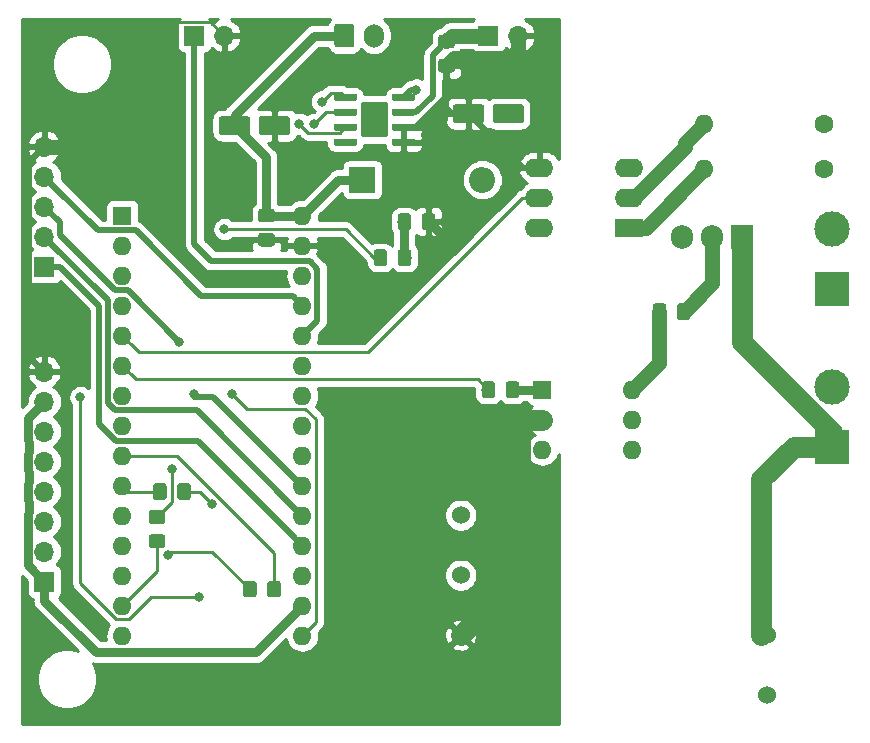
<source format=gbr>
G04 #@! TF.GenerationSoftware,KiCad,Pcbnew,(5.1.4)-1*
G04 #@! TF.CreationDate,2020-06-30T20:05:52+02:00*
G04 #@! TF.ProjectId,ReflowControllerREV1,5265666c-6f77-4436-9f6e-74726f6c6c65,rev?*
G04 #@! TF.SameCoordinates,Original*
G04 #@! TF.FileFunction,Copper,L1,Top*
G04 #@! TF.FilePolarity,Positive*
%FSLAX46Y46*%
G04 Gerber Fmt 4.6, Leading zero omitted, Abs format (unit mm)*
G04 Created by KiCad (PCBNEW (5.1.4)-1) date 2020-06-30 20:05:52*
%MOMM*%
%LPD*%
G04 APERTURE LIST*
%ADD10C,0.100000*%
%ADD11C,1.150000*%
%ADD12O,1.600000X1.600000*%
%ADD13C,1.600000*%
%ADD14C,3.000000*%
%ADD15R,3.000000X3.000000*%
%ADD16O,1.700000X1.700000*%
%ADD17R,1.700000X1.700000*%
%ADD18C,0.600000*%
%ADD19C,2.290000*%
%ADD20O,2.400000X1.600000*%
%ADD21R,2.400000X1.600000*%
%ADD22R,1.600000X1.600000*%
%ADD23O,2.200000X2.200000*%
%ADD24R,2.200000X2.200000*%
%ADD25O,1.700000X2.000000*%
%ADD26C,1.700000*%
%ADD27O,1.905000X2.000000*%
%ADD28R,1.905000X2.000000*%
%ADD29C,1.524000*%
%ADD30C,0.800000*%
%ADD31C,0.750000*%
%ADD32C,0.500000*%
%ADD33C,0.250000*%
%ADD34C,1.250000*%
%ADD35C,1.750000*%
%ADD36C,0.254000*%
G04 APERTURE END LIST*
D10*
G36*
X237839505Y-98361204D02*
G01*
X237863773Y-98364804D01*
X237887572Y-98370765D01*
X237910671Y-98379030D01*
X237932850Y-98389520D01*
X237953893Y-98402132D01*
X237973599Y-98416747D01*
X237991777Y-98433223D01*
X238008253Y-98451401D01*
X238022868Y-98471107D01*
X238035480Y-98492150D01*
X238045970Y-98514329D01*
X238054235Y-98537428D01*
X238060196Y-98561227D01*
X238063796Y-98585495D01*
X238065000Y-98609999D01*
X238065000Y-99510001D01*
X238063796Y-99534505D01*
X238060196Y-99558773D01*
X238054235Y-99582572D01*
X238045970Y-99605671D01*
X238035480Y-99627850D01*
X238022868Y-99648893D01*
X238008253Y-99668599D01*
X237991777Y-99686777D01*
X237973599Y-99703253D01*
X237953893Y-99717868D01*
X237932850Y-99730480D01*
X237910671Y-99740970D01*
X237887572Y-99749235D01*
X237863773Y-99755196D01*
X237839505Y-99758796D01*
X237815001Y-99760000D01*
X237164999Y-99760000D01*
X237140495Y-99758796D01*
X237116227Y-99755196D01*
X237092428Y-99749235D01*
X237069329Y-99740970D01*
X237047150Y-99730480D01*
X237026107Y-99717868D01*
X237006401Y-99703253D01*
X236988223Y-99686777D01*
X236971747Y-99668599D01*
X236957132Y-99648893D01*
X236944520Y-99627850D01*
X236934030Y-99605671D01*
X236925765Y-99582572D01*
X236919804Y-99558773D01*
X236916204Y-99534505D01*
X236915000Y-99510001D01*
X236915000Y-98609999D01*
X236916204Y-98585495D01*
X236919804Y-98561227D01*
X236925765Y-98537428D01*
X236934030Y-98514329D01*
X236944520Y-98492150D01*
X236957132Y-98471107D01*
X236971747Y-98451401D01*
X236988223Y-98433223D01*
X237006401Y-98416747D01*
X237026107Y-98402132D01*
X237047150Y-98389520D01*
X237069329Y-98379030D01*
X237092428Y-98370765D01*
X237116227Y-98364804D01*
X237140495Y-98361204D01*
X237164999Y-98360000D01*
X237815001Y-98360000D01*
X237839505Y-98361204D01*
X237839505Y-98361204D01*
G37*
D11*
X237490000Y-99060000D03*
D10*
G36*
X239889505Y-98361204D02*
G01*
X239913773Y-98364804D01*
X239937572Y-98370765D01*
X239960671Y-98379030D01*
X239982850Y-98389520D01*
X240003893Y-98402132D01*
X240023599Y-98416747D01*
X240041777Y-98433223D01*
X240058253Y-98451401D01*
X240072868Y-98471107D01*
X240085480Y-98492150D01*
X240095970Y-98514329D01*
X240104235Y-98537428D01*
X240110196Y-98561227D01*
X240113796Y-98585495D01*
X240115000Y-98609999D01*
X240115000Y-99510001D01*
X240113796Y-99534505D01*
X240110196Y-99558773D01*
X240104235Y-99582572D01*
X240095970Y-99605671D01*
X240085480Y-99627850D01*
X240072868Y-99648893D01*
X240058253Y-99668599D01*
X240041777Y-99686777D01*
X240023599Y-99703253D01*
X240003893Y-99717868D01*
X239982850Y-99730480D01*
X239960671Y-99740970D01*
X239937572Y-99749235D01*
X239913773Y-99755196D01*
X239889505Y-99758796D01*
X239865001Y-99760000D01*
X239214999Y-99760000D01*
X239190495Y-99758796D01*
X239166227Y-99755196D01*
X239142428Y-99749235D01*
X239119329Y-99740970D01*
X239097150Y-99730480D01*
X239076107Y-99717868D01*
X239056401Y-99703253D01*
X239038223Y-99686777D01*
X239021747Y-99668599D01*
X239007132Y-99648893D01*
X238994520Y-99627850D01*
X238984030Y-99605671D01*
X238975765Y-99582572D01*
X238969804Y-99558773D01*
X238966204Y-99534505D01*
X238965000Y-99510001D01*
X238965000Y-98609999D01*
X238966204Y-98585495D01*
X238969804Y-98561227D01*
X238975765Y-98537428D01*
X238984030Y-98514329D01*
X238994520Y-98492150D01*
X239007132Y-98471107D01*
X239021747Y-98451401D01*
X239038223Y-98433223D01*
X239056401Y-98416747D01*
X239076107Y-98402132D01*
X239097150Y-98389520D01*
X239119329Y-98379030D01*
X239142428Y-98370765D01*
X239166227Y-98364804D01*
X239190495Y-98361204D01*
X239214999Y-98360000D01*
X239865001Y-98360000D01*
X239889505Y-98361204D01*
X239889505Y-98361204D01*
G37*
D11*
X239540000Y-99060000D03*
D12*
X241300000Y-86995000D03*
D13*
X251460000Y-86995000D03*
D12*
X241300000Y-83185000D03*
D13*
X251460000Y-83185000D03*
D14*
X252095000Y-92075000D03*
D15*
X252095000Y-97155000D03*
D14*
X252095000Y-105410000D03*
D15*
X252095000Y-110490000D03*
D16*
X185420000Y-104140000D03*
X185420000Y-106680000D03*
X185420000Y-109220000D03*
X185420000Y-111760000D03*
X185420000Y-114300000D03*
X185420000Y-116840000D03*
X185420000Y-119380000D03*
D17*
X185420000Y-121920000D03*
D16*
X185420000Y-85090000D03*
X185420000Y-87630000D03*
X185420000Y-90170000D03*
X185420000Y-92710000D03*
D17*
X185420000Y-95250000D03*
D10*
G36*
X211724703Y-84409722D02*
G01*
X211739264Y-84411882D01*
X211753543Y-84415459D01*
X211767403Y-84420418D01*
X211780710Y-84426712D01*
X211793336Y-84434280D01*
X211805159Y-84443048D01*
X211816066Y-84452934D01*
X211825952Y-84463841D01*
X211834720Y-84475664D01*
X211842288Y-84488290D01*
X211848582Y-84501597D01*
X211853541Y-84515457D01*
X211857118Y-84529736D01*
X211859278Y-84544297D01*
X211860000Y-84559000D01*
X211860000Y-84859000D01*
X211859278Y-84873703D01*
X211857118Y-84888264D01*
X211853541Y-84902543D01*
X211848582Y-84916403D01*
X211842288Y-84929710D01*
X211834720Y-84942336D01*
X211825952Y-84954159D01*
X211816066Y-84965066D01*
X211805159Y-84974952D01*
X211793336Y-84983720D01*
X211780710Y-84991288D01*
X211767403Y-84997582D01*
X211753543Y-85002541D01*
X211739264Y-85006118D01*
X211724703Y-85008278D01*
X211710000Y-85009000D01*
X210060000Y-85009000D01*
X210045297Y-85008278D01*
X210030736Y-85006118D01*
X210016457Y-85002541D01*
X210002597Y-84997582D01*
X209989290Y-84991288D01*
X209976664Y-84983720D01*
X209964841Y-84974952D01*
X209953934Y-84965066D01*
X209944048Y-84954159D01*
X209935280Y-84942336D01*
X209927712Y-84929710D01*
X209921418Y-84916403D01*
X209916459Y-84902543D01*
X209912882Y-84888264D01*
X209910722Y-84873703D01*
X209910000Y-84859000D01*
X209910000Y-84559000D01*
X209910722Y-84544297D01*
X209912882Y-84529736D01*
X209916459Y-84515457D01*
X209921418Y-84501597D01*
X209927712Y-84488290D01*
X209935280Y-84475664D01*
X209944048Y-84463841D01*
X209953934Y-84452934D01*
X209964841Y-84443048D01*
X209976664Y-84434280D01*
X209989290Y-84426712D01*
X210002597Y-84420418D01*
X210016457Y-84415459D01*
X210030736Y-84411882D01*
X210045297Y-84409722D01*
X210060000Y-84409000D01*
X211710000Y-84409000D01*
X211724703Y-84409722D01*
X211724703Y-84409722D01*
G37*
D18*
X210885000Y-84709000D03*
D10*
G36*
X211724703Y-83139722D02*
G01*
X211739264Y-83141882D01*
X211753543Y-83145459D01*
X211767403Y-83150418D01*
X211780710Y-83156712D01*
X211793336Y-83164280D01*
X211805159Y-83173048D01*
X211816066Y-83182934D01*
X211825952Y-83193841D01*
X211834720Y-83205664D01*
X211842288Y-83218290D01*
X211848582Y-83231597D01*
X211853541Y-83245457D01*
X211857118Y-83259736D01*
X211859278Y-83274297D01*
X211860000Y-83289000D01*
X211860000Y-83589000D01*
X211859278Y-83603703D01*
X211857118Y-83618264D01*
X211853541Y-83632543D01*
X211848582Y-83646403D01*
X211842288Y-83659710D01*
X211834720Y-83672336D01*
X211825952Y-83684159D01*
X211816066Y-83695066D01*
X211805159Y-83704952D01*
X211793336Y-83713720D01*
X211780710Y-83721288D01*
X211767403Y-83727582D01*
X211753543Y-83732541D01*
X211739264Y-83736118D01*
X211724703Y-83738278D01*
X211710000Y-83739000D01*
X210060000Y-83739000D01*
X210045297Y-83738278D01*
X210030736Y-83736118D01*
X210016457Y-83732541D01*
X210002597Y-83727582D01*
X209989290Y-83721288D01*
X209976664Y-83713720D01*
X209964841Y-83704952D01*
X209953934Y-83695066D01*
X209944048Y-83684159D01*
X209935280Y-83672336D01*
X209927712Y-83659710D01*
X209921418Y-83646403D01*
X209916459Y-83632543D01*
X209912882Y-83618264D01*
X209910722Y-83603703D01*
X209910000Y-83589000D01*
X209910000Y-83289000D01*
X209910722Y-83274297D01*
X209912882Y-83259736D01*
X209916459Y-83245457D01*
X209921418Y-83231597D01*
X209927712Y-83218290D01*
X209935280Y-83205664D01*
X209944048Y-83193841D01*
X209953934Y-83182934D01*
X209964841Y-83173048D01*
X209976664Y-83164280D01*
X209989290Y-83156712D01*
X210002597Y-83150418D01*
X210016457Y-83145459D01*
X210030736Y-83141882D01*
X210045297Y-83139722D01*
X210060000Y-83139000D01*
X211710000Y-83139000D01*
X211724703Y-83139722D01*
X211724703Y-83139722D01*
G37*
D18*
X210885000Y-83439000D03*
D10*
G36*
X211724703Y-81869722D02*
G01*
X211739264Y-81871882D01*
X211753543Y-81875459D01*
X211767403Y-81880418D01*
X211780710Y-81886712D01*
X211793336Y-81894280D01*
X211805159Y-81903048D01*
X211816066Y-81912934D01*
X211825952Y-81923841D01*
X211834720Y-81935664D01*
X211842288Y-81948290D01*
X211848582Y-81961597D01*
X211853541Y-81975457D01*
X211857118Y-81989736D01*
X211859278Y-82004297D01*
X211860000Y-82019000D01*
X211860000Y-82319000D01*
X211859278Y-82333703D01*
X211857118Y-82348264D01*
X211853541Y-82362543D01*
X211848582Y-82376403D01*
X211842288Y-82389710D01*
X211834720Y-82402336D01*
X211825952Y-82414159D01*
X211816066Y-82425066D01*
X211805159Y-82434952D01*
X211793336Y-82443720D01*
X211780710Y-82451288D01*
X211767403Y-82457582D01*
X211753543Y-82462541D01*
X211739264Y-82466118D01*
X211724703Y-82468278D01*
X211710000Y-82469000D01*
X210060000Y-82469000D01*
X210045297Y-82468278D01*
X210030736Y-82466118D01*
X210016457Y-82462541D01*
X210002597Y-82457582D01*
X209989290Y-82451288D01*
X209976664Y-82443720D01*
X209964841Y-82434952D01*
X209953934Y-82425066D01*
X209944048Y-82414159D01*
X209935280Y-82402336D01*
X209927712Y-82389710D01*
X209921418Y-82376403D01*
X209916459Y-82362543D01*
X209912882Y-82348264D01*
X209910722Y-82333703D01*
X209910000Y-82319000D01*
X209910000Y-82019000D01*
X209910722Y-82004297D01*
X209912882Y-81989736D01*
X209916459Y-81975457D01*
X209921418Y-81961597D01*
X209927712Y-81948290D01*
X209935280Y-81935664D01*
X209944048Y-81923841D01*
X209953934Y-81912934D01*
X209964841Y-81903048D01*
X209976664Y-81894280D01*
X209989290Y-81886712D01*
X210002597Y-81880418D01*
X210016457Y-81875459D01*
X210030736Y-81871882D01*
X210045297Y-81869722D01*
X210060000Y-81869000D01*
X211710000Y-81869000D01*
X211724703Y-81869722D01*
X211724703Y-81869722D01*
G37*
D18*
X210885000Y-82169000D03*
D10*
G36*
X211724703Y-80599722D02*
G01*
X211739264Y-80601882D01*
X211753543Y-80605459D01*
X211767403Y-80610418D01*
X211780710Y-80616712D01*
X211793336Y-80624280D01*
X211805159Y-80633048D01*
X211816066Y-80642934D01*
X211825952Y-80653841D01*
X211834720Y-80665664D01*
X211842288Y-80678290D01*
X211848582Y-80691597D01*
X211853541Y-80705457D01*
X211857118Y-80719736D01*
X211859278Y-80734297D01*
X211860000Y-80749000D01*
X211860000Y-81049000D01*
X211859278Y-81063703D01*
X211857118Y-81078264D01*
X211853541Y-81092543D01*
X211848582Y-81106403D01*
X211842288Y-81119710D01*
X211834720Y-81132336D01*
X211825952Y-81144159D01*
X211816066Y-81155066D01*
X211805159Y-81164952D01*
X211793336Y-81173720D01*
X211780710Y-81181288D01*
X211767403Y-81187582D01*
X211753543Y-81192541D01*
X211739264Y-81196118D01*
X211724703Y-81198278D01*
X211710000Y-81199000D01*
X210060000Y-81199000D01*
X210045297Y-81198278D01*
X210030736Y-81196118D01*
X210016457Y-81192541D01*
X210002597Y-81187582D01*
X209989290Y-81181288D01*
X209976664Y-81173720D01*
X209964841Y-81164952D01*
X209953934Y-81155066D01*
X209944048Y-81144159D01*
X209935280Y-81132336D01*
X209927712Y-81119710D01*
X209921418Y-81106403D01*
X209916459Y-81092543D01*
X209912882Y-81078264D01*
X209910722Y-81063703D01*
X209910000Y-81049000D01*
X209910000Y-80749000D01*
X209910722Y-80734297D01*
X209912882Y-80719736D01*
X209916459Y-80705457D01*
X209921418Y-80691597D01*
X209927712Y-80678290D01*
X209935280Y-80665664D01*
X209944048Y-80653841D01*
X209953934Y-80642934D01*
X209964841Y-80633048D01*
X209976664Y-80624280D01*
X209989290Y-80616712D01*
X210002597Y-80610418D01*
X210016457Y-80605459D01*
X210030736Y-80601882D01*
X210045297Y-80599722D01*
X210060000Y-80599000D01*
X211710000Y-80599000D01*
X211724703Y-80599722D01*
X211724703Y-80599722D01*
G37*
D18*
X210885000Y-80899000D03*
D10*
G36*
X216674703Y-80599722D02*
G01*
X216689264Y-80601882D01*
X216703543Y-80605459D01*
X216717403Y-80610418D01*
X216730710Y-80616712D01*
X216743336Y-80624280D01*
X216755159Y-80633048D01*
X216766066Y-80642934D01*
X216775952Y-80653841D01*
X216784720Y-80665664D01*
X216792288Y-80678290D01*
X216798582Y-80691597D01*
X216803541Y-80705457D01*
X216807118Y-80719736D01*
X216809278Y-80734297D01*
X216810000Y-80749000D01*
X216810000Y-81049000D01*
X216809278Y-81063703D01*
X216807118Y-81078264D01*
X216803541Y-81092543D01*
X216798582Y-81106403D01*
X216792288Y-81119710D01*
X216784720Y-81132336D01*
X216775952Y-81144159D01*
X216766066Y-81155066D01*
X216755159Y-81164952D01*
X216743336Y-81173720D01*
X216730710Y-81181288D01*
X216717403Y-81187582D01*
X216703543Y-81192541D01*
X216689264Y-81196118D01*
X216674703Y-81198278D01*
X216660000Y-81199000D01*
X215010000Y-81199000D01*
X214995297Y-81198278D01*
X214980736Y-81196118D01*
X214966457Y-81192541D01*
X214952597Y-81187582D01*
X214939290Y-81181288D01*
X214926664Y-81173720D01*
X214914841Y-81164952D01*
X214903934Y-81155066D01*
X214894048Y-81144159D01*
X214885280Y-81132336D01*
X214877712Y-81119710D01*
X214871418Y-81106403D01*
X214866459Y-81092543D01*
X214862882Y-81078264D01*
X214860722Y-81063703D01*
X214860000Y-81049000D01*
X214860000Y-80749000D01*
X214860722Y-80734297D01*
X214862882Y-80719736D01*
X214866459Y-80705457D01*
X214871418Y-80691597D01*
X214877712Y-80678290D01*
X214885280Y-80665664D01*
X214894048Y-80653841D01*
X214903934Y-80642934D01*
X214914841Y-80633048D01*
X214926664Y-80624280D01*
X214939290Y-80616712D01*
X214952597Y-80610418D01*
X214966457Y-80605459D01*
X214980736Y-80601882D01*
X214995297Y-80599722D01*
X215010000Y-80599000D01*
X216660000Y-80599000D01*
X216674703Y-80599722D01*
X216674703Y-80599722D01*
G37*
D18*
X215835000Y-80899000D03*
D10*
G36*
X216674703Y-81869722D02*
G01*
X216689264Y-81871882D01*
X216703543Y-81875459D01*
X216717403Y-81880418D01*
X216730710Y-81886712D01*
X216743336Y-81894280D01*
X216755159Y-81903048D01*
X216766066Y-81912934D01*
X216775952Y-81923841D01*
X216784720Y-81935664D01*
X216792288Y-81948290D01*
X216798582Y-81961597D01*
X216803541Y-81975457D01*
X216807118Y-81989736D01*
X216809278Y-82004297D01*
X216810000Y-82019000D01*
X216810000Y-82319000D01*
X216809278Y-82333703D01*
X216807118Y-82348264D01*
X216803541Y-82362543D01*
X216798582Y-82376403D01*
X216792288Y-82389710D01*
X216784720Y-82402336D01*
X216775952Y-82414159D01*
X216766066Y-82425066D01*
X216755159Y-82434952D01*
X216743336Y-82443720D01*
X216730710Y-82451288D01*
X216717403Y-82457582D01*
X216703543Y-82462541D01*
X216689264Y-82466118D01*
X216674703Y-82468278D01*
X216660000Y-82469000D01*
X215010000Y-82469000D01*
X214995297Y-82468278D01*
X214980736Y-82466118D01*
X214966457Y-82462541D01*
X214952597Y-82457582D01*
X214939290Y-82451288D01*
X214926664Y-82443720D01*
X214914841Y-82434952D01*
X214903934Y-82425066D01*
X214894048Y-82414159D01*
X214885280Y-82402336D01*
X214877712Y-82389710D01*
X214871418Y-82376403D01*
X214866459Y-82362543D01*
X214862882Y-82348264D01*
X214860722Y-82333703D01*
X214860000Y-82319000D01*
X214860000Y-82019000D01*
X214860722Y-82004297D01*
X214862882Y-81989736D01*
X214866459Y-81975457D01*
X214871418Y-81961597D01*
X214877712Y-81948290D01*
X214885280Y-81935664D01*
X214894048Y-81923841D01*
X214903934Y-81912934D01*
X214914841Y-81903048D01*
X214926664Y-81894280D01*
X214939290Y-81886712D01*
X214952597Y-81880418D01*
X214966457Y-81875459D01*
X214980736Y-81871882D01*
X214995297Y-81869722D01*
X215010000Y-81869000D01*
X216660000Y-81869000D01*
X216674703Y-81869722D01*
X216674703Y-81869722D01*
G37*
D18*
X215835000Y-82169000D03*
D10*
G36*
X216674703Y-83139722D02*
G01*
X216689264Y-83141882D01*
X216703543Y-83145459D01*
X216717403Y-83150418D01*
X216730710Y-83156712D01*
X216743336Y-83164280D01*
X216755159Y-83173048D01*
X216766066Y-83182934D01*
X216775952Y-83193841D01*
X216784720Y-83205664D01*
X216792288Y-83218290D01*
X216798582Y-83231597D01*
X216803541Y-83245457D01*
X216807118Y-83259736D01*
X216809278Y-83274297D01*
X216810000Y-83289000D01*
X216810000Y-83589000D01*
X216809278Y-83603703D01*
X216807118Y-83618264D01*
X216803541Y-83632543D01*
X216798582Y-83646403D01*
X216792288Y-83659710D01*
X216784720Y-83672336D01*
X216775952Y-83684159D01*
X216766066Y-83695066D01*
X216755159Y-83704952D01*
X216743336Y-83713720D01*
X216730710Y-83721288D01*
X216717403Y-83727582D01*
X216703543Y-83732541D01*
X216689264Y-83736118D01*
X216674703Y-83738278D01*
X216660000Y-83739000D01*
X215010000Y-83739000D01*
X214995297Y-83738278D01*
X214980736Y-83736118D01*
X214966457Y-83732541D01*
X214952597Y-83727582D01*
X214939290Y-83721288D01*
X214926664Y-83713720D01*
X214914841Y-83704952D01*
X214903934Y-83695066D01*
X214894048Y-83684159D01*
X214885280Y-83672336D01*
X214877712Y-83659710D01*
X214871418Y-83646403D01*
X214866459Y-83632543D01*
X214862882Y-83618264D01*
X214860722Y-83603703D01*
X214860000Y-83589000D01*
X214860000Y-83289000D01*
X214860722Y-83274297D01*
X214862882Y-83259736D01*
X214866459Y-83245457D01*
X214871418Y-83231597D01*
X214877712Y-83218290D01*
X214885280Y-83205664D01*
X214894048Y-83193841D01*
X214903934Y-83182934D01*
X214914841Y-83173048D01*
X214926664Y-83164280D01*
X214939290Y-83156712D01*
X214952597Y-83150418D01*
X214966457Y-83145459D01*
X214980736Y-83141882D01*
X214995297Y-83139722D01*
X215010000Y-83139000D01*
X216660000Y-83139000D01*
X216674703Y-83139722D01*
X216674703Y-83139722D01*
G37*
D18*
X215835000Y-83439000D03*
D10*
G36*
X216674703Y-84409722D02*
G01*
X216689264Y-84411882D01*
X216703543Y-84415459D01*
X216717403Y-84420418D01*
X216730710Y-84426712D01*
X216743336Y-84434280D01*
X216755159Y-84443048D01*
X216766066Y-84452934D01*
X216775952Y-84463841D01*
X216784720Y-84475664D01*
X216792288Y-84488290D01*
X216798582Y-84501597D01*
X216803541Y-84515457D01*
X216807118Y-84529736D01*
X216809278Y-84544297D01*
X216810000Y-84559000D01*
X216810000Y-84859000D01*
X216809278Y-84873703D01*
X216807118Y-84888264D01*
X216803541Y-84902543D01*
X216798582Y-84916403D01*
X216792288Y-84929710D01*
X216784720Y-84942336D01*
X216775952Y-84954159D01*
X216766066Y-84965066D01*
X216755159Y-84974952D01*
X216743336Y-84983720D01*
X216730710Y-84991288D01*
X216717403Y-84997582D01*
X216703543Y-85002541D01*
X216689264Y-85006118D01*
X216674703Y-85008278D01*
X216660000Y-85009000D01*
X215010000Y-85009000D01*
X214995297Y-85008278D01*
X214980736Y-85006118D01*
X214966457Y-85002541D01*
X214952597Y-84997582D01*
X214939290Y-84991288D01*
X214926664Y-84983720D01*
X214914841Y-84974952D01*
X214903934Y-84965066D01*
X214894048Y-84954159D01*
X214885280Y-84942336D01*
X214877712Y-84929710D01*
X214871418Y-84916403D01*
X214866459Y-84902543D01*
X214862882Y-84888264D01*
X214860722Y-84873703D01*
X214860000Y-84859000D01*
X214860000Y-84559000D01*
X214860722Y-84544297D01*
X214862882Y-84529736D01*
X214866459Y-84515457D01*
X214871418Y-84501597D01*
X214877712Y-84488290D01*
X214885280Y-84475664D01*
X214894048Y-84463841D01*
X214903934Y-84452934D01*
X214914841Y-84443048D01*
X214926664Y-84434280D01*
X214939290Y-84426712D01*
X214952597Y-84420418D01*
X214966457Y-84415459D01*
X214980736Y-84411882D01*
X214995297Y-84409722D01*
X215010000Y-84409000D01*
X216660000Y-84409000D01*
X216674703Y-84409722D01*
X216674703Y-84409722D01*
G37*
D18*
X215835000Y-84709000D03*
D10*
G36*
X214279505Y-81305204D02*
G01*
X214303773Y-81308804D01*
X214327572Y-81314765D01*
X214350671Y-81323030D01*
X214372850Y-81333520D01*
X214393893Y-81346132D01*
X214413599Y-81360747D01*
X214431777Y-81377223D01*
X214448253Y-81395401D01*
X214462868Y-81415107D01*
X214475480Y-81436150D01*
X214485970Y-81458329D01*
X214494235Y-81481428D01*
X214500196Y-81505227D01*
X214503796Y-81529495D01*
X214505000Y-81553999D01*
X214505000Y-84054001D01*
X214503796Y-84078505D01*
X214500196Y-84102773D01*
X214494235Y-84126572D01*
X214485970Y-84149671D01*
X214475480Y-84171850D01*
X214462868Y-84192893D01*
X214448253Y-84212599D01*
X214431777Y-84230777D01*
X214413599Y-84247253D01*
X214393893Y-84261868D01*
X214372850Y-84274480D01*
X214350671Y-84284970D01*
X214327572Y-84293235D01*
X214303773Y-84299196D01*
X214279505Y-84302796D01*
X214255001Y-84304000D01*
X212464999Y-84304000D01*
X212440495Y-84302796D01*
X212416227Y-84299196D01*
X212392428Y-84293235D01*
X212369329Y-84284970D01*
X212347150Y-84274480D01*
X212326107Y-84261868D01*
X212306401Y-84247253D01*
X212288223Y-84230777D01*
X212271747Y-84212599D01*
X212257132Y-84192893D01*
X212244520Y-84171850D01*
X212234030Y-84149671D01*
X212225765Y-84126572D01*
X212219804Y-84102773D01*
X212216204Y-84078505D01*
X212215000Y-84054001D01*
X212215000Y-81553999D01*
X212216204Y-81529495D01*
X212219804Y-81505227D01*
X212225765Y-81481428D01*
X212234030Y-81458329D01*
X212244520Y-81436150D01*
X212257132Y-81415107D01*
X212271747Y-81395401D01*
X212288223Y-81377223D01*
X212306401Y-81360747D01*
X212326107Y-81346132D01*
X212347150Y-81333520D01*
X212369329Y-81323030D01*
X212392428Y-81314765D01*
X212416227Y-81308804D01*
X212440495Y-81305204D01*
X212464999Y-81304000D01*
X214255001Y-81304000D01*
X214279505Y-81305204D01*
X214279505Y-81305204D01*
G37*
D19*
X213360000Y-82804000D03*
D20*
X227330000Y-91948000D03*
X234950000Y-86868000D03*
X227330000Y-89408000D03*
X234950000Y-89408000D03*
X227330000Y-86868000D03*
D21*
X234950000Y-91948000D03*
D12*
X207264000Y-126492000D03*
X192024000Y-126492000D03*
X207264000Y-90932000D03*
X192024000Y-123952000D03*
X207264000Y-93472000D03*
X192024000Y-121412000D03*
X207264000Y-96012000D03*
X192024000Y-118872000D03*
X207264000Y-98552000D03*
X192024000Y-116332000D03*
X207264000Y-101092000D03*
X192024000Y-113792000D03*
X207264000Y-103632000D03*
X192024000Y-111252000D03*
X207264000Y-106172000D03*
X192024000Y-108712000D03*
X207264000Y-108712000D03*
X192024000Y-106172000D03*
X207264000Y-111252000D03*
X192024000Y-103632000D03*
X207264000Y-113792000D03*
X192024000Y-101092000D03*
X207264000Y-116332000D03*
X192024000Y-98552000D03*
X207264000Y-118872000D03*
X192024000Y-96012000D03*
X207264000Y-121412000D03*
X192024000Y-93472000D03*
X207264000Y-123952000D03*
D22*
X192024000Y-90932000D03*
D16*
X200660000Y-75692000D03*
D17*
X198120000Y-75692000D03*
D10*
G36*
X205974504Y-82513204D02*
G01*
X205998773Y-82516804D01*
X206022571Y-82522765D01*
X206045671Y-82531030D01*
X206067849Y-82541520D01*
X206088893Y-82554133D01*
X206108598Y-82568747D01*
X206126777Y-82585223D01*
X206143253Y-82603402D01*
X206157867Y-82623107D01*
X206170480Y-82644151D01*
X206180970Y-82666329D01*
X206189235Y-82689429D01*
X206195196Y-82713227D01*
X206198796Y-82737496D01*
X206200000Y-82762000D01*
X206200000Y-83862000D01*
X206198796Y-83886504D01*
X206195196Y-83910773D01*
X206189235Y-83934571D01*
X206180970Y-83957671D01*
X206170480Y-83979849D01*
X206157867Y-84000893D01*
X206143253Y-84020598D01*
X206126777Y-84038777D01*
X206108598Y-84055253D01*
X206088893Y-84069867D01*
X206067849Y-84082480D01*
X206045671Y-84092970D01*
X206022571Y-84101235D01*
X205998773Y-84107196D01*
X205974504Y-84110796D01*
X205950000Y-84112000D01*
X203800000Y-84112000D01*
X203775496Y-84110796D01*
X203751227Y-84107196D01*
X203727429Y-84101235D01*
X203704329Y-84092970D01*
X203682151Y-84082480D01*
X203661107Y-84069867D01*
X203641402Y-84055253D01*
X203623223Y-84038777D01*
X203606747Y-84020598D01*
X203592133Y-84000893D01*
X203579520Y-83979849D01*
X203569030Y-83957671D01*
X203560765Y-83934571D01*
X203554804Y-83910773D01*
X203551204Y-83886504D01*
X203550000Y-83862000D01*
X203550000Y-82762000D01*
X203551204Y-82737496D01*
X203554804Y-82713227D01*
X203560765Y-82689429D01*
X203569030Y-82666329D01*
X203579520Y-82644151D01*
X203592133Y-82623107D01*
X203606747Y-82603402D01*
X203623223Y-82585223D01*
X203641402Y-82568747D01*
X203661107Y-82554133D01*
X203682151Y-82541520D01*
X203704329Y-82531030D01*
X203727429Y-82522765D01*
X203751227Y-82516804D01*
X203775496Y-82513204D01*
X203800000Y-82512000D01*
X205950000Y-82512000D01*
X205974504Y-82513204D01*
X205974504Y-82513204D01*
G37*
D13*
X204875000Y-83312000D03*
D10*
G36*
X202624504Y-82513204D02*
G01*
X202648773Y-82516804D01*
X202672571Y-82522765D01*
X202695671Y-82531030D01*
X202717849Y-82541520D01*
X202738893Y-82554133D01*
X202758598Y-82568747D01*
X202776777Y-82585223D01*
X202793253Y-82603402D01*
X202807867Y-82623107D01*
X202820480Y-82644151D01*
X202830970Y-82666329D01*
X202839235Y-82689429D01*
X202845196Y-82713227D01*
X202848796Y-82737496D01*
X202850000Y-82762000D01*
X202850000Y-83862000D01*
X202848796Y-83886504D01*
X202845196Y-83910773D01*
X202839235Y-83934571D01*
X202830970Y-83957671D01*
X202820480Y-83979849D01*
X202807867Y-84000893D01*
X202793253Y-84020598D01*
X202776777Y-84038777D01*
X202758598Y-84055253D01*
X202738893Y-84069867D01*
X202717849Y-84082480D01*
X202695671Y-84092970D01*
X202672571Y-84101235D01*
X202648773Y-84107196D01*
X202624504Y-84110796D01*
X202600000Y-84112000D01*
X200450000Y-84112000D01*
X200425496Y-84110796D01*
X200401227Y-84107196D01*
X200377429Y-84101235D01*
X200354329Y-84092970D01*
X200332151Y-84082480D01*
X200311107Y-84069867D01*
X200291402Y-84055253D01*
X200273223Y-84038777D01*
X200256747Y-84020598D01*
X200242133Y-84000893D01*
X200229520Y-83979849D01*
X200219030Y-83957671D01*
X200210765Y-83934571D01*
X200204804Y-83910773D01*
X200201204Y-83886504D01*
X200200000Y-83862000D01*
X200200000Y-82762000D01*
X200201204Y-82737496D01*
X200204804Y-82713227D01*
X200210765Y-82689429D01*
X200219030Y-82666329D01*
X200229520Y-82644151D01*
X200242133Y-82623107D01*
X200256747Y-82603402D01*
X200273223Y-82585223D01*
X200291402Y-82568747D01*
X200311107Y-82554133D01*
X200332151Y-82541520D01*
X200354329Y-82531030D01*
X200377429Y-82522765D01*
X200401227Y-82516804D01*
X200425496Y-82513204D01*
X200450000Y-82512000D01*
X202600000Y-82512000D01*
X202624504Y-82513204D01*
X202624504Y-82513204D01*
G37*
D13*
X201525000Y-83312000D03*
D10*
G36*
X204690505Y-92399204D02*
G01*
X204714773Y-92402804D01*
X204738572Y-92408765D01*
X204761671Y-92417030D01*
X204783850Y-92427520D01*
X204804893Y-92440132D01*
X204824599Y-92454747D01*
X204842777Y-92471223D01*
X204859253Y-92489401D01*
X204873868Y-92509107D01*
X204886480Y-92530150D01*
X204896970Y-92552329D01*
X204905235Y-92575428D01*
X204911196Y-92599227D01*
X204914796Y-92623495D01*
X204916000Y-92647999D01*
X204916000Y-93298001D01*
X204914796Y-93322505D01*
X204911196Y-93346773D01*
X204905235Y-93370572D01*
X204896970Y-93393671D01*
X204886480Y-93415850D01*
X204873868Y-93436893D01*
X204859253Y-93456599D01*
X204842777Y-93474777D01*
X204824599Y-93491253D01*
X204804893Y-93505868D01*
X204783850Y-93518480D01*
X204761671Y-93528970D01*
X204738572Y-93537235D01*
X204714773Y-93543196D01*
X204690505Y-93546796D01*
X204666001Y-93548000D01*
X203765999Y-93548000D01*
X203741495Y-93546796D01*
X203717227Y-93543196D01*
X203693428Y-93537235D01*
X203670329Y-93528970D01*
X203648150Y-93518480D01*
X203627107Y-93505868D01*
X203607401Y-93491253D01*
X203589223Y-93474777D01*
X203572747Y-93456599D01*
X203558132Y-93436893D01*
X203545520Y-93415850D01*
X203535030Y-93393671D01*
X203526765Y-93370572D01*
X203520804Y-93346773D01*
X203517204Y-93322505D01*
X203516000Y-93298001D01*
X203516000Y-92647999D01*
X203517204Y-92623495D01*
X203520804Y-92599227D01*
X203526765Y-92575428D01*
X203535030Y-92552329D01*
X203545520Y-92530150D01*
X203558132Y-92509107D01*
X203572747Y-92489401D01*
X203589223Y-92471223D01*
X203607401Y-92454747D01*
X203627107Y-92440132D01*
X203648150Y-92427520D01*
X203670329Y-92417030D01*
X203693428Y-92408765D01*
X203717227Y-92402804D01*
X203741495Y-92399204D01*
X203765999Y-92398000D01*
X204666001Y-92398000D01*
X204690505Y-92399204D01*
X204690505Y-92399204D01*
G37*
D11*
X204216000Y-92973000D03*
D10*
G36*
X204690505Y-90349204D02*
G01*
X204714773Y-90352804D01*
X204738572Y-90358765D01*
X204761671Y-90367030D01*
X204783850Y-90377520D01*
X204804893Y-90390132D01*
X204824599Y-90404747D01*
X204842777Y-90421223D01*
X204859253Y-90439401D01*
X204873868Y-90459107D01*
X204886480Y-90480150D01*
X204896970Y-90502329D01*
X204905235Y-90525428D01*
X204911196Y-90549227D01*
X204914796Y-90573495D01*
X204916000Y-90597999D01*
X204916000Y-91248001D01*
X204914796Y-91272505D01*
X204911196Y-91296773D01*
X204905235Y-91320572D01*
X204896970Y-91343671D01*
X204886480Y-91365850D01*
X204873868Y-91386893D01*
X204859253Y-91406599D01*
X204842777Y-91424777D01*
X204824599Y-91441253D01*
X204804893Y-91455868D01*
X204783850Y-91468480D01*
X204761671Y-91478970D01*
X204738572Y-91487235D01*
X204714773Y-91493196D01*
X204690505Y-91496796D01*
X204666001Y-91498000D01*
X203765999Y-91498000D01*
X203741495Y-91496796D01*
X203717227Y-91493196D01*
X203693428Y-91487235D01*
X203670329Y-91478970D01*
X203648150Y-91468480D01*
X203627107Y-91455868D01*
X203607401Y-91441253D01*
X203589223Y-91424777D01*
X203572747Y-91406599D01*
X203558132Y-91386893D01*
X203545520Y-91365850D01*
X203535030Y-91343671D01*
X203526765Y-91320572D01*
X203520804Y-91296773D01*
X203517204Y-91272505D01*
X203516000Y-91248001D01*
X203516000Y-90597999D01*
X203517204Y-90573495D01*
X203520804Y-90549227D01*
X203526765Y-90525428D01*
X203535030Y-90502329D01*
X203545520Y-90480150D01*
X203558132Y-90459107D01*
X203572747Y-90439401D01*
X203589223Y-90421223D01*
X203607401Y-90404747D01*
X203627107Y-90390132D01*
X203648150Y-90377520D01*
X203670329Y-90367030D01*
X203693428Y-90358765D01*
X203717227Y-90352804D01*
X203741495Y-90349204D01*
X203765999Y-90348000D01*
X204666001Y-90348000D01*
X204690505Y-90349204D01*
X204690505Y-90349204D01*
G37*
D11*
X204216000Y-90923000D03*
D10*
G36*
X219930505Y-77667204D02*
G01*
X219954773Y-77670804D01*
X219978572Y-77676765D01*
X220001671Y-77685030D01*
X220023850Y-77695520D01*
X220044893Y-77708132D01*
X220064599Y-77722747D01*
X220082777Y-77739223D01*
X220099253Y-77757401D01*
X220113868Y-77777107D01*
X220126480Y-77798150D01*
X220136970Y-77820329D01*
X220145235Y-77843428D01*
X220151196Y-77867227D01*
X220154796Y-77891495D01*
X220156000Y-77915999D01*
X220156000Y-78566001D01*
X220154796Y-78590505D01*
X220151196Y-78614773D01*
X220145235Y-78638572D01*
X220136970Y-78661671D01*
X220126480Y-78683850D01*
X220113868Y-78704893D01*
X220099253Y-78724599D01*
X220082777Y-78742777D01*
X220064599Y-78759253D01*
X220044893Y-78773868D01*
X220023850Y-78786480D01*
X220001671Y-78796970D01*
X219978572Y-78805235D01*
X219954773Y-78811196D01*
X219930505Y-78814796D01*
X219906001Y-78816000D01*
X219005999Y-78816000D01*
X218981495Y-78814796D01*
X218957227Y-78811196D01*
X218933428Y-78805235D01*
X218910329Y-78796970D01*
X218888150Y-78786480D01*
X218867107Y-78773868D01*
X218847401Y-78759253D01*
X218829223Y-78742777D01*
X218812747Y-78724599D01*
X218798132Y-78704893D01*
X218785520Y-78683850D01*
X218775030Y-78661671D01*
X218766765Y-78638572D01*
X218760804Y-78614773D01*
X218757204Y-78590505D01*
X218756000Y-78566001D01*
X218756000Y-77915999D01*
X218757204Y-77891495D01*
X218760804Y-77867227D01*
X218766765Y-77843428D01*
X218775030Y-77820329D01*
X218785520Y-77798150D01*
X218798132Y-77777107D01*
X218812747Y-77757401D01*
X218829223Y-77739223D01*
X218847401Y-77722747D01*
X218867107Y-77708132D01*
X218888150Y-77695520D01*
X218910329Y-77685030D01*
X218933428Y-77676765D01*
X218957227Y-77670804D01*
X218981495Y-77667204D01*
X219005999Y-77666000D01*
X219906001Y-77666000D01*
X219930505Y-77667204D01*
X219930505Y-77667204D01*
G37*
D11*
X219456000Y-78241000D03*
D10*
G36*
X219930505Y-75617204D02*
G01*
X219954773Y-75620804D01*
X219978572Y-75626765D01*
X220001671Y-75635030D01*
X220023850Y-75645520D01*
X220044893Y-75658132D01*
X220064599Y-75672747D01*
X220082777Y-75689223D01*
X220099253Y-75707401D01*
X220113868Y-75727107D01*
X220126480Y-75748150D01*
X220136970Y-75770329D01*
X220145235Y-75793428D01*
X220151196Y-75817227D01*
X220154796Y-75841495D01*
X220156000Y-75865999D01*
X220156000Y-76516001D01*
X220154796Y-76540505D01*
X220151196Y-76564773D01*
X220145235Y-76588572D01*
X220136970Y-76611671D01*
X220126480Y-76633850D01*
X220113868Y-76654893D01*
X220099253Y-76674599D01*
X220082777Y-76692777D01*
X220064599Y-76709253D01*
X220044893Y-76723868D01*
X220023850Y-76736480D01*
X220001671Y-76746970D01*
X219978572Y-76755235D01*
X219954773Y-76761196D01*
X219930505Y-76764796D01*
X219906001Y-76766000D01*
X219005999Y-76766000D01*
X218981495Y-76764796D01*
X218957227Y-76761196D01*
X218933428Y-76755235D01*
X218910329Y-76746970D01*
X218888150Y-76736480D01*
X218867107Y-76723868D01*
X218847401Y-76709253D01*
X218829223Y-76692777D01*
X218812747Y-76674599D01*
X218798132Y-76654893D01*
X218785520Y-76633850D01*
X218775030Y-76611671D01*
X218766765Y-76588572D01*
X218760804Y-76564773D01*
X218757204Y-76540505D01*
X218756000Y-76516001D01*
X218756000Y-75865999D01*
X218757204Y-75841495D01*
X218760804Y-75817227D01*
X218766765Y-75793428D01*
X218775030Y-75770329D01*
X218785520Y-75748150D01*
X218798132Y-75727107D01*
X218812747Y-75707401D01*
X218829223Y-75689223D01*
X218847401Y-75672747D01*
X218867107Y-75658132D01*
X218888150Y-75645520D01*
X218910329Y-75635030D01*
X218933428Y-75626765D01*
X218957227Y-75620804D01*
X218981495Y-75617204D01*
X219005999Y-75616000D01*
X219906001Y-75616000D01*
X219930505Y-75617204D01*
X219930505Y-75617204D01*
G37*
D11*
X219456000Y-76191000D03*
D10*
G36*
X222436504Y-81497204D02*
G01*
X222460773Y-81500804D01*
X222484571Y-81506765D01*
X222507671Y-81515030D01*
X222529849Y-81525520D01*
X222550893Y-81538133D01*
X222570598Y-81552747D01*
X222588777Y-81569223D01*
X222605253Y-81587402D01*
X222619867Y-81607107D01*
X222632480Y-81628151D01*
X222642970Y-81650329D01*
X222651235Y-81673429D01*
X222657196Y-81697227D01*
X222660796Y-81721496D01*
X222662000Y-81746000D01*
X222662000Y-82846000D01*
X222660796Y-82870504D01*
X222657196Y-82894773D01*
X222651235Y-82918571D01*
X222642970Y-82941671D01*
X222632480Y-82963849D01*
X222619867Y-82984893D01*
X222605253Y-83004598D01*
X222588777Y-83022777D01*
X222570598Y-83039253D01*
X222550893Y-83053867D01*
X222529849Y-83066480D01*
X222507671Y-83076970D01*
X222484571Y-83085235D01*
X222460773Y-83091196D01*
X222436504Y-83094796D01*
X222412000Y-83096000D01*
X220262000Y-83096000D01*
X220237496Y-83094796D01*
X220213227Y-83091196D01*
X220189429Y-83085235D01*
X220166329Y-83076970D01*
X220144151Y-83066480D01*
X220123107Y-83053867D01*
X220103402Y-83039253D01*
X220085223Y-83022777D01*
X220068747Y-83004598D01*
X220054133Y-82984893D01*
X220041520Y-82963849D01*
X220031030Y-82941671D01*
X220022765Y-82918571D01*
X220016804Y-82894773D01*
X220013204Y-82870504D01*
X220012000Y-82846000D01*
X220012000Y-81746000D01*
X220013204Y-81721496D01*
X220016804Y-81697227D01*
X220022765Y-81673429D01*
X220031030Y-81650329D01*
X220041520Y-81628151D01*
X220054133Y-81607107D01*
X220068747Y-81587402D01*
X220085223Y-81569223D01*
X220103402Y-81552747D01*
X220123107Y-81538133D01*
X220144151Y-81525520D01*
X220166329Y-81515030D01*
X220189429Y-81506765D01*
X220213227Y-81500804D01*
X220237496Y-81497204D01*
X220262000Y-81496000D01*
X222412000Y-81496000D01*
X222436504Y-81497204D01*
X222436504Y-81497204D01*
G37*
D13*
X221337000Y-82296000D03*
D10*
G36*
X225786504Y-81497204D02*
G01*
X225810773Y-81500804D01*
X225834571Y-81506765D01*
X225857671Y-81515030D01*
X225879849Y-81525520D01*
X225900893Y-81538133D01*
X225920598Y-81552747D01*
X225938777Y-81569223D01*
X225955253Y-81587402D01*
X225969867Y-81607107D01*
X225982480Y-81628151D01*
X225992970Y-81650329D01*
X226001235Y-81673429D01*
X226007196Y-81697227D01*
X226010796Y-81721496D01*
X226012000Y-81746000D01*
X226012000Y-82846000D01*
X226010796Y-82870504D01*
X226007196Y-82894773D01*
X226001235Y-82918571D01*
X225992970Y-82941671D01*
X225982480Y-82963849D01*
X225969867Y-82984893D01*
X225955253Y-83004598D01*
X225938777Y-83022777D01*
X225920598Y-83039253D01*
X225900893Y-83053867D01*
X225879849Y-83066480D01*
X225857671Y-83076970D01*
X225834571Y-83085235D01*
X225810773Y-83091196D01*
X225786504Y-83094796D01*
X225762000Y-83096000D01*
X223612000Y-83096000D01*
X223587496Y-83094796D01*
X223563227Y-83091196D01*
X223539429Y-83085235D01*
X223516329Y-83076970D01*
X223494151Y-83066480D01*
X223473107Y-83053867D01*
X223453402Y-83039253D01*
X223435223Y-83022777D01*
X223418747Y-83004598D01*
X223404133Y-82984893D01*
X223391520Y-82963849D01*
X223381030Y-82941671D01*
X223372765Y-82918571D01*
X223366804Y-82894773D01*
X223363204Y-82870504D01*
X223362000Y-82846000D01*
X223362000Y-81746000D01*
X223363204Y-81721496D01*
X223366804Y-81697227D01*
X223372765Y-81673429D01*
X223381030Y-81650329D01*
X223391520Y-81628151D01*
X223404133Y-81607107D01*
X223418747Y-81587402D01*
X223435223Y-81569223D01*
X223453402Y-81552747D01*
X223473107Y-81538133D01*
X223494151Y-81525520D01*
X223516329Y-81515030D01*
X223539429Y-81506765D01*
X223563227Y-81500804D01*
X223587496Y-81497204D01*
X223612000Y-81496000D01*
X225762000Y-81496000D01*
X225786504Y-81497204D01*
X225786504Y-81497204D01*
G37*
D13*
X224687000Y-82296000D03*
D23*
X222504000Y-87884000D03*
D24*
X212344000Y-87884000D03*
D12*
X235204000Y-105664000D03*
X227584000Y-110744000D03*
X235204000Y-108204000D03*
X227584000Y-108204000D03*
X235204000Y-110744000D03*
D22*
X227584000Y-105664000D03*
D25*
X213320000Y-75692000D03*
D10*
G36*
X211444504Y-74693204D02*
G01*
X211468773Y-74696804D01*
X211492571Y-74702765D01*
X211515671Y-74711030D01*
X211537849Y-74721520D01*
X211558893Y-74734133D01*
X211578598Y-74748747D01*
X211596777Y-74765223D01*
X211613253Y-74783402D01*
X211627867Y-74803107D01*
X211640480Y-74824151D01*
X211650970Y-74846329D01*
X211659235Y-74869429D01*
X211665196Y-74893227D01*
X211668796Y-74917496D01*
X211670000Y-74942000D01*
X211670000Y-76442000D01*
X211668796Y-76466504D01*
X211665196Y-76490773D01*
X211659235Y-76514571D01*
X211650970Y-76537671D01*
X211640480Y-76559849D01*
X211627867Y-76580893D01*
X211613253Y-76600598D01*
X211596777Y-76618777D01*
X211578598Y-76635253D01*
X211558893Y-76649867D01*
X211537849Y-76662480D01*
X211515671Y-76672970D01*
X211492571Y-76681235D01*
X211468773Y-76687196D01*
X211444504Y-76690796D01*
X211420000Y-76692000D01*
X210220000Y-76692000D01*
X210195496Y-76690796D01*
X210171227Y-76687196D01*
X210147429Y-76681235D01*
X210124329Y-76672970D01*
X210102151Y-76662480D01*
X210081107Y-76649867D01*
X210061402Y-76635253D01*
X210043223Y-76618777D01*
X210026747Y-76600598D01*
X210012133Y-76580893D01*
X209999520Y-76559849D01*
X209989030Y-76537671D01*
X209980765Y-76514571D01*
X209974804Y-76490773D01*
X209971204Y-76466504D01*
X209970000Y-76442000D01*
X209970000Y-74942000D01*
X209971204Y-74917496D01*
X209974804Y-74893227D01*
X209980765Y-74869429D01*
X209989030Y-74846329D01*
X209999520Y-74824151D01*
X210012133Y-74803107D01*
X210026747Y-74783402D01*
X210043223Y-74765223D01*
X210061402Y-74748747D01*
X210081107Y-74734133D01*
X210102151Y-74721520D01*
X210124329Y-74711030D01*
X210147429Y-74702765D01*
X210171227Y-74696804D01*
X210195496Y-74693204D01*
X210220000Y-74692000D01*
X211420000Y-74692000D01*
X211444504Y-74693204D01*
X211444504Y-74693204D01*
G37*
D26*
X210820000Y-75692000D03*
D16*
X225552000Y-75692000D03*
D17*
X223012000Y-75692000D03*
D10*
G36*
X214208505Y-93789204D02*
G01*
X214232773Y-93792804D01*
X214256572Y-93798765D01*
X214279671Y-93807030D01*
X214301850Y-93817520D01*
X214322893Y-93830132D01*
X214342599Y-93844747D01*
X214360777Y-93861223D01*
X214377253Y-93879401D01*
X214391868Y-93899107D01*
X214404480Y-93920150D01*
X214414970Y-93942329D01*
X214423235Y-93965428D01*
X214429196Y-93989227D01*
X214432796Y-94013495D01*
X214434000Y-94037999D01*
X214434000Y-94938001D01*
X214432796Y-94962505D01*
X214429196Y-94986773D01*
X214423235Y-95010572D01*
X214414970Y-95033671D01*
X214404480Y-95055850D01*
X214391868Y-95076893D01*
X214377253Y-95096599D01*
X214360777Y-95114777D01*
X214342599Y-95131253D01*
X214322893Y-95145868D01*
X214301850Y-95158480D01*
X214279671Y-95168970D01*
X214256572Y-95177235D01*
X214232773Y-95183196D01*
X214208505Y-95186796D01*
X214184001Y-95188000D01*
X213533999Y-95188000D01*
X213509495Y-95186796D01*
X213485227Y-95183196D01*
X213461428Y-95177235D01*
X213438329Y-95168970D01*
X213416150Y-95158480D01*
X213395107Y-95145868D01*
X213375401Y-95131253D01*
X213357223Y-95114777D01*
X213340747Y-95096599D01*
X213326132Y-95076893D01*
X213313520Y-95055850D01*
X213303030Y-95033671D01*
X213294765Y-95010572D01*
X213288804Y-94986773D01*
X213285204Y-94962505D01*
X213284000Y-94938001D01*
X213284000Y-94037999D01*
X213285204Y-94013495D01*
X213288804Y-93989227D01*
X213294765Y-93965428D01*
X213303030Y-93942329D01*
X213313520Y-93920150D01*
X213326132Y-93899107D01*
X213340747Y-93879401D01*
X213357223Y-93861223D01*
X213375401Y-93844747D01*
X213395107Y-93830132D01*
X213416150Y-93817520D01*
X213438329Y-93807030D01*
X213461428Y-93798765D01*
X213485227Y-93792804D01*
X213509495Y-93789204D01*
X213533999Y-93788000D01*
X214184001Y-93788000D01*
X214208505Y-93789204D01*
X214208505Y-93789204D01*
G37*
D11*
X213859000Y-94488000D03*
D10*
G36*
X216258505Y-93789204D02*
G01*
X216282773Y-93792804D01*
X216306572Y-93798765D01*
X216329671Y-93807030D01*
X216351850Y-93817520D01*
X216372893Y-93830132D01*
X216392599Y-93844747D01*
X216410777Y-93861223D01*
X216427253Y-93879401D01*
X216441868Y-93899107D01*
X216454480Y-93920150D01*
X216464970Y-93942329D01*
X216473235Y-93965428D01*
X216479196Y-93989227D01*
X216482796Y-94013495D01*
X216484000Y-94037999D01*
X216484000Y-94938001D01*
X216482796Y-94962505D01*
X216479196Y-94986773D01*
X216473235Y-95010572D01*
X216464970Y-95033671D01*
X216454480Y-95055850D01*
X216441868Y-95076893D01*
X216427253Y-95096599D01*
X216410777Y-95114777D01*
X216392599Y-95131253D01*
X216372893Y-95145868D01*
X216351850Y-95158480D01*
X216329671Y-95168970D01*
X216306572Y-95177235D01*
X216282773Y-95183196D01*
X216258505Y-95186796D01*
X216234001Y-95188000D01*
X215583999Y-95188000D01*
X215559495Y-95186796D01*
X215535227Y-95183196D01*
X215511428Y-95177235D01*
X215488329Y-95168970D01*
X215466150Y-95158480D01*
X215445107Y-95145868D01*
X215425401Y-95131253D01*
X215407223Y-95114777D01*
X215390747Y-95096599D01*
X215376132Y-95076893D01*
X215363520Y-95055850D01*
X215353030Y-95033671D01*
X215344765Y-95010572D01*
X215338804Y-94986773D01*
X215335204Y-94962505D01*
X215334000Y-94938001D01*
X215334000Y-94037999D01*
X215335204Y-94013495D01*
X215338804Y-93989227D01*
X215344765Y-93965428D01*
X215353030Y-93942329D01*
X215363520Y-93920150D01*
X215376132Y-93899107D01*
X215390747Y-93879401D01*
X215407223Y-93861223D01*
X215425401Y-93844747D01*
X215445107Y-93830132D01*
X215466150Y-93817520D01*
X215488329Y-93807030D01*
X215511428Y-93798765D01*
X215535227Y-93792804D01*
X215559495Y-93789204D01*
X215583999Y-93788000D01*
X216234001Y-93788000D01*
X216258505Y-93789204D01*
X216258505Y-93789204D01*
G37*
D11*
X215909000Y-94488000D03*
D10*
G36*
X216240505Y-90741204D02*
G01*
X216264773Y-90744804D01*
X216288572Y-90750765D01*
X216311671Y-90759030D01*
X216333850Y-90769520D01*
X216354893Y-90782132D01*
X216374599Y-90796747D01*
X216392777Y-90813223D01*
X216409253Y-90831401D01*
X216423868Y-90851107D01*
X216436480Y-90872150D01*
X216446970Y-90894329D01*
X216455235Y-90917428D01*
X216461196Y-90941227D01*
X216464796Y-90965495D01*
X216466000Y-90989999D01*
X216466000Y-91890001D01*
X216464796Y-91914505D01*
X216461196Y-91938773D01*
X216455235Y-91962572D01*
X216446970Y-91985671D01*
X216436480Y-92007850D01*
X216423868Y-92028893D01*
X216409253Y-92048599D01*
X216392777Y-92066777D01*
X216374599Y-92083253D01*
X216354893Y-92097868D01*
X216333850Y-92110480D01*
X216311671Y-92120970D01*
X216288572Y-92129235D01*
X216264773Y-92135196D01*
X216240505Y-92138796D01*
X216216001Y-92140000D01*
X215565999Y-92140000D01*
X215541495Y-92138796D01*
X215517227Y-92135196D01*
X215493428Y-92129235D01*
X215470329Y-92120970D01*
X215448150Y-92110480D01*
X215427107Y-92097868D01*
X215407401Y-92083253D01*
X215389223Y-92066777D01*
X215372747Y-92048599D01*
X215358132Y-92028893D01*
X215345520Y-92007850D01*
X215335030Y-91985671D01*
X215326765Y-91962572D01*
X215320804Y-91938773D01*
X215317204Y-91914505D01*
X215316000Y-91890001D01*
X215316000Y-90989999D01*
X215317204Y-90965495D01*
X215320804Y-90941227D01*
X215326765Y-90917428D01*
X215335030Y-90894329D01*
X215345520Y-90872150D01*
X215358132Y-90851107D01*
X215372747Y-90831401D01*
X215389223Y-90813223D01*
X215407401Y-90796747D01*
X215427107Y-90782132D01*
X215448150Y-90769520D01*
X215470329Y-90759030D01*
X215493428Y-90750765D01*
X215517227Y-90744804D01*
X215541495Y-90741204D01*
X215565999Y-90740000D01*
X216216001Y-90740000D01*
X216240505Y-90741204D01*
X216240505Y-90741204D01*
G37*
D11*
X215891000Y-91440000D03*
D10*
G36*
X218290505Y-90741204D02*
G01*
X218314773Y-90744804D01*
X218338572Y-90750765D01*
X218361671Y-90759030D01*
X218383850Y-90769520D01*
X218404893Y-90782132D01*
X218424599Y-90796747D01*
X218442777Y-90813223D01*
X218459253Y-90831401D01*
X218473868Y-90851107D01*
X218486480Y-90872150D01*
X218496970Y-90894329D01*
X218505235Y-90917428D01*
X218511196Y-90941227D01*
X218514796Y-90965495D01*
X218516000Y-90989999D01*
X218516000Y-91890001D01*
X218514796Y-91914505D01*
X218511196Y-91938773D01*
X218505235Y-91962572D01*
X218496970Y-91985671D01*
X218486480Y-92007850D01*
X218473868Y-92028893D01*
X218459253Y-92048599D01*
X218442777Y-92066777D01*
X218424599Y-92083253D01*
X218404893Y-92097868D01*
X218383850Y-92110480D01*
X218361671Y-92120970D01*
X218338572Y-92129235D01*
X218314773Y-92135196D01*
X218290505Y-92138796D01*
X218266001Y-92140000D01*
X217615999Y-92140000D01*
X217591495Y-92138796D01*
X217567227Y-92135196D01*
X217543428Y-92129235D01*
X217520329Y-92120970D01*
X217498150Y-92110480D01*
X217477107Y-92097868D01*
X217457401Y-92083253D01*
X217439223Y-92066777D01*
X217422747Y-92048599D01*
X217408132Y-92028893D01*
X217395520Y-92007850D01*
X217385030Y-91985671D01*
X217376765Y-91962572D01*
X217370804Y-91938773D01*
X217367204Y-91914505D01*
X217366000Y-91890001D01*
X217366000Y-90989999D01*
X217367204Y-90965495D01*
X217370804Y-90941227D01*
X217376765Y-90917428D01*
X217385030Y-90894329D01*
X217395520Y-90872150D01*
X217408132Y-90851107D01*
X217422747Y-90831401D01*
X217439223Y-90813223D01*
X217457401Y-90796747D01*
X217477107Y-90782132D01*
X217498150Y-90769520D01*
X217520329Y-90759030D01*
X217543428Y-90750765D01*
X217567227Y-90744804D01*
X217591495Y-90741204D01*
X217615999Y-90740000D01*
X218266001Y-90740000D01*
X218290505Y-90741204D01*
X218290505Y-90741204D01*
G37*
D11*
X217941000Y-91440000D03*
D10*
G36*
X225402505Y-104965204D02*
G01*
X225426773Y-104968804D01*
X225450572Y-104974765D01*
X225473671Y-104983030D01*
X225495850Y-104993520D01*
X225516893Y-105006132D01*
X225536599Y-105020747D01*
X225554777Y-105037223D01*
X225571253Y-105055401D01*
X225585868Y-105075107D01*
X225598480Y-105096150D01*
X225608970Y-105118329D01*
X225617235Y-105141428D01*
X225623196Y-105165227D01*
X225626796Y-105189495D01*
X225628000Y-105213999D01*
X225628000Y-106114001D01*
X225626796Y-106138505D01*
X225623196Y-106162773D01*
X225617235Y-106186572D01*
X225608970Y-106209671D01*
X225598480Y-106231850D01*
X225585868Y-106252893D01*
X225571253Y-106272599D01*
X225554777Y-106290777D01*
X225536599Y-106307253D01*
X225516893Y-106321868D01*
X225495850Y-106334480D01*
X225473671Y-106344970D01*
X225450572Y-106353235D01*
X225426773Y-106359196D01*
X225402505Y-106362796D01*
X225378001Y-106364000D01*
X224727999Y-106364000D01*
X224703495Y-106362796D01*
X224679227Y-106359196D01*
X224655428Y-106353235D01*
X224632329Y-106344970D01*
X224610150Y-106334480D01*
X224589107Y-106321868D01*
X224569401Y-106307253D01*
X224551223Y-106290777D01*
X224534747Y-106272599D01*
X224520132Y-106252893D01*
X224507520Y-106231850D01*
X224497030Y-106209671D01*
X224488765Y-106186572D01*
X224482804Y-106162773D01*
X224479204Y-106138505D01*
X224478000Y-106114001D01*
X224478000Y-105213999D01*
X224479204Y-105189495D01*
X224482804Y-105165227D01*
X224488765Y-105141428D01*
X224497030Y-105118329D01*
X224507520Y-105096150D01*
X224520132Y-105075107D01*
X224534747Y-105055401D01*
X224551223Y-105037223D01*
X224569401Y-105020747D01*
X224589107Y-105006132D01*
X224610150Y-104993520D01*
X224632329Y-104983030D01*
X224655428Y-104974765D01*
X224679227Y-104968804D01*
X224703495Y-104965204D01*
X224727999Y-104964000D01*
X225378001Y-104964000D01*
X225402505Y-104965204D01*
X225402505Y-104965204D01*
G37*
D11*
X225053000Y-105664000D03*
D10*
G36*
X223352505Y-104965204D02*
G01*
X223376773Y-104968804D01*
X223400572Y-104974765D01*
X223423671Y-104983030D01*
X223445850Y-104993520D01*
X223466893Y-105006132D01*
X223486599Y-105020747D01*
X223504777Y-105037223D01*
X223521253Y-105055401D01*
X223535868Y-105075107D01*
X223548480Y-105096150D01*
X223558970Y-105118329D01*
X223567235Y-105141428D01*
X223573196Y-105165227D01*
X223576796Y-105189495D01*
X223578000Y-105213999D01*
X223578000Y-106114001D01*
X223576796Y-106138505D01*
X223573196Y-106162773D01*
X223567235Y-106186572D01*
X223558970Y-106209671D01*
X223548480Y-106231850D01*
X223535868Y-106252893D01*
X223521253Y-106272599D01*
X223504777Y-106290777D01*
X223486599Y-106307253D01*
X223466893Y-106321868D01*
X223445850Y-106334480D01*
X223423671Y-106344970D01*
X223400572Y-106353235D01*
X223376773Y-106359196D01*
X223352505Y-106362796D01*
X223328001Y-106364000D01*
X222677999Y-106364000D01*
X222653495Y-106362796D01*
X222629227Y-106359196D01*
X222605428Y-106353235D01*
X222582329Y-106344970D01*
X222560150Y-106334480D01*
X222539107Y-106321868D01*
X222519401Y-106307253D01*
X222501223Y-106290777D01*
X222484747Y-106272599D01*
X222470132Y-106252893D01*
X222457520Y-106231850D01*
X222447030Y-106209671D01*
X222438765Y-106186572D01*
X222432804Y-106162773D01*
X222429204Y-106138505D01*
X222428000Y-106114001D01*
X222428000Y-105213999D01*
X222429204Y-105189495D01*
X222432804Y-105165227D01*
X222438765Y-105141428D01*
X222447030Y-105118329D01*
X222457520Y-105096150D01*
X222470132Y-105075107D01*
X222484747Y-105055401D01*
X222501223Y-105037223D01*
X222519401Y-105020747D01*
X222539107Y-105006132D01*
X222560150Y-104993520D01*
X222582329Y-104983030D01*
X222605428Y-104974765D01*
X222629227Y-104968804D01*
X222653495Y-104965204D01*
X222677999Y-104964000D01*
X223328001Y-104964000D01*
X223352505Y-104965204D01*
X223352505Y-104965204D01*
G37*
D11*
X223003000Y-105664000D03*
D10*
G36*
X195419505Y-115876204D02*
G01*
X195443773Y-115879804D01*
X195467572Y-115885765D01*
X195490671Y-115894030D01*
X195512850Y-115904520D01*
X195533893Y-115917132D01*
X195553599Y-115931747D01*
X195571777Y-115948223D01*
X195588253Y-115966401D01*
X195602868Y-115986107D01*
X195615480Y-116007150D01*
X195625970Y-116029329D01*
X195634235Y-116052428D01*
X195640196Y-116076227D01*
X195643796Y-116100495D01*
X195645000Y-116124999D01*
X195645000Y-116775001D01*
X195643796Y-116799505D01*
X195640196Y-116823773D01*
X195634235Y-116847572D01*
X195625970Y-116870671D01*
X195615480Y-116892850D01*
X195602868Y-116913893D01*
X195588253Y-116933599D01*
X195571777Y-116951777D01*
X195553599Y-116968253D01*
X195533893Y-116982868D01*
X195512850Y-116995480D01*
X195490671Y-117005970D01*
X195467572Y-117014235D01*
X195443773Y-117020196D01*
X195419505Y-117023796D01*
X195395001Y-117025000D01*
X194494999Y-117025000D01*
X194470495Y-117023796D01*
X194446227Y-117020196D01*
X194422428Y-117014235D01*
X194399329Y-117005970D01*
X194377150Y-116995480D01*
X194356107Y-116982868D01*
X194336401Y-116968253D01*
X194318223Y-116951777D01*
X194301747Y-116933599D01*
X194287132Y-116913893D01*
X194274520Y-116892850D01*
X194264030Y-116870671D01*
X194255765Y-116847572D01*
X194249804Y-116823773D01*
X194246204Y-116799505D01*
X194245000Y-116775001D01*
X194245000Y-116124999D01*
X194246204Y-116100495D01*
X194249804Y-116076227D01*
X194255765Y-116052428D01*
X194264030Y-116029329D01*
X194274520Y-116007150D01*
X194287132Y-115986107D01*
X194301747Y-115966401D01*
X194318223Y-115948223D01*
X194336401Y-115931747D01*
X194356107Y-115917132D01*
X194377150Y-115904520D01*
X194399329Y-115894030D01*
X194422428Y-115885765D01*
X194446227Y-115879804D01*
X194470495Y-115876204D01*
X194494999Y-115875000D01*
X195395001Y-115875000D01*
X195419505Y-115876204D01*
X195419505Y-115876204D01*
G37*
D11*
X194945000Y-116450000D03*
D10*
G36*
X195419505Y-117926204D02*
G01*
X195443773Y-117929804D01*
X195467572Y-117935765D01*
X195490671Y-117944030D01*
X195512850Y-117954520D01*
X195533893Y-117967132D01*
X195553599Y-117981747D01*
X195571777Y-117998223D01*
X195588253Y-118016401D01*
X195602868Y-118036107D01*
X195615480Y-118057150D01*
X195625970Y-118079329D01*
X195634235Y-118102428D01*
X195640196Y-118126227D01*
X195643796Y-118150495D01*
X195645000Y-118174999D01*
X195645000Y-118825001D01*
X195643796Y-118849505D01*
X195640196Y-118873773D01*
X195634235Y-118897572D01*
X195625970Y-118920671D01*
X195615480Y-118942850D01*
X195602868Y-118963893D01*
X195588253Y-118983599D01*
X195571777Y-119001777D01*
X195553599Y-119018253D01*
X195533893Y-119032868D01*
X195512850Y-119045480D01*
X195490671Y-119055970D01*
X195467572Y-119064235D01*
X195443773Y-119070196D01*
X195419505Y-119073796D01*
X195395001Y-119075000D01*
X194494999Y-119075000D01*
X194470495Y-119073796D01*
X194446227Y-119070196D01*
X194422428Y-119064235D01*
X194399329Y-119055970D01*
X194377150Y-119045480D01*
X194356107Y-119032868D01*
X194336401Y-119018253D01*
X194318223Y-119001777D01*
X194301747Y-118983599D01*
X194287132Y-118963893D01*
X194274520Y-118942850D01*
X194264030Y-118920671D01*
X194255765Y-118897572D01*
X194249804Y-118873773D01*
X194246204Y-118849505D01*
X194245000Y-118825001D01*
X194245000Y-118174999D01*
X194246204Y-118150495D01*
X194249804Y-118126227D01*
X194255765Y-118102428D01*
X194264030Y-118079329D01*
X194274520Y-118057150D01*
X194287132Y-118036107D01*
X194301747Y-118016401D01*
X194318223Y-117998223D01*
X194336401Y-117981747D01*
X194356107Y-117967132D01*
X194377150Y-117954520D01*
X194399329Y-117944030D01*
X194422428Y-117935765D01*
X194446227Y-117929804D01*
X194470495Y-117926204D01*
X194494999Y-117925000D01*
X195395001Y-117925000D01*
X195419505Y-117926204D01*
X195419505Y-117926204D01*
G37*
D11*
X194945000Y-118500000D03*
D10*
G36*
X203159505Y-121856204D02*
G01*
X203183773Y-121859804D01*
X203207572Y-121865765D01*
X203230671Y-121874030D01*
X203252850Y-121884520D01*
X203273893Y-121897132D01*
X203293599Y-121911747D01*
X203311777Y-121928223D01*
X203328253Y-121946401D01*
X203342868Y-121966107D01*
X203355480Y-121987150D01*
X203365970Y-122009329D01*
X203374235Y-122032428D01*
X203380196Y-122056227D01*
X203383796Y-122080495D01*
X203385000Y-122104999D01*
X203385000Y-123005001D01*
X203383796Y-123029505D01*
X203380196Y-123053773D01*
X203374235Y-123077572D01*
X203365970Y-123100671D01*
X203355480Y-123122850D01*
X203342868Y-123143893D01*
X203328253Y-123163599D01*
X203311777Y-123181777D01*
X203293599Y-123198253D01*
X203273893Y-123212868D01*
X203252850Y-123225480D01*
X203230671Y-123235970D01*
X203207572Y-123244235D01*
X203183773Y-123250196D01*
X203159505Y-123253796D01*
X203135001Y-123255000D01*
X202484999Y-123255000D01*
X202460495Y-123253796D01*
X202436227Y-123250196D01*
X202412428Y-123244235D01*
X202389329Y-123235970D01*
X202367150Y-123225480D01*
X202346107Y-123212868D01*
X202326401Y-123198253D01*
X202308223Y-123181777D01*
X202291747Y-123163599D01*
X202277132Y-123143893D01*
X202264520Y-123122850D01*
X202254030Y-123100671D01*
X202245765Y-123077572D01*
X202239804Y-123053773D01*
X202236204Y-123029505D01*
X202235000Y-123005001D01*
X202235000Y-122104999D01*
X202236204Y-122080495D01*
X202239804Y-122056227D01*
X202245765Y-122032428D01*
X202254030Y-122009329D01*
X202264520Y-121987150D01*
X202277132Y-121966107D01*
X202291747Y-121946401D01*
X202308223Y-121928223D01*
X202326401Y-121911747D01*
X202346107Y-121897132D01*
X202367150Y-121884520D01*
X202389329Y-121874030D01*
X202412428Y-121865765D01*
X202436227Y-121859804D01*
X202460495Y-121856204D01*
X202484999Y-121855000D01*
X203135001Y-121855000D01*
X203159505Y-121856204D01*
X203159505Y-121856204D01*
G37*
D11*
X202810000Y-122555000D03*
D10*
G36*
X205209505Y-121856204D02*
G01*
X205233773Y-121859804D01*
X205257572Y-121865765D01*
X205280671Y-121874030D01*
X205302850Y-121884520D01*
X205323893Y-121897132D01*
X205343599Y-121911747D01*
X205361777Y-121928223D01*
X205378253Y-121946401D01*
X205392868Y-121966107D01*
X205405480Y-121987150D01*
X205415970Y-122009329D01*
X205424235Y-122032428D01*
X205430196Y-122056227D01*
X205433796Y-122080495D01*
X205435000Y-122104999D01*
X205435000Y-123005001D01*
X205433796Y-123029505D01*
X205430196Y-123053773D01*
X205424235Y-123077572D01*
X205415970Y-123100671D01*
X205405480Y-123122850D01*
X205392868Y-123143893D01*
X205378253Y-123163599D01*
X205361777Y-123181777D01*
X205343599Y-123198253D01*
X205323893Y-123212868D01*
X205302850Y-123225480D01*
X205280671Y-123235970D01*
X205257572Y-123244235D01*
X205233773Y-123250196D01*
X205209505Y-123253796D01*
X205185001Y-123255000D01*
X204534999Y-123255000D01*
X204510495Y-123253796D01*
X204486227Y-123250196D01*
X204462428Y-123244235D01*
X204439329Y-123235970D01*
X204417150Y-123225480D01*
X204396107Y-123212868D01*
X204376401Y-123198253D01*
X204358223Y-123181777D01*
X204341747Y-123163599D01*
X204327132Y-123143893D01*
X204314520Y-123122850D01*
X204304030Y-123100671D01*
X204295765Y-123077572D01*
X204289804Y-123053773D01*
X204286204Y-123029505D01*
X204285000Y-123005001D01*
X204285000Y-122104999D01*
X204286204Y-122080495D01*
X204289804Y-122056227D01*
X204295765Y-122032428D01*
X204304030Y-122009329D01*
X204314520Y-121987150D01*
X204327132Y-121966107D01*
X204341747Y-121946401D01*
X204358223Y-121928223D01*
X204376401Y-121911747D01*
X204396107Y-121897132D01*
X204417150Y-121884520D01*
X204439329Y-121874030D01*
X204462428Y-121865765D01*
X204486227Y-121859804D01*
X204510495Y-121856204D01*
X204534999Y-121855000D01*
X205185001Y-121855000D01*
X205209505Y-121856204D01*
X205209505Y-121856204D01*
G37*
D11*
X204860000Y-122555000D03*
D10*
G36*
X197589505Y-113601204D02*
G01*
X197613773Y-113604804D01*
X197637572Y-113610765D01*
X197660671Y-113619030D01*
X197682850Y-113629520D01*
X197703893Y-113642132D01*
X197723599Y-113656747D01*
X197741777Y-113673223D01*
X197758253Y-113691401D01*
X197772868Y-113711107D01*
X197785480Y-113732150D01*
X197795970Y-113754329D01*
X197804235Y-113777428D01*
X197810196Y-113801227D01*
X197813796Y-113825495D01*
X197815000Y-113849999D01*
X197815000Y-114750001D01*
X197813796Y-114774505D01*
X197810196Y-114798773D01*
X197804235Y-114822572D01*
X197795970Y-114845671D01*
X197785480Y-114867850D01*
X197772868Y-114888893D01*
X197758253Y-114908599D01*
X197741777Y-114926777D01*
X197723599Y-114943253D01*
X197703893Y-114957868D01*
X197682850Y-114970480D01*
X197660671Y-114980970D01*
X197637572Y-114989235D01*
X197613773Y-114995196D01*
X197589505Y-114998796D01*
X197565001Y-115000000D01*
X196914999Y-115000000D01*
X196890495Y-114998796D01*
X196866227Y-114995196D01*
X196842428Y-114989235D01*
X196819329Y-114980970D01*
X196797150Y-114970480D01*
X196776107Y-114957868D01*
X196756401Y-114943253D01*
X196738223Y-114926777D01*
X196721747Y-114908599D01*
X196707132Y-114888893D01*
X196694520Y-114867850D01*
X196684030Y-114845671D01*
X196675765Y-114822572D01*
X196669804Y-114798773D01*
X196666204Y-114774505D01*
X196665000Y-114750001D01*
X196665000Y-113849999D01*
X196666204Y-113825495D01*
X196669804Y-113801227D01*
X196675765Y-113777428D01*
X196684030Y-113754329D01*
X196694520Y-113732150D01*
X196707132Y-113711107D01*
X196721747Y-113691401D01*
X196738223Y-113673223D01*
X196756401Y-113656747D01*
X196776107Y-113642132D01*
X196797150Y-113629520D01*
X196819329Y-113619030D01*
X196842428Y-113610765D01*
X196866227Y-113604804D01*
X196890495Y-113601204D01*
X196914999Y-113600000D01*
X197565001Y-113600000D01*
X197589505Y-113601204D01*
X197589505Y-113601204D01*
G37*
D11*
X197240000Y-114300000D03*
D10*
G36*
X195539505Y-113601204D02*
G01*
X195563773Y-113604804D01*
X195587572Y-113610765D01*
X195610671Y-113619030D01*
X195632850Y-113629520D01*
X195653893Y-113642132D01*
X195673599Y-113656747D01*
X195691777Y-113673223D01*
X195708253Y-113691401D01*
X195722868Y-113711107D01*
X195735480Y-113732150D01*
X195745970Y-113754329D01*
X195754235Y-113777428D01*
X195760196Y-113801227D01*
X195763796Y-113825495D01*
X195765000Y-113849999D01*
X195765000Y-114750001D01*
X195763796Y-114774505D01*
X195760196Y-114798773D01*
X195754235Y-114822572D01*
X195745970Y-114845671D01*
X195735480Y-114867850D01*
X195722868Y-114888893D01*
X195708253Y-114908599D01*
X195691777Y-114926777D01*
X195673599Y-114943253D01*
X195653893Y-114957868D01*
X195632850Y-114970480D01*
X195610671Y-114980970D01*
X195587572Y-114989235D01*
X195563773Y-114995196D01*
X195539505Y-114998796D01*
X195515001Y-115000000D01*
X194864999Y-115000000D01*
X194840495Y-114998796D01*
X194816227Y-114995196D01*
X194792428Y-114989235D01*
X194769329Y-114980970D01*
X194747150Y-114970480D01*
X194726107Y-114957868D01*
X194706401Y-114943253D01*
X194688223Y-114926777D01*
X194671747Y-114908599D01*
X194657132Y-114888893D01*
X194644520Y-114867850D01*
X194634030Y-114845671D01*
X194625765Y-114822572D01*
X194619804Y-114798773D01*
X194616204Y-114774505D01*
X194615000Y-114750001D01*
X194615000Y-113849999D01*
X194616204Y-113825495D01*
X194619804Y-113801227D01*
X194625765Y-113777428D01*
X194634030Y-113754329D01*
X194644520Y-113732150D01*
X194657132Y-113711107D01*
X194671747Y-113691401D01*
X194688223Y-113673223D01*
X194706401Y-113656747D01*
X194726107Y-113642132D01*
X194747150Y-113629520D01*
X194769329Y-113619030D01*
X194792428Y-113610765D01*
X194816227Y-113604804D01*
X194840495Y-113601204D01*
X194864999Y-113600000D01*
X195515001Y-113600000D01*
X195539505Y-113601204D01*
X195539505Y-113601204D01*
G37*
D11*
X195190000Y-114300000D03*
D27*
X239395000Y-92710000D03*
X241935000Y-92710000D03*
D28*
X244475000Y-92710000D03*
D29*
X220677740Y-116288820D03*
X220677740Y-121368820D03*
X220677740Y-126448820D03*
X246585740Y-131528820D03*
X246585740Y-126448820D03*
D30*
X221488000Y-92456000D03*
X215900000Y-93980000D03*
X198120000Y-106045000D03*
X196850000Y-101600000D03*
X198501000Y-123190000D03*
X188468000Y-106299000D03*
X200660000Y-92075000D03*
X207010000Y-83185000D03*
X225044000Y-82296000D03*
X216916000Y-80264000D03*
X208280000Y-83185000D03*
X201295000Y-106045000D03*
X195897500Y-119697500D03*
X199635000Y-115316000D03*
X196215000Y-112395000D03*
X208915000Y-81280000D03*
D31*
X183994999Y-116155999D02*
X183994999Y-120494999D01*
X184150000Y-116000998D02*
X183994999Y-116155999D01*
X184150000Y-115139002D02*
X184150000Y-116000998D01*
X183994999Y-114984001D02*
X184150000Y-115139002D01*
X183994999Y-120494999D02*
X185420000Y-121920000D01*
X183994999Y-113615999D02*
X183994999Y-114984001D01*
X184150000Y-113460998D02*
X183994999Y-113615999D01*
X184150000Y-112599002D02*
X184150000Y-113460998D01*
X183994999Y-112444001D02*
X184150000Y-112599002D01*
X183994999Y-111075999D02*
X183994999Y-112444001D01*
X184150000Y-110920998D02*
X183994999Y-111075999D01*
X184150000Y-110059002D02*
X184150000Y-110920998D01*
X183994999Y-109904001D02*
X184150000Y-110059002D01*
X183994999Y-108105001D02*
X183994999Y-109904001D01*
X185420000Y-106680000D02*
X183994999Y-108105001D01*
X206464001Y-124751999D02*
X207264000Y-123952000D01*
X185420000Y-123520000D02*
X189767001Y-127867001D01*
X203348999Y-127867001D02*
X206464001Y-124751999D01*
X189767001Y-127867001D02*
X203348999Y-127867001D01*
X185420000Y-121920000D02*
X185420000Y-123520000D01*
D32*
X206464001Y-118072001D02*
X207264000Y-118872000D01*
X198393999Y-110001999D02*
X206464001Y-118072001D01*
X191463997Y-110001999D02*
X198393999Y-110001999D01*
X190073989Y-108611991D02*
X191463997Y-110001999D01*
X190073989Y-98553989D02*
X190073989Y-108611991D01*
X186770000Y-95250000D02*
X190073989Y-98553989D01*
X185420000Y-95250000D02*
X186770000Y-95250000D01*
D33*
X199484999Y-74516999D02*
X195993001Y-74516999D01*
X200660000Y-75692000D02*
X199484999Y-74516999D01*
X195993001Y-74516999D02*
X195580000Y-74930000D01*
X195580000Y-74930000D02*
X195580000Y-77470000D01*
D32*
X198354001Y-107422001D02*
X207264000Y-116332000D01*
X190773999Y-106772001D02*
X191423999Y-107422001D01*
X185420000Y-92710000D02*
X190773999Y-98063999D01*
X191423999Y-107422001D02*
X198354001Y-107422001D01*
X190773999Y-98063999D02*
X190773999Y-106772001D01*
D33*
X193438999Y-102506999D02*
X192823999Y-101891999D01*
X192823999Y-101891999D02*
X192024000Y-101092000D01*
X212781001Y-102506999D02*
X193438999Y-102506999D01*
X225880000Y-89408000D02*
X212781001Y-102506999D01*
X227330000Y-89408000D02*
X225880000Y-89408000D01*
D32*
X191423999Y-97262001D02*
X192512001Y-97262001D01*
X186720001Y-92558003D02*
X191423999Y-97262001D01*
X185420000Y-90170000D02*
X186720001Y-91470001D01*
X186720001Y-91470001D02*
X186720001Y-92558003D01*
X192512001Y-97262001D02*
X196850000Y-101600000D01*
X196850000Y-101600000D02*
X196850000Y-101600000D01*
X199732001Y-106260001D02*
X198528001Y-106260001D01*
X207264000Y-113792000D02*
X199732001Y-106260001D01*
X198528001Y-106260001D02*
X198120000Y-106260001D01*
D33*
X192823999Y-104431999D02*
X192024000Y-103632000D01*
X222096001Y-104757001D02*
X193149001Y-104757001D01*
X193149001Y-104757001D02*
X192823999Y-104431999D01*
X223003000Y-105664000D02*
X222096001Y-104757001D01*
X191483999Y-125077001D02*
X188468000Y-122061002D01*
X192564001Y-125077001D02*
X191483999Y-125077001D01*
X198501000Y-123190000D02*
X194451002Y-123190000D01*
X194451002Y-123190000D02*
X192564001Y-125077001D01*
X188468000Y-122061002D02*
X188468000Y-106299000D01*
X188468000Y-106299000D02*
X188468000Y-106299000D01*
X201225685Y-92075000D02*
X200660000Y-92075000D01*
X201227695Y-92072990D02*
X201225685Y-92075000D01*
X210935990Y-92072990D02*
X201227695Y-92072990D01*
X213351000Y-94488000D02*
X210935990Y-92072990D01*
X193155370Y-111252000D02*
X192024000Y-111252000D01*
X196644002Y-111252000D02*
X193155370Y-111252000D01*
X204860000Y-119467998D02*
X196644002Y-111252000D01*
X204860000Y-122555000D02*
X204860000Y-119467998D01*
X192532000Y-114300000D02*
X192024000Y-113792000D01*
X195190000Y-114300000D02*
X192532000Y-114300000D01*
D32*
X208063999Y-100292001D02*
X207264000Y-101092000D01*
X207864001Y-94761999D02*
X208514001Y-95411999D01*
X199536999Y-94761999D02*
X207864001Y-94761999D01*
X208514001Y-99841999D02*
X208063999Y-100292001D01*
X198120000Y-93345000D02*
X199536999Y-94761999D01*
X208514001Y-95411999D02*
X208514001Y-99841999D01*
X198120000Y-75692000D02*
X198120000Y-93345000D01*
D33*
X210413999Y-83910001D02*
X207735001Y-83910001D01*
X210885000Y-83439000D02*
X210413999Y-83910001D01*
X207735001Y-83910001D02*
X207010000Y-83185000D01*
X207010000Y-83185000D02*
X207010000Y-83185000D01*
D32*
X215835000Y-80899000D02*
X216470000Y-80264000D01*
X216470000Y-80264000D02*
X216916000Y-80264000D01*
X216916000Y-80264000D02*
X216916000Y-80264000D01*
X186269999Y-88479999D02*
X185420000Y-87630000D01*
X193147001Y-92182001D02*
X189972001Y-92182001D01*
X189972001Y-92182001D02*
X186269999Y-88479999D01*
X198717001Y-97752001D02*
X193147001Y-92182001D01*
X206464001Y-97752001D02*
X198717001Y-97752001D01*
X207264000Y-98552000D02*
X206464001Y-97752001D01*
D33*
X210885000Y-82169000D02*
X209296000Y-82169000D01*
X209296000Y-82169000D02*
X208280000Y-83185000D01*
X208280000Y-83185000D02*
X208280000Y-83185000D01*
X194945000Y-121031000D02*
X194945000Y-118500000D01*
X192024000Y-123952000D02*
X194945000Y-121031000D01*
D31*
X204225000Y-90932000D02*
X204216000Y-90923000D01*
X207264000Y-90932000D02*
X204225000Y-90932000D01*
X204216000Y-86003000D02*
X201525000Y-83312000D01*
X204216000Y-90923000D02*
X204216000Y-86003000D01*
X208245000Y-75692000D02*
X209870000Y-75692000D01*
X201525000Y-82412000D02*
X208245000Y-75692000D01*
X209870000Y-75692000D02*
X210820000Y-75692000D01*
X201525000Y-83312000D02*
X201525000Y-82412000D01*
X210312000Y-87884000D02*
X207264000Y-90932000D01*
X212344000Y-87884000D02*
X210312000Y-87884000D01*
D33*
X207514003Y-107297001D02*
X202547001Y-107297001D01*
X208389001Y-108171999D02*
X207514003Y-107297001D01*
X207264000Y-126492000D02*
X208389001Y-125366999D01*
X208389001Y-125366999D02*
X208389001Y-108171999D01*
X202547001Y-107297001D02*
X201295000Y-106045000D01*
X201295000Y-106045000D02*
X201295000Y-106045000D01*
D34*
X241935000Y-92757500D02*
X241935000Y-92710000D01*
X219955000Y-75692000D02*
X219456000Y-76191000D01*
X223012000Y-75692000D02*
X219955000Y-75692000D01*
D32*
X218832628Y-76814372D02*
X219456000Y-76191000D01*
X218305990Y-80773010D02*
X218305990Y-77341010D01*
X216910000Y-82169000D02*
X218305990Y-80773010D01*
X218305990Y-77341010D02*
X218832628Y-76814372D01*
X215835000Y-82169000D02*
X216910000Y-82169000D01*
D34*
X225552000Y-76894081D02*
X225552000Y-75692000D01*
X224828453Y-77617628D02*
X225552000Y-76894081D01*
X220079372Y-77617628D02*
X224828453Y-77617628D01*
X219456000Y-78241000D02*
X220079372Y-77617628D01*
D32*
X219456000Y-78916000D02*
X219456000Y-78241000D01*
X216910000Y-83439000D02*
X219456000Y-80893000D01*
X219456000Y-80893000D02*
X219456000Y-78916000D01*
X215835000Y-83439000D02*
X216910000Y-83439000D01*
D34*
X187960000Y-85090000D02*
X185420000Y-85090000D01*
X195580000Y-77470000D02*
X187960000Y-85090000D01*
D32*
X184570001Y-103290001D02*
X185420000Y-104140000D01*
X184119999Y-102839999D02*
X184570001Y-103290001D01*
X184119999Y-86390001D02*
X184119999Y-102839999D01*
X185420000Y-85090000D02*
X184119999Y-86390001D01*
X219456000Y-81840000D02*
X219456000Y-80893000D01*
X219912000Y-82296000D02*
X219456000Y-81840000D01*
X221337000Y-82296000D02*
X219912000Y-82296000D01*
X225909000Y-86868000D02*
X227330000Y-86868000D01*
X221337000Y-82296000D02*
X225909000Y-86868000D01*
D35*
X226452630Y-108204000D02*
X227584000Y-108204000D01*
X225708999Y-108947631D02*
X226452630Y-108204000D01*
X220677740Y-126448820D02*
X225708999Y-121417561D01*
X225708999Y-121417561D02*
X225708999Y-108947631D01*
D31*
X219964000Y-93980000D02*
X221488000Y-92456000D01*
X219964000Y-93463000D02*
X217941000Y-91440000D01*
X219964000Y-93980000D02*
X219964000Y-93463000D01*
D34*
X241935000Y-96665000D02*
X241935000Y-92710000D01*
X239540000Y-99060000D02*
X241935000Y-96665000D01*
D31*
X227584000Y-105664000D02*
X225053000Y-105664000D01*
D34*
X236211000Y-104657000D02*
X235204000Y-105664000D01*
X237490000Y-103378000D02*
X235204000Y-105664000D01*
X237490000Y-99060000D02*
X237490000Y-103378000D01*
D35*
X244475000Y-95460000D02*
X244475000Y-92710000D01*
X252095000Y-109221002D02*
X244475000Y-101601002D01*
X252095000Y-110490000D02*
X252095000Y-109221002D01*
D34*
X244348000Y-99568000D02*
X244475000Y-99441000D01*
D35*
X244475000Y-101601002D02*
X244475000Y-99441000D01*
X244475000Y-99441000D02*
X244475000Y-95460000D01*
X248845000Y-110490000D02*
X252095000Y-110490000D01*
X246077740Y-113257260D02*
X248845000Y-110490000D01*
X246077740Y-126448820D02*
X246077740Y-113257260D01*
D33*
X199635000Y-119380000D02*
X196215000Y-119380000D01*
X196215000Y-119380000D02*
X195897500Y-119697500D01*
X199644000Y-119380000D02*
X199635000Y-119380000D01*
X202819000Y-122555000D02*
X199644000Y-119380000D01*
X198619000Y-114300000D02*
X197240000Y-114300000D01*
X199635000Y-115316000D02*
X198619000Y-114300000D01*
X196215000Y-115180000D02*
X194945000Y-116450000D01*
X196215000Y-112395000D02*
X196215000Y-115180000D01*
D31*
X215891000Y-94470000D02*
X215909000Y-94488000D01*
X215891000Y-91440000D02*
X215891000Y-94470000D01*
D34*
X239674999Y-85083001D02*
X235350000Y-89408000D01*
X235350000Y-89408000D02*
X234950000Y-89408000D01*
X239674999Y-84810001D02*
X239674999Y-85083001D01*
X241300000Y-83185000D02*
X239674999Y-84810001D01*
X236347000Y-91948000D02*
X241300000Y-86995000D01*
X234950000Y-91948000D02*
X236347000Y-91948000D01*
D33*
X210514290Y-80528290D02*
X209666710Y-80528290D01*
X210885000Y-80899000D02*
X210514290Y-80528290D01*
X209666710Y-80528290D02*
X208915000Y-81280000D01*
X208915000Y-81280000D02*
X208915000Y-81280000D01*
D36*
G36*
X221789928Y-105525729D02*
G01*
X221789928Y-106114001D01*
X221806992Y-106287255D01*
X221857528Y-106453851D01*
X221939595Y-106607387D01*
X222050038Y-106741962D01*
X222184613Y-106852405D01*
X222338149Y-106934472D01*
X222504745Y-106985008D01*
X222677999Y-107002072D01*
X223328001Y-107002072D01*
X223501255Y-106985008D01*
X223667851Y-106934472D01*
X223821387Y-106852405D01*
X223955962Y-106741962D01*
X224028000Y-106654184D01*
X224100038Y-106741962D01*
X224234613Y-106852405D01*
X224388149Y-106934472D01*
X224554745Y-106985008D01*
X224727999Y-107002072D01*
X225378001Y-107002072D01*
X225551255Y-106985008D01*
X225717851Y-106934472D01*
X225871387Y-106852405D01*
X226005962Y-106741962D01*
X226061737Y-106674000D01*
X226184130Y-106674000D01*
X226194498Y-106708180D01*
X226253463Y-106818494D01*
X226332815Y-106915185D01*
X226429506Y-106994537D01*
X226539820Y-107053502D01*
X226659518Y-107089812D01*
X226684080Y-107092231D01*
X226520481Y-107240586D01*
X226352963Y-107466580D01*
X226232754Y-107720913D01*
X226192096Y-107854961D01*
X226314085Y-108077000D01*
X227457000Y-108077000D01*
X227457000Y-108057000D01*
X227711000Y-108057000D01*
X227711000Y-108077000D01*
X227731000Y-108077000D01*
X227731000Y-108331000D01*
X227711000Y-108331000D01*
X227711000Y-108351000D01*
X227457000Y-108351000D01*
X227457000Y-108331000D01*
X226314085Y-108331000D01*
X226192096Y-108553039D01*
X226232754Y-108687087D01*
X226352963Y-108941420D01*
X226520481Y-109167414D01*
X226728869Y-109356385D01*
X226920682Y-109471421D01*
X226782899Y-109545068D01*
X226564392Y-109724392D01*
X226385068Y-109942899D01*
X226251818Y-110192192D01*
X226169764Y-110462691D01*
X226142057Y-110744000D01*
X226169764Y-111025309D01*
X226251818Y-111295808D01*
X226385068Y-111545101D01*
X226564392Y-111763608D01*
X226782899Y-111942932D01*
X227032192Y-112076182D01*
X227302691Y-112158236D01*
X227513508Y-112179000D01*
X227654492Y-112179000D01*
X227865309Y-112158236D01*
X228135808Y-112076182D01*
X228385101Y-111942932D01*
X228603608Y-111763608D01*
X228782932Y-111545101D01*
X228916182Y-111295808D01*
X228981000Y-111082129D01*
X228981000Y-133960000D01*
X183540000Y-133960000D01*
X183540000Y-121468355D01*
X183931928Y-121860283D01*
X183931928Y-122770000D01*
X183944188Y-122894482D01*
X183980498Y-123014180D01*
X184039463Y-123124494D01*
X184118815Y-123221185D01*
X184215506Y-123300537D01*
X184325820Y-123359502D01*
X184410001Y-123385038D01*
X184410001Y-123470383D01*
X184405114Y-123520000D01*
X184424615Y-123717994D01*
X184482368Y-123908379D01*
X184576154Y-124083840D01*
X184630447Y-124149996D01*
X184702368Y-124237633D01*
X184740901Y-124269256D01*
X188241944Y-127770300D01*
X188075386Y-127701309D01*
X187578374Y-127602447D01*
X187071626Y-127602447D01*
X186574614Y-127701309D01*
X186106439Y-127895234D01*
X185685093Y-128176768D01*
X185326768Y-128535093D01*
X185045234Y-128956439D01*
X184851309Y-129424614D01*
X184752447Y-129921626D01*
X184752447Y-130428374D01*
X184851309Y-130925386D01*
X185045234Y-131393561D01*
X185326768Y-131814907D01*
X185685093Y-132173232D01*
X186106439Y-132454766D01*
X186574614Y-132648691D01*
X187071626Y-132747553D01*
X187578374Y-132747553D01*
X188075386Y-132648691D01*
X188543561Y-132454766D01*
X188964907Y-132173232D01*
X189323232Y-131814907D01*
X189604766Y-131393561D01*
X189798691Y-130925386D01*
X189897553Y-130428374D01*
X189897553Y-129921626D01*
X189798691Y-129424614D01*
X189604766Y-128956439D01*
X189535037Y-128852081D01*
X189569006Y-128862386D01*
X189767001Y-128881887D01*
X189816609Y-128877001D01*
X203299391Y-128877001D01*
X203348999Y-128881887D01*
X203546993Y-128862386D01*
X203737379Y-128804633D01*
X203912839Y-128710848D01*
X204066632Y-128584634D01*
X204098260Y-128546095D01*
X205854717Y-126789638D01*
X205931818Y-127043808D01*
X206065068Y-127293101D01*
X206244392Y-127511608D01*
X206462899Y-127690932D01*
X206712192Y-127824182D01*
X206982691Y-127906236D01*
X207193508Y-127927000D01*
X207334492Y-127927000D01*
X207545309Y-127906236D01*
X207815808Y-127824182D01*
X208065101Y-127690932D01*
X208283608Y-127511608D01*
X208363396Y-127414385D01*
X219891780Y-127414385D01*
X219958760Y-127654476D01*
X220207788Y-127771576D01*
X220474875Y-127837843D01*
X220749757Y-127850730D01*
X221021873Y-127809742D01*
X221280763Y-127716456D01*
X221396720Y-127654476D01*
X221463700Y-127414385D01*
X220677740Y-126628425D01*
X219891780Y-127414385D01*
X208363396Y-127414385D01*
X208462932Y-127293101D01*
X208596182Y-127043808D01*
X208678236Y-126773309D01*
X208703102Y-126520837D01*
X219275830Y-126520837D01*
X219316818Y-126792953D01*
X219410104Y-127051843D01*
X219472084Y-127167800D01*
X219712175Y-127234780D01*
X220498135Y-126448820D01*
X220857345Y-126448820D01*
X221643305Y-127234780D01*
X221883396Y-127167800D01*
X222000496Y-126918772D01*
X222066763Y-126651685D01*
X222079650Y-126376803D01*
X222038662Y-126104687D01*
X221945376Y-125845797D01*
X221883396Y-125729840D01*
X221643305Y-125662860D01*
X220857345Y-126448820D01*
X220498135Y-126448820D01*
X219712175Y-125662860D01*
X219472084Y-125729840D01*
X219354984Y-125978868D01*
X219288717Y-126245955D01*
X219275830Y-126520837D01*
X208703102Y-126520837D01*
X208705943Y-126492000D01*
X208678236Y-126210691D01*
X208664708Y-126166094D01*
X208900005Y-125930797D01*
X208929002Y-125907000D01*
X209023975Y-125791275D01*
X209094547Y-125659246D01*
X209138004Y-125515985D01*
X209141227Y-125483255D01*
X219891780Y-125483255D01*
X220677740Y-126269215D01*
X221463700Y-125483255D01*
X221396720Y-125243164D01*
X221147692Y-125126064D01*
X220880605Y-125059797D01*
X220605723Y-125046910D01*
X220333607Y-125087898D01*
X220074717Y-125181184D01*
X219958760Y-125243164D01*
X219891780Y-125483255D01*
X209141227Y-125483255D01*
X209149001Y-125404332D01*
X209149001Y-125404324D01*
X209152677Y-125366999D01*
X209149001Y-125329674D01*
X209149001Y-121231228D01*
X219280740Y-121231228D01*
X219280740Y-121506412D01*
X219334426Y-121776310D01*
X219439735Y-122030547D01*
X219592620Y-122259355D01*
X219787205Y-122453940D01*
X220016013Y-122606825D01*
X220270250Y-122712134D01*
X220540148Y-122765820D01*
X220815332Y-122765820D01*
X221085230Y-122712134D01*
X221339467Y-122606825D01*
X221568275Y-122453940D01*
X221762860Y-122259355D01*
X221915745Y-122030547D01*
X222021054Y-121776310D01*
X222074740Y-121506412D01*
X222074740Y-121231228D01*
X222021054Y-120961330D01*
X221915745Y-120707093D01*
X221762860Y-120478285D01*
X221568275Y-120283700D01*
X221339467Y-120130815D01*
X221085230Y-120025506D01*
X220815332Y-119971820D01*
X220540148Y-119971820D01*
X220270250Y-120025506D01*
X220016013Y-120130815D01*
X219787205Y-120283700D01*
X219592620Y-120478285D01*
X219439735Y-120707093D01*
X219334426Y-120961330D01*
X219280740Y-121231228D01*
X209149001Y-121231228D01*
X209149001Y-116151228D01*
X219280740Y-116151228D01*
X219280740Y-116426412D01*
X219334426Y-116696310D01*
X219439735Y-116950547D01*
X219592620Y-117179355D01*
X219787205Y-117373940D01*
X220016013Y-117526825D01*
X220270250Y-117632134D01*
X220540148Y-117685820D01*
X220815332Y-117685820D01*
X221085230Y-117632134D01*
X221339467Y-117526825D01*
X221568275Y-117373940D01*
X221762860Y-117179355D01*
X221915745Y-116950547D01*
X222021054Y-116696310D01*
X222074740Y-116426412D01*
X222074740Y-116151228D01*
X222021054Y-115881330D01*
X221915745Y-115627093D01*
X221762860Y-115398285D01*
X221568275Y-115203700D01*
X221339467Y-115050815D01*
X221085230Y-114945506D01*
X220815332Y-114891820D01*
X220540148Y-114891820D01*
X220270250Y-114945506D01*
X220016013Y-115050815D01*
X219787205Y-115203700D01*
X219592620Y-115398285D01*
X219439735Y-115627093D01*
X219334426Y-115881330D01*
X219280740Y-116151228D01*
X209149001Y-116151228D01*
X209149001Y-108209321D01*
X209152677Y-108171998D01*
X209149001Y-108134675D01*
X209149001Y-108134666D01*
X209138004Y-108023013D01*
X209094547Y-107879752D01*
X209056196Y-107808003D01*
X209023975Y-107747722D01*
X208952800Y-107660996D01*
X208929002Y-107631998D01*
X208900004Y-107608200D01*
X208373670Y-107081867D01*
X208462932Y-106973101D01*
X208596182Y-106723808D01*
X208678236Y-106453309D01*
X208705943Y-106172000D01*
X208678236Y-105890691D01*
X208596182Y-105620192D01*
X208541025Y-105517001D01*
X221781200Y-105517001D01*
X221789928Y-105525729D01*
X221789928Y-105525729D01*
G37*
X221789928Y-105525729D02*
X221789928Y-106114001D01*
X221806992Y-106287255D01*
X221857528Y-106453851D01*
X221939595Y-106607387D01*
X222050038Y-106741962D01*
X222184613Y-106852405D01*
X222338149Y-106934472D01*
X222504745Y-106985008D01*
X222677999Y-107002072D01*
X223328001Y-107002072D01*
X223501255Y-106985008D01*
X223667851Y-106934472D01*
X223821387Y-106852405D01*
X223955962Y-106741962D01*
X224028000Y-106654184D01*
X224100038Y-106741962D01*
X224234613Y-106852405D01*
X224388149Y-106934472D01*
X224554745Y-106985008D01*
X224727999Y-107002072D01*
X225378001Y-107002072D01*
X225551255Y-106985008D01*
X225717851Y-106934472D01*
X225871387Y-106852405D01*
X226005962Y-106741962D01*
X226061737Y-106674000D01*
X226184130Y-106674000D01*
X226194498Y-106708180D01*
X226253463Y-106818494D01*
X226332815Y-106915185D01*
X226429506Y-106994537D01*
X226539820Y-107053502D01*
X226659518Y-107089812D01*
X226684080Y-107092231D01*
X226520481Y-107240586D01*
X226352963Y-107466580D01*
X226232754Y-107720913D01*
X226192096Y-107854961D01*
X226314085Y-108077000D01*
X227457000Y-108077000D01*
X227457000Y-108057000D01*
X227711000Y-108057000D01*
X227711000Y-108077000D01*
X227731000Y-108077000D01*
X227731000Y-108331000D01*
X227711000Y-108331000D01*
X227711000Y-108351000D01*
X227457000Y-108351000D01*
X227457000Y-108331000D01*
X226314085Y-108331000D01*
X226192096Y-108553039D01*
X226232754Y-108687087D01*
X226352963Y-108941420D01*
X226520481Y-109167414D01*
X226728869Y-109356385D01*
X226920682Y-109471421D01*
X226782899Y-109545068D01*
X226564392Y-109724392D01*
X226385068Y-109942899D01*
X226251818Y-110192192D01*
X226169764Y-110462691D01*
X226142057Y-110744000D01*
X226169764Y-111025309D01*
X226251818Y-111295808D01*
X226385068Y-111545101D01*
X226564392Y-111763608D01*
X226782899Y-111942932D01*
X227032192Y-112076182D01*
X227302691Y-112158236D01*
X227513508Y-112179000D01*
X227654492Y-112179000D01*
X227865309Y-112158236D01*
X228135808Y-112076182D01*
X228385101Y-111942932D01*
X228603608Y-111763608D01*
X228782932Y-111545101D01*
X228916182Y-111295808D01*
X228981000Y-111082129D01*
X228981000Y-133960000D01*
X183540000Y-133960000D01*
X183540000Y-121468355D01*
X183931928Y-121860283D01*
X183931928Y-122770000D01*
X183944188Y-122894482D01*
X183980498Y-123014180D01*
X184039463Y-123124494D01*
X184118815Y-123221185D01*
X184215506Y-123300537D01*
X184325820Y-123359502D01*
X184410001Y-123385038D01*
X184410001Y-123470383D01*
X184405114Y-123520000D01*
X184424615Y-123717994D01*
X184482368Y-123908379D01*
X184576154Y-124083840D01*
X184630447Y-124149996D01*
X184702368Y-124237633D01*
X184740901Y-124269256D01*
X188241944Y-127770300D01*
X188075386Y-127701309D01*
X187578374Y-127602447D01*
X187071626Y-127602447D01*
X186574614Y-127701309D01*
X186106439Y-127895234D01*
X185685093Y-128176768D01*
X185326768Y-128535093D01*
X185045234Y-128956439D01*
X184851309Y-129424614D01*
X184752447Y-129921626D01*
X184752447Y-130428374D01*
X184851309Y-130925386D01*
X185045234Y-131393561D01*
X185326768Y-131814907D01*
X185685093Y-132173232D01*
X186106439Y-132454766D01*
X186574614Y-132648691D01*
X187071626Y-132747553D01*
X187578374Y-132747553D01*
X188075386Y-132648691D01*
X188543561Y-132454766D01*
X188964907Y-132173232D01*
X189323232Y-131814907D01*
X189604766Y-131393561D01*
X189798691Y-130925386D01*
X189897553Y-130428374D01*
X189897553Y-129921626D01*
X189798691Y-129424614D01*
X189604766Y-128956439D01*
X189535037Y-128852081D01*
X189569006Y-128862386D01*
X189767001Y-128881887D01*
X189816609Y-128877001D01*
X203299391Y-128877001D01*
X203348999Y-128881887D01*
X203546993Y-128862386D01*
X203737379Y-128804633D01*
X203912839Y-128710848D01*
X204066632Y-128584634D01*
X204098260Y-128546095D01*
X205854717Y-126789638D01*
X205931818Y-127043808D01*
X206065068Y-127293101D01*
X206244392Y-127511608D01*
X206462899Y-127690932D01*
X206712192Y-127824182D01*
X206982691Y-127906236D01*
X207193508Y-127927000D01*
X207334492Y-127927000D01*
X207545309Y-127906236D01*
X207815808Y-127824182D01*
X208065101Y-127690932D01*
X208283608Y-127511608D01*
X208363396Y-127414385D01*
X219891780Y-127414385D01*
X219958760Y-127654476D01*
X220207788Y-127771576D01*
X220474875Y-127837843D01*
X220749757Y-127850730D01*
X221021873Y-127809742D01*
X221280763Y-127716456D01*
X221396720Y-127654476D01*
X221463700Y-127414385D01*
X220677740Y-126628425D01*
X219891780Y-127414385D01*
X208363396Y-127414385D01*
X208462932Y-127293101D01*
X208596182Y-127043808D01*
X208678236Y-126773309D01*
X208703102Y-126520837D01*
X219275830Y-126520837D01*
X219316818Y-126792953D01*
X219410104Y-127051843D01*
X219472084Y-127167800D01*
X219712175Y-127234780D01*
X220498135Y-126448820D01*
X220857345Y-126448820D01*
X221643305Y-127234780D01*
X221883396Y-127167800D01*
X222000496Y-126918772D01*
X222066763Y-126651685D01*
X222079650Y-126376803D01*
X222038662Y-126104687D01*
X221945376Y-125845797D01*
X221883396Y-125729840D01*
X221643305Y-125662860D01*
X220857345Y-126448820D01*
X220498135Y-126448820D01*
X219712175Y-125662860D01*
X219472084Y-125729840D01*
X219354984Y-125978868D01*
X219288717Y-126245955D01*
X219275830Y-126520837D01*
X208703102Y-126520837D01*
X208705943Y-126492000D01*
X208678236Y-126210691D01*
X208664708Y-126166094D01*
X208900005Y-125930797D01*
X208929002Y-125907000D01*
X209023975Y-125791275D01*
X209094547Y-125659246D01*
X209138004Y-125515985D01*
X209141227Y-125483255D01*
X219891780Y-125483255D01*
X220677740Y-126269215D01*
X221463700Y-125483255D01*
X221396720Y-125243164D01*
X221147692Y-125126064D01*
X220880605Y-125059797D01*
X220605723Y-125046910D01*
X220333607Y-125087898D01*
X220074717Y-125181184D01*
X219958760Y-125243164D01*
X219891780Y-125483255D01*
X209141227Y-125483255D01*
X209149001Y-125404332D01*
X209149001Y-125404324D01*
X209152677Y-125366999D01*
X209149001Y-125329674D01*
X209149001Y-121231228D01*
X219280740Y-121231228D01*
X219280740Y-121506412D01*
X219334426Y-121776310D01*
X219439735Y-122030547D01*
X219592620Y-122259355D01*
X219787205Y-122453940D01*
X220016013Y-122606825D01*
X220270250Y-122712134D01*
X220540148Y-122765820D01*
X220815332Y-122765820D01*
X221085230Y-122712134D01*
X221339467Y-122606825D01*
X221568275Y-122453940D01*
X221762860Y-122259355D01*
X221915745Y-122030547D01*
X222021054Y-121776310D01*
X222074740Y-121506412D01*
X222074740Y-121231228D01*
X222021054Y-120961330D01*
X221915745Y-120707093D01*
X221762860Y-120478285D01*
X221568275Y-120283700D01*
X221339467Y-120130815D01*
X221085230Y-120025506D01*
X220815332Y-119971820D01*
X220540148Y-119971820D01*
X220270250Y-120025506D01*
X220016013Y-120130815D01*
X219787205Y-120283700D01*
X219592620Y-120478285D01*
X219439735Y-120707093D01*
X219334426Y-120961330D01*
X219280740Y-121231228D01*
X209149001Y-121231228D01*
X209149001Y-116151228D01*
X219280740Y-116151228D01*
X219280740Y-116426412D01*
X219334426Y-116696310D01*
X219439735Y-116950547D01*
X219592620Y-117179355D01*
X219787205Y-117373940D01*
X220016013Y-117526825D01*
X220270250Y-117632134D01*
X220540148Y-117685820D01*
X220815332Y-117685820D01*
X221085230Y-117632134D01*
X221339467Y-117526825D01*
X221568275Y-117373940D01*
X221762860Y-117179355D01*
X221915745Y-116950547D01*
X222021054Y-116696310D01*
X222074740Y-116426412D01*
X222074740Y-116151228D01*
X222021054Y-115881330D01*
X221915745Y-115627093D01*
X221762860Y-115398285D01*
X221568275Y-115203700D01*
X221339467Y-115050815D01*
X221085230Y-114945506D01*
X220815332Y-114891820D01*
X220540148Y-114891820D01*
X220270250Y-114945506D01*
X220016013Y-115050815D01*
X219787205Y-115203700D01*
X219592620Y-115398285D01*
X219439735Y-115627093D01*
X219334426Y-115881330D01*
X219280740Y-116151228D01*
X209149001Y-116151228D01*
X209149001Y-108209321D01*
X209152677Y-108171998D01*
X209149001Y-108134675D01*
X209149001Y-108134666D01*
X209138004Y-108023013D01*
X209094547Y-107879752D01*
X209056196Y-107808003D01*
X209023975Y-107747722D01*
X208952800Y-107660996D01*
X208929002Y-107631998D01*
X208900004Y-107608200D01*
X208373670Y-107081867D01*
X208462932Y-106973101D01*
X208596182Y-106723808D01*
X208678236Y-106453309D01*
X208705943Y-106172000D01*
X208678236Y-105890691D01*
X208596182Y-105620192D01*
X208541025Y-105517001D01*
X221781200Y-105517001D01*
X221789928Y-105525729D01*
G36*
X196818815Y-74390815D02*
G01*
X196739463Y-74487506D01*
X196680498Y-74597820D01*
X196644188Y-74717518D01*
X196631928Y-74842000D01*
X196631928Y-76542000D01*
X196644188Y-76666482D01*
X196680498Y-76786180D01*
X196739463Y-76896494D01*
X196818815Y-76993185D01*
X196915506Y-77072537D01*
X197025820Y-77131502D01*
X197145518Y-77167812D01*
X197235000Y-77176625D01*
X197235001Y-93301521D01*
X197230719Y-93345000D01*
X197247805Y-93518490D01*
X197298412Y-93685313D01*
X197380590Y-93839059D01*
X197463468Y-93940046D01*
X197463471Y-93940049D01*
X197491184Y-93973817D01*
X197524951Y-94001529D01*
X198880469Y-95357048D01*
X198908182Y-95390816D01*
X198941950Y-95418529D01*
X198941952Y-95418531D01*
X198947995Y-95423490D01*
X199042940Y-95501410D01*
X199196686Y-95583588D01*
X199363509Y-95634194D01*
X199493522Y-95646999D01*
X199493532Y-95646999D01*
X199536998Y-95651280D01*
X199580464Y-95646999D01*
X205875151Y-95646999D01*
X205849764Y-95730691D01*
X205822057Y-96012000D01*
X205849764Y-96293309D01*
X205931818Y-96563808D01*
X206065068Y-96813101D01*
X206109303Y-96867001D01*
X199083580Y-96867001D01*
X193803535Y-91586957D01*
X193775818Y-91553184D01*
X193641060Y-91442590D01*
X193487314Y-91360412D01*
X193462072Y-91352755D01*
X193462072Y-90132000D01*
X193449812Y-90007518D01*
X193413502Y-89887820D01*
X193354537Y-89777506D01*
X193275185Y-89680815D01*
X193178494Y-89601463D01*
X193068180Y-89542498D01*
X192948482Y-89506188D01*
X192824000Y-89493928D01*
X191224000Y-89493928D01*
X191099518Y-89506188D01*
X190979820Y-89542498D01*
X190869506Y-89601463D01*
X190772815Y-89680815D01*
X190693463Y-89777506D01*
X190634498Y-89887820D01*
X190598188Y-90007518D01*
X190585928Y-90132000D01*
X190585928Y-91297001D01*
X190338580Y-91297001D01*
X186890612Y-87849033D01*
X186912185Y-87630000D01*
X186883513Y-87338889D01*
X186798599Y-87058966D01*
X186660706Y-86800986D01*
X186475134Y-86574866D01*
X186249014Y-86389294D01*
X186184477Y-86354799D01*
X186301355Y-86285178D01*
X186517588Y-86090269D01*
X186691641Y-85856920D01*
X186816825Y-85594099D01*
X186861476Y-85446890D01*
X186740155Y-85217000D01*
X185547000Y-85217000D01*
X185547000Y-85237000D01*
X185293000Y-85237000D01*
X185293000Y-85217000D01*
X184099845Y-85217000D01*
X183978524Y-85446890D01*
X184023175Y-85594099D01*
X184148359Y-85856920D01*
X184322412Y-86090269D01*
X184538645Y-86285178D01*
X184655523Y-86354799D01*
X184590986Y-86389294D01*
X184364866Y-86574866D01*
X184179294Y-86800986D01*
X184041401Y-87058966D01*
X183956487Y-87338889D01*
X183927815Y-87630000D01*
X183956487Y-87921111D01*
X184041401Y-88201034D01*
X184179294Y-88459014D01*
X184364866Y-88685134D01*
X184590986Y-88870706D01*
X184645791Y-88900000D01*
X184590986Y-88929294D01*
X184364866Y-89114866D01*
X184179294Y-89340986D01*
X184041401Y-89598966D01*
X183956487Y-89878889D01*
X183927815Y-90170000D01*
X183956487Y-90461111D01*
X184041401Y-90741034D01*
X184179294Y-90999014D01*
X184364866Y-91225134D01*
X184590986Y-91410706D01*
X184645791Y-91440000D01*
X184590986Y-91469294D01*
X184364866Y-91654866D01*
X184179294Y-91880986D01*
X184041401Y-92138966D01*
X183956487Y-92418889D01*
X183927815Y-92710000D01*
X183956487Y-93001111D01*
X184041401Y-93281034D01*
X184179294Y-93539014D01*
X184364866Y-93765134D01*
X184394687Y-93789607D01*
X184325820Y-93810498D01*
X184215506Y-93869463D01*
X184118815Y-93948815D01*
X184039463Y-94045506D01*
X183980498Y-94155820D01*
X183944188Y-94275518D01*
X183931928Y-94400000D01*
X183931928Y-96100000D01*
X183944188Y-96224482D01*
X183980498Y-96344180D01*
X184039463Y-96454494D01*
X184118815Y-96551185D01*
X184215506Y-96630537D01*
X184325820Y-96689502D01*
X184445518Y-96725812D01*
X184570000Y-96738072D01*
X186270000Y-96738072D01*
X186394482Y-96725812D01*
X186514180Y-96689502D01*
X186624494Y-96630537D01*
X186721185Y-96551185D01*
X186765549Y-96497127D01*
X189188989Y-98920568D01*
X189188990Y-105556279D01*
X189127774Y-105495063D01*
X188958256Y-105381795D01*
X188769898Y-105303774D01*
X188569939Y-105264000D01*
X188366061Y-105264000D01*
X188166102Y-105303774D01*
X187977744Y-105381795D01*
X187808226Y-105495063D01*
X187664063Y-105639226D01*
X187550795Y-105808744D01*
X187472774Y-105997102D01*
X187433000Y-106197061D01*
X187433000Y-106400939D01*
X187472774Y-106600898D01*
X187550795Y-106789256D01*
X187664063Y-106958774D01*
X187708001Y-107002712D01*
X187708000Y-122023680D01*
X187704324Y-122061002D01*
X187708000Y-122098324D01*
X187708000Y-122098334D01*
X187718997Y-122209987D01*
X187762454Y-122353248D01*
X187833026Y-122485278D01*
X187869914Y-122530226D01*
X187927999Y-122601003D01*
X187957003Y-122624806D01*
X190914330Y-125582133D01*
X190825068Y-125690899D01*
X190691818Y-125940192D01*
X190609764Y-126210691D01*
X190582057Y-126492000D01*
X190609764Y-126773309D01*
X190635151Y-126857001D01*
X190185357Y-126857001D01*
X186626910Y-123298555D01*
X186721185Y-123221185D01*
X186800537Y-123124494D01*
X186859502Y-123014180D01*
X186895812Y-122894482D01*
X186908072Y-122770000D01*
X186908072Y-121070000D01*
X186895812Y-120945518D01*
X186859502Y-120825820D01*
X186800537Y-120715506D01*
X186721185Y-120618815D01*
X186624494Y-120539463D01*
X186514180Y-120480498D01*
X186445313Y-120459607D01*
X186475134Y-120435134D01*
X186660706Y-120209014D01*
X186798599Y-119951034D01*
X186883513Y-119671111D01*
X186912185Y-119380000D01*
X186883513Y-119088889D01*
X186798599Y-118808966D01*
X186660706Y-118550986D01*
X186475134Y-118324866D01*
X186249014Y-118139294D01*
X186194209Y-118110000D01*
X186249014Y-118080706D01*
X186475134Y-117895134D01*
X186660706Y-117669014D01*
X186798599Y-117411034D01*
X186883513Y-117131111D01*
X186912185Y-116840000D01*
X186883513Y-116548889D01*
X186798599Y-116268966D01*
X186660706Y-116010986D01*
X186475134Y-115784866D01*
X186249014Y-115599294D01*
X186194209Y-115570000D01*
X186249014Y-115540706D01*
X186475134Y-115355134D01*
X186660706Y-115129014D01*
X186798599Y-114871034D01*
X186883513Y-114591111D01*
X186912185Y-114300000D01*
X186883513Y-114008889D01*
X186798599Y-113728966D01*
X186660706Y-113470986D01*
X186475134Y-113244866D01*
X186249014Y-113059294D01*
X186194209Y-113030000D01*
X186249014Y-113000706D01*
X186475134Y-112815134D01*
X186660706Y-112589014D01*
X186798599Y-112331034D01*
X186883513Y-112051111D01*
X186912185Y-111760000D01*
X186883513Y-111468889D01*
X186798599Y-111188966D01*
X186660706Y-110930986D01*
X186475134Y-110704866D01*
X186249014Y-110519294D01*
X186194209Y-110490000D01*
X186249014Y-110460706D01*
X186475134Y-110275134D01*
X186660706Y-110049014D01*
X186798599Y-109791034D01*
X186883513Y-109511111D01*
X186912185Y-109220000D01*
X186883513Y-108928889D01*
X186798599Y-108648966D01*
X186660706Y-108390986D01*
X186475134Y-108164866D01*
X186249014Y-107979294D01*
X186194209Y-107950000D01*
X186249014Y-107920706D01*
X186475134Y-107735134D01*
X186660706Y-107509014D01*
X186798599Y-107251034D01*
X186883513Y-106971111D01*
X186912185Y-106680000D01*
X186883513Y-106388889D01*
X186798599Y-106108966D01*
X186660706Y-105850986D01*
X186475134Y-105624866D01*
X186249014Y-105439294D01*
X186184477Y-105404799D01*
X186301355Y-105335178D01*
X186517588Y-105140269D01*
X186691641Y-104906920D01*
X186816825Y-104644099D01*
X186861476Y-104496890D01*
X186740155Y-104267000D01*
X185547000Y-104267000D01*
X185547000Y-104287000D01*
X185293000Y-104287000D01*
X185293000Y-104267000D01*
X184099845Y-104267000D01*
X183978524Y-104496890D01*
X184023175Y-104644099D01*
X184148359Y-104906920D01*
X184322412Y-105140269D01*
X184538645Y-105335178D01*
X184655523Y-105404799D01*
X184590986Y-105439294D01*
X184364866Y-105624866D01*
X184179294Y-105850986D01*
X184041401Y-106108966D01*
X183956487Y-106388889D01*
X183927815Y-106680000D01*
X183933538Y-106738107D01*
X183540000Y-107131645D01*
X183540000Y-103783110D01*
X183978524Y-103783110D01*
X184099845Y-104013000D01*
X185293000Y-104013000D01*
X185293000Y-102819186D01*
X185547000Y-102819186D01*
X185547000Y-104013000D01*
X186740155Y-104013000D01*
X186861476Y-103783110D01*
X186816825Y-103635901D01*
X186691641Y-103373080D01*
X186517588Y-103139731D01*
X186301355Y-102944822D01*
X186051252Y-102795843D01*
X185776891Y-102698519D01*
X185547000Y-102819186D01*
X185293000Y-102819186D01*
X185063109Y-102698519D01*
X184788748Y-102795843D01*
X184538645Y-102944822D01*
X184322412Y-103139731D01*
X184148359Y-103373080D01*
X184023175Y-103635901D01*
X183978524Y-103783110D01*
X183540000Y-103783110D01*
X183540000Y-84733110D01*
X183978524Y-84733110D01*
X184099845Y-84963000D01*
X185293000Y-84963000D01*
X185293000Y-83769186D01*
X185547000Y-83769186D01*
X185547000Y-84963000D01*
X186740155Y-84963000D01*
X186861476Y-84733110D01*
X186816825Y-84585901D01*
X186691641Y-84323080D01*
X186517588Y-84089731D01*
X186301355Y-83894822D01*
X186051252Y-83745843D01*
X185776891Y-83648519D01*
X185547000Y-83769186D01*
X185293000Y-83769186D01*
X185063109Y-83648519D01*
X184788748Y-83745843D01*
X184538645Y-83894822D01*
X184322412Y-84089731D01*
X184148359Y-84323080D01*
X184023175Y-84585901D01*
X183978524Y-84733110D01*
X183540000Y-84733110D01*
X183540000Y-77851626D01*
X186022447Y-77851626D01*
X186022447Y-78358374D01*
X186121309Y-78855386D01*
X186315234Y-79323561D01*
X186596768Y-79744907D01*
X186955093Y-80103232D01*
X187376439Y-80384766D01*
X187844614Y-80578691D01*
X188341626Y-80677553D01*
X188848374Y-80677553D01*
X189345386Y-80578691D01*
X189813561Y-80384766D01*
X190234907Y-80103232D01*
X190593232Y-79744907D01*
X190874766Y-79323561D01*
X191068691Y-78855386D01*
X191167553Y-78358374D01*
X191167553Y-77851626D01*
X191068691Y-77354614D01*
X190874766Y-76886439D01*
X190593232Y-76465093D01*
X190234907Y-76106768D01*
X189813561Y-75825234D01*
X189345386Y-75631309D01*
X188848374Y-75532447D01*
X188341626Y-75532447D01*
X187844614Y-75631309D01*
X187376439Y-75825234D01*
X186955093Y-76106768D01*
X186596768Y-76465093D01*
X186315234Y-76886439D01*
X186121309Y-77354614D01*
X186022447Y-77851626D01*
X183540000Y-77851626D01*
X183540000Y-74320000D01*
X196905104Y-74320000D01*
X196818815Y-74390815D01*
X196818815Y-74390815D01*
G37*
X196818815Y-74390815D02*
X196739463Y-74487506D01*
X196680498Y-74597820D01*
X196644188Y-74717518D01*
X196631928Y-74842000D01*
X196631928Y-76542000D01*
X196644188Y-76666482D01*
X196680498Y-76786180D01*
X196739463Y-76896494D01*
X196818815Y-76993185D01*
X196915506Y-77072537D01*
X197025820Y-77131502D01*
X197145518Y-77167812D01*
X197235000Y-77176625D01*
X197235001Y-93301521D01*
X197230719Y-93345000D01*
X197247805Y-93518490D01*
X197298412Y-93685313D01*
X197380590Y-93839059D01*
X197463468Y-93940046D01*
X197463471Y-93940049D01*
X197491184Y-93973817D01*
X197524951Y-94001529D01*
X198880469Y-95357048D01*
X198908182Y-95390816D01*
X198941950Y-95418529D01*
X198941952Y-95418531D01*
X198947995Y-95423490D01*
X199042940Y-95501410D01*
X199196686Y-95583588D01*
X199363509Y-95634194D01*
X199493522Y-95646999D01*
X199493532Y-95646999D01*
X199536998Y-95651280D01*
X199580464Y-95646999D01*
X205875151Y-95646999D01*
X205849764Y-95730691D01*
X205822057Y-96012000D01*
X205849764Y-96293309D01*
X205931818Y-96563808D01*
X206065068Y-96813101D01*
X206109303Y-96867001D01*
X199083580Y-96867001D01*
X193803535Y-91586957D01*
X193775818Y-91553184D01*
X193641060Y-91442590D01*
X193487314Y-91360412D01*
X193462072Y-91352755D01*
X193462072Y-90132000D01*
X193449812Y-90007518D01*
X193413502Y-89887820D01*
X193354537Y-89777506D01*
X193275185Y-89680815D01*
X193178494Y-89601463D01*
X193068180Y-89542498D01*
X192948482Y-89506188D01*
X192824000Y-89493928D01*
X191224000Y-89493928D01*
X191099518Y-89506188D01*
X190979820Y-89542498D01*
X190869506Y-89601463D01*
X190772815Y-89680815D01*
X190693463Y-89777506D01*
X190634498Y-89887820D01*
X190598188Y-90007518D01*
X190585928Y-90132000D01*
X190585928Y-91297001D01*
X190338580Y-91297001D01*
X186890612Y-87849033D01*
X186912185Y-87630000D01*
X186883513Y-87338889D01*
X186798599Y-87058966D01*
X186660706Y-86800986D01*
X186475134Y-86574866D01*
X186249014Y-86389294D01*
X186184477Y-86354799D01*
X186301355Y-86285178D01*
X186517588Y-86090269D01*
X186691641Y-85856920D01*
X186816825Y-85594099D01*
X186861476Y-85446890D01*
X186740155Y-85217000D01*
X185547000Y-85217000D01*
X185547000Y-85237000D01*
X185293000Y-85237000D01*
X185293000Y-85217000D01*
X184099845Y-85217000D01*
X183978524Y-85446890D01*
X184023175Y-85594099D01*
X184148359Y-85856920D01*
X184322412Y-86090269D01*
X184538645Y-86285178D01*
X184655523Y-86354799D01*
X184590986Y-86389294D01*
X184364866Y-86574866D01*
X184179294Y-86800986D01*
X184041401Y-87058966D01*
X183956487Y-87338889D01*
X183927815Y-87630000D01*
X183956487Y-87921111D01*
X184041401Y-88201034D01*
X184179294Y-88459014D01*
X184364866Y-88685134D01*
X184590986Y-88870706D01*
X184645791Y-88900000D01*
X184590986Y-88929294D01*
X184364866Y-89114866D01*
X184179294Y-89340986D01*
X184041401Y-89598966D01*
X183956487Y-89878889D01*
X183927815Y-90170000D01*
X183956487Y-90461111D01*
X184041401Y-90741034D01*
X184179294Y-90999014D01*
X184364866Y-91225134D01*
X184590986Y-91410706D01*
X184645791Y-91440000D01*
X184590986Y-91469294D01*
X184364866Y-91654866D01*
X184179294Y-91880986D01*
X184041401Y-92138966D01*
X183956487Y-92418889D01*
X183927815Y-92710000D01*
X183956487Y-93001111D01*
X184041401Y-93281034D01*
X184179294Y-93539014D01*
X184364866Y-93765134D01*
X184394687Y-93789607D01*
X184325820Y-93810498D01*
X184215506Y-93869463D01*
X184118815Y-93948815D01*
X184039463Y-94045506D01*
X183980498Y-94155820D01*
X183944188Y-94275518D01*
X183931928Y-94400000D01*
X183931928Y-96100000D01*
X183944188Y-96224482D01*
X183980498Y-96344180D01*
X184039463Y-96454494D01*
X184118815Y-96551185D01*
X184215506Y-96630537D01*
X184325820Y-96689502D01*
X184445518Y-96725812D01*
X184570000Y-96738072D01*
X186270000Y-96738072D01*
X186394482Y-96725812D01*
X186514180Y-96689502D01*
X186624494Y-96630537D01*
X186721185Y-96551185D01*
X186765549Y-96497127D01*
X189188989Y-98920568D01*
X189188990Y-105556279D01*
X189127774Y-105495063D01*
X188958256Y-105381795D01*
X188769898Y-105303774D01*
X188569939Y-105264000D01*
X188366061Y-105264000D01*
X188166102Y-105303774D01*
X187977744Y-105381795D01*
X187808226Y-105495063D01*
X187664063Y-105639226D01*
X187550795Y-105808744D01*
X187472774Y-105997102D01*
X187433000Y-106197061D01*
X187433000Y-106400939D01*
X187472774Y-106600898D01*
X187550795Y-106789256D01*
X187664063Y-106958774D01*
X187708001Y-107002712D01*
X187708000Y-122023680D01*
X187704324Y-122061002D01*
X187708000Y-122098324D01*
X187708000Y-122098334D01*
X187718997Y-122209987D01*
X187762454Y-122353248D01*
X187833026Y-122485278D01*
X187869914Y-122530226D01*
X187927999Y-122601003D01*
X187957003Y-122624806D01*
X190914330Y-125582133D01*
X190825068Y-125690899D01*
X190691818Y-125940192D01*
X190609764Y-126210691D01*
X190582057Y-126492000D01*
X190609764Y-126773309D01*
X190635151Y-126857001D01*
X190185357Y-126857001D01*
X186626910Y-123298555D01*
X186721185Y-123221185D01*
X186800537Y-123124494D01*
X186859502Y-123014180D01*
X186895812Y-122894482D01*
X186908072Y-122770000D01*
X186908072Y-121070000D01*
X186895812Y-120945518D01*
X186859502Y-120825820D01*
X186800537Y-120715506D01*
X186721185Y-120618815D01*
X186624494Y-120539463D01*
X186514180Y-120480498D01*
X186445313Y-120459607D01*
X186475134Y-120435134D01*
X186660706Y-120209014D01*
X186798599Y-119951034D01*
X186883513Y-119671111D01*
X186912185Y-119380000D01*
X186883513Y-119088889D01*
X186798599Y-118808966D01*
X186660706Y-118550986D01*
X186475134Y-118324866D01*
X186249014Y-118139294D01*
X186194209Y-118110000D01*
X186249014Y-118080706D01*
X186475134Y-117895134D01*
X186660706Y-117669014D01*
X186798599Y-117411034D01*
X186883513Y-117131111D01*
X186912185Y-116840000D01*
X186883513Y-116548889D01*
X186798599Y-116268966D01*
X186660706Y-116010986D01*
X186475134Y-115784866D01*
X186249014Y-115599294D01*
X186194209Y-115570000D01*
X186249014Y-115540706D01*
X186475134Y-115355134D01*
X186660706Y-115129014D01*
X186798599Y-114871034D01*
X186883513Y-114591111D01*
X186912185Y-114300000D01*
X186883513Y-114008889D01*
X186798599Y-113728966D01*
X186660706Y-113470986D01*
X186475134Y-113244866D01*
X186249014Y-113059294D01*
X186194209Y-113030000D01*
X186249014Y-113000706D01*
X186475134Y-112815134D01*
X186660706Y-112589014D01*
X186798599Y-112331034D01*
X186883513Y-112051111D01*
X186912185Y-111760000D01*
X186883513Y-111468889D01*
X186798599Y-111188966D01*
X186660706Y-110930986D01*
X186475134Y-110704866D01*
X186249014Y-110519294D01*
X186194209Y-110490000D01*
X186249014Y-110460706D01*
X186475134Y-110275134D01*
X186660706Y-110049014D01*
X186798599Y-109791034D01*
X186883513Y-109511111D01*
X186912185Y-109220000D01*
X186883513Y-108928889D01*
X186798599Y-108648966D01*
X186660706Y-108390986D01*
X186475134Y-108164866D01*
X186249014Y-107979294D01*
X186194209Y-107950000D01*
X186249014Y-107920706D01*
X186475134Y-107735134D01*
X186660706Y-107509014D01*
X186798599Y-107251034D01*
X186883513Y-106971111D01*
X186912185Y-106680000D01*
X186883513Y-106388889D01*
X186798599Y-106108966D01*
X186660706Y-105850986D01*
X186475134Y-105624866D01*
X186249014Y-105439294D01*
X186184477Y-105404799D01*
X186301355Y-105335178D01*
X186517588Y-105140269D01*
X186691641Y-104906920D01*
X186816825Y-104644099D01*
X186861476Y-104496890D01*
X186740155Y-104267000D01*
X185547000Y-104267000D01*
X185547000Y-104287000D01*
X185293000Y-104287000D01*
X185293000Y-104267000D01*
X184099845Y-104267000D01*
X183978524Y-104496890D01*
X184023175Y-104644099D01*
X184148359Y-104906920D01*
X184322412Y-105140269D01*
X184538645Y-105335178D01*
X184655523Y-105404799D01*
X184590986Y-105439294D01*
X184364866Y-105624866D01*
X184179294Y-105850986D01*
X184041401Y-106108966D01*
X183956487Y-106388889D01*
X183927815Y-106680000D01*
X183933538Y-106738107D01*
X183540000Y-107131645D01*
X183540000Y-103783110D01*
X183978524Y-103783110D01*
X184099845Y-104013000D01*
X185293000Y-104013000D01*
X185293000Y-102819186D01*
X185547000Y-102819186D01*
X185547000Y-104013000D01*
X186740155Y-104013000D01*
X186861476Y-103783110D01*
X186816825Y-103635901D01*
X186691641Y-103373080D01*
X186517588Y-103139731D01*
X186301355Y-102944822D01*
X186051252Y-102795843D01*
X185776891Y-102698519D01*
X185547000Y-102819186D01*
X185293000Y-102819186D01*
X185063109Y-102698519D01*
X184788748Y-102795843D01*
X184538645Y-102944822D01*
X184322412Y-103139731D01*
X184148359Y-103373080D01*
X184023175Y-103635901D01*
X183978524Y-103783110D01*
X183540000Y-103783110D01*
X183540000Y-84733110D01*
X183978524Y-84733110D01*
X184099845Y-84963000D01*
X185293000Y-84963000D01*
X185293000Y-83769186D01*
X185547000Y-83769186D01*
X185547000Y-84963000D01*
X186740155Y-84963000D01*
X186861476Y-84733110D01*
X186816825Y-84585901D01*
X186691641Y-84323080D01*
X186517588Y-84089731D01*
X186301355Y-83894822D01*
X186051252Y-83745843D01*
X185776891Y-83648519D01*
X185547000Y-83769186D01*
X185293000Y-83769186D01*
X185063109Y-83648519D01*
X184788748Y-83745843D01*
X184538645Y-83894822D01*
X184322412Y-84089731D01*
X184148359Y-84323080D01*
X184023175Y-84585901D01*
X183978524Y-84733110D01*
X183540000Y-84733110D01*
X183540000Y-77851626D01*
X186022447Y-77851626D01*
X186022447Y-78358374D01*
X186121309Y-78855386D01*
X186315234Y-79323561D01*
X186596768Y-79744907D01*
X186955093Y-80103232D01*
X187376439Y-80384766D01*
X187844614Y-80578691D01*
X188341626Y-80677553D01*
X188848374Y-80677553D01*
X189345386Y-80578691D01*
X189813561Y-80384766D01*
X190234907Y-80103232D01*
X190593232Y-79744907D01*
X190874766Y-79323561D01*
X191068691Y-78855386D01*
X191167553Y-78358374D01*
X191167553Y-77851626D01*
X191068691Y-77354614D01*
X190874766Y-76886439D01*
X190593232Y-76465093D01*
X190234907Y-76106768D01*
X189813561Y-75825234D01*
X189345386Y-75631309D01*
X188848374Y-75532447D01*
X188341626Y-75532447D01*
X187844614Y-75631309D01*
X187376439Y-75825234D01*
X186955093Y-76106768D01*
X186596768Y-76465093D01*
X186315234Y-76886439D01*
X186121309Y-77354614D01*
X186022447Y-77851626D01*
X183540000Y-77851626D01*
X183540000Y-74320000D01*
X196905104Y-74320000D01*
X196818815Y-74390815D01*
G36*
X209481595Y-74448614D02*
G01*
X209399528Y-74602150D01*
X209375306Y-74682000D01*
X208294604Y-74682000D01*
X208244999Y-74677114D01*
X208195394Y-74682000D01*
X208195392Y-74682000D01*
X208047006Y-74696615D01*
X207856620Y-74754368D01*
X207681160Y-74848153D01*
X207527367Y-74974367D01*
X207495739Y-75012906D01*
X200845901Y-81662744D01*
X200807368Y-81694367D01*
X200775745Y-81732900D01*
X200775744Y-81732901D01*
X200681154Y-81848160D01*
X200667381Y-81873928D01*
X200450000Y-81873928D01*
X200276746Y-81890992D01*
X200110150Y-81941528D01*
X199956614Y-82023595D01*
X199822038Y-82134038D01*
X199711595Y-82268614D01*
X199629528Y-82422150D01*
X199578992Y-82588746D01*
X199561928Y-82762000D01*
X199561928Y-83862000D01*
X199578992Y-84035254D01*
X199629528Y-84201850D01*
X199711595Y-84355386D01*
X199822038Y-84489962D01*
X199956614Y-84600405D01*
X200110150Y-84682472D01*
X200276746Y-84733008D01*
X200450000Y-84750072D01*
X201534717Y-84750072D01*
X203206001Y-86421357D01*
X203206000Y-89914263D01*
X203138038Y-89970038D01*
X203027595Y-90104613D01*
X202945528Y-90258149D01*
X202894992Y-90424745D01*
X202877928Y-90597999D01*
X202877928Y-91248001D01*
X202884329Y-91312990D01*
X201361701Y-91312990D01*
X201319774Y-91271063D01*
X201150256Y-91157795D01*
X200961898Y-91079774D01*
X200761939Y-91040000D01*
X200558061Y-91040000D01*
X200358102Y-91079774D01*
X200169744Y-91157795D01*
X200000226Y-91271063D01*
X199856063Y-91415226D01*
X199742795Y-91584744D01*
X199664774Y-91773102D01*
X199625000Y-91973061D01*
X199625000Y-92176939D01*
X199664774Y-92376898D01*
X199742795Y-92565256D01*
X199856063Y-92734774D01*
X200000226Y-92878937D01*
X200169744Y-92992205D01*
X200358102Y-93070226D01*
X200558061Y-93110000D01*
X200761939Y-93110000D01*
X200961898Y-93070226D01*
X201150256Y-92992205D01*
X201319774Y-92878937D01*
X201365721Y-92832990D01*
X203026740Y-92832990D01*
X203039750Y-92846000D01*
X204089000Y-92846000D01*
X204089000Y-92832990D01*
X204343000Y-92832990D01*
X204343000Y-92846000D01*
X205392250Y-92846000D01*
X205405260Y-92832990D01*
X205986450Y-92832990D01*
X205912754Y-92988913D01*
X205872096Y-93122961D01*
X205994085Y-93345000D01*
X207137000Y-93345000D01*
X207137000Y-93325000D01*
X207391000Y-93325000D01*
X207391000Y-93345000D01*
X208533915Y-93345000D01*
X208655904Y-93122961D01*
X208615246Y-92988913D01*
X208541550Y-92832990D01*
X210621189Y-92832990D01*
X212645928Y-94857730D01*
X212645928Y-94938001D01*
X212662992Y-95111255D01*
X212713528Y-95277851D01*
X212795595Y-95431387D01*
X212906038Y-95565962D01*
X213040613Y-95676405D01*
X213194149Y-95758472D01*
X213360745Y-95809008D01*
X213533999Y-95826072D01*
X214184001Y-95826072D01*
X214357255Y-95809008D01*
X214523851Y-95758472D01*
X214677387Y-95676405D01*
X214811962Y-95565962D01*
X214884000Y-95478184D01*
X214956038Y-95565962D01*
X215090613Y-95676405D01*
X215244149Y-95758472D01*
X215410745Y-95809008D01*
X215583999Y-95826072D01*
X216234001Y-95826072D01*
X216407255Y-95809008D01*
X216573851Y-95758472D01*
X216727387Y-95676405D01*
X216861962Y-95565962D01*
X216972405Y-95431387D01*
X217054472Y-95277851D01*
X217105008Y-95111255D01*
X217122072Y-94938001D01*
X217122072Y-94037999D01*
X217105008Y-93864745D01*
X217054472Y-93698149D01*
X216972405Y-93544613D01*
X216901000Y-93457606D01*
X216901000Y-92574351D01*
X216914815Y-92591185D01*
X217011506Y-92670537D01*
X217121820Y-92729502D01*
X217241518Y-92765812D01*
X217366000Y-92778072D01*
X217655250Y-92775000D01*
X217814000Y-92616250D01*
X217814000Y-91567000D01*
X218068000Y-91567000D01*
X218068000Y-92616250D01*
X218226750Y-92775000D01*
X218516000Y-92778072D01*
X218640482Y-92765812D01*
X218760180Y-92729502D01*
X218870494Y-92670537D01*
X218967185Y-92591185D01*
X219046537Y-92494494D01*
X219105502Y-92384180D01*
X219141812Y-92264482D01*
X219154072Y-92140000D01*
X219151000Y-91725750D01*
X218992250Y-91567000D01*
X218068000Y-91567000D01*
X217814000Y-91567000D01*
X217794000Y-91567000D01*
X217794000Y-91313000D01*
X217814000Y-91313000D01*
X217814000Y-90263750D01*
X218068000Y-90263750D01*
X218068000Y-91313000D01*
X218992250Y-91313000D01*
X219151000Y-91154250D01*
X219154072Y-90740000D01*
X219141812Y-90615518D01*
X219105502Y-90495820D01*
X219046537Y-90385506D01*
X218967185Y-90288815D01*
X218870494Y-90209463D01*
X218760180Y-90150498D01*
X218640482Y-90114188D01*
X218516000Y-90101928D01*
X218226750Y-90105000D01*
X218068000Y-90263750D01*
X217814000Y-90263750D01*
X217655250Y-90105000D01*
X217366000Y-90101928D01*
X217241518Y-90114188D01*
X217121820Y-90150498D01*
X217011506Y-90209463D01*
X216914815Y-90288815D01*
X216849342Y-90368594D01*
X216843962Y-90362038D01*
X216709387Y-90251595D01*
X216555851Y-90169528D01*
X216389255Y-90118992D01*
X216216001Y-90101928D01*
X215565999Y-90101928D01*
X215392745Y-90118992D01*
X215226149Y-90169528D01*
X215072613Y-90251595D01*
X214938038Y-90362038D01*
X214827595Y-90496613D01*
X214745528Y-90650149D01*
X214694992Y-90816745D01*
X214677928Y-90989999D01*
X214677928Y-91890001D01*
X214694992Y-92063255D01*
X214745528Y-92229851D01*
X214827595Y-92383387D01*
X214881000Y-92448462D01*
X214881001Y-93494162D01*
X214811962Y-93410038D01*
X214677387Y-93299595D01*
X214523851Y-93217528D01*
X214357255Y-93166992D01*
X214184001Y-93149928D01*
X213533999Y-93149928D01*
X213360745Y-93166992D01*
X213194149Y-93217528D01*
X213168852Y-93231050D01*
X211499794Y-91561993D01*
X211475991Y-91532989D01*
X211360266Y-91438016D01*
X211228237Y-91367444D01*
X211084976Y-91323987D01*
X210973323Y-91312990D01*
X210973312Y-91312990D01*
X210935990Y-91309314D01*
X210898668Y-91312990D01*
X208647998Y-91312990D01*
X208678236Y-91213309D01*
X208705943Y-90932000D01*
X208704725Y-90919631D01*
X210609015Y-89015341D01*
X210618188Y-89108482D01*
X210654498Y-89228180D01*
X210713463Y-89338494D01*
X210792815Y-89435185D01*
X210889506Y-89514537D01*
X210999820Y-89573502D01*
X211119518Y-89609812D01*
X211244000Y-89622072D01*
X213444000Y-89622072D01*
X213568482Y-89609812D01*
X213688180Y-89573502D01*
X213798494Y-89514537D01*
X213895185Y-89435185D01*
X213974537Y-89338494D01*
X214033502Y-89228180D01*
X214069812Y-89108482D01*
X214082072Y-88984000D01*
X214082072Y-87884000D01*
X220760606Y-87884000D01*
X220794105Y-88224119D01*
X220893314Y-88551168D01*
X221054421Y-88852578D01*
X221271234Y-89116766D01*
X221535422Y-89333579D01*
X221836832Y-89494686D01*
X222163881Y-89593895D01*
X222418775Y-89619000D01*
X222589225Y-89619000D01*
X222844119Y-89593895D01*
X223171168Y-89494686D01*
X223472578Y-89333579D01*
X223736766Y-89116766D01*
X223953579Y-88852578D01*
X224114686Y-88551168D01*
X224213895Y-88224119D01*
X224247394Y-87884000D01*
X224213895Y-87543881D01*
X224114686Y-87216832D01*
X223953579Y-86915422D01*
X223736766Y-86651234D01*
X223575591Y-86518961D01*
X225538096Y-86518961D01*
X225660085Y-86741000D01*
X227203000Y-86741000D01*
X227203000Y-85433000D01*
X226803000Y-85433000D01*
X226525486Y-85485350D01*
X226263517Y-85590834D01*
X226027161Y-85745399D01*
X225825500Y-85943105D01*
X225666285Y-86176354D01*
X225555633Y-86436182D01*
X225538096Y-86518961D01*
X223575591Y-86518961D01*
X223472578Y-86434421D01*
X223171168Y-86273314D01*
X222844119Y-86174105D01*
X222589225Y-86149000D01*
X222418775Y-86149000D01*
X222163881Y-86174105D01*
X221836832Y-86273314D01*
X221535422Y-86434421D01*
X221271234Y-86651234D01*
X221054421Y-86915422D01*
X220893314Y-87216832D01*
X220794105Y-87543881D01*
X220760606Y-87884000D01*
X214082072Y-87884000D01*
X214082072Y-86784000D01*
X214069812Y-86659518D01*
X214033502Y-86539820D01*
X213974537Y-86429506D01*
X213895185Y-86332815D01*
X213798494Y-86253463D01*
X213688180Y-86194498D01*
X213568482Y-86158188D01*
X213444000Y-86145928D01*
X211244000Y-86145928D01*
X211119518Y-86158188D01*
X210999820Y-86194498D01*
X210889506Y-86253463D01*
X210792815Y-86332815D01*
X210713463Y-86429506D01*
X210654498Y-86539820D01*
X210618188Y-86659518D01*
X210605928Y-86784000D01*
X210605928Y-86874000D01*
X210361608Y-86874000D01*
X210312000Y-86869114D01*
X210114005Y-86888615D01*
X210025635Y-86915422D01*
X209923620Y-86946368D01*
X209748160Y-87040153D01*
X209594367Y-87166367D01*
X209562744Y-87204900D01*
X207270645Y-89497000D01*
X207193508Y-89497000D01*
X206982691Y-89517764D01*
X206712192Y-89599818D01*
X206462899Y-89733068D01*
X206244392Y-89912392D01*
X206236507Y-89922000D01*
X205235428Y-89922000D01*
X205226000Y-89914263D01*
X205226000Y-86052608D01*
X205230886Y-86003000D01*
X205211385Y-85805005D01*
X205153632Y-85614620D01*
X205113499Y-85539537D01*
X205059847Y-85439160D01*
X204933633Y-85285367D01*
X204895100Y-85253744D01*
X204388948Y-84747592D01*
X204589250Y-84747000D01*
X204748000Y-84588250D01*
X204748000Y-83439000D01*
X204728000Y-83439000D01*
X204728000Y-83185000D01*
X204748000Y-83185000D01*
X204748000Y-82035750D01*
X204589250Y-81877000D01*
X203550000Y-81873928D01*
X203485028Y-81880327D01*
X208663355Y-76702000D01*
X209375306Y-76702000D01*
X209399528Y-76781850D01*
X209481595Y-76935386D01*
X209592038Y-77069962D01*
X209726614Y-77180405D01*
X209880150Y-77262472D01*
X210046746Y-77313008D01*
X210220000Y-77330072D01*
X211420000Y-77330072D01*
X211593254Y-77313008D01*
X211759850Y-77262472D01*
X211913386Y-77180405D01*
X212047962Y-77069962D01*
X212158405Y-76935386D01*
X212212777Y-76833663D01*
X212264866Y-76897134D01*
X212490987Y-77082706D01*
X212748967Y-77220599D01*
X213028890Y-77305513D01*
X213320000Y-77334185D01*
X213611111Y-77305513D01*
X213891034Y-77220599D01*
X214149014Y-77082706D01*
X214375134Y-76897134D01*
X214560706Y-76671014D01*
X214698599Y-76413033D01*
X214783513Y-76133110D01*
X214805000Y-75914949D01*
X214805000Y-75469050D01*
X214783513Y-75250889D01*
X214698599Y-74970966D01*
X214560706Y-74712986D01*
X214375134Y-74486866D01*
X214171806Y-74320000D01*
X221797104Y-74320000D01*
X221710815Y-74390815D01*
X221677015Y-74432000D01*
X220016893Y-74432000D01*
X219955000Y-74425904D01*
X219893107Y-74432000D01*
X219707997Y-74450232D01*
X219470486Y-74522280D01*
X219251595Y-74639280D01*
X219059735Y-74796735D01*
X219020276Y-74844816D01*
X218874181Y-74990911D01*
X218832745Y-74994992D01*
X218666149Y-75045528D01*
X218512613Y-75127595D01*
X218378038Y-75238038D01*
X218267595Y-75372613D01*
X218185528Y-75526149D01*
X218134992Y-75692745D01*
X218117928Y-75865999D01*
X218117928Y-76277494D01*
X217710942Y-76684480D01*
X217677174Y-76712193D01*
X217649461Y-76745961D01*
X217649458Y-76745964D01*
X217566580Y-76846951D01*
X217484402Y-77000697D01*
X217433795Y-77167520D01*
X217416709Y-77341010D01*
X217420991Y-77384489D01*
X217420990Y-79356640D01*
X217406256Y-79346795D01*
X217217898Y-79268774D01*
X217017939Y-79229000D01*
X216814061Y-79229000D01*
X216614102Y-79268774D01*
X216425744Y-79346795D01*
X216369078Y-79384658D01*
X216296510Y-79391805D01*
X216129686Y-79442411D01*
X215975941Y-79524589D01*
X215874953Y-79607468D01*
X215874951Y-79607470D01*
X215841183Y-79635183D01*
X215813470Y-79668951D01*
X215521494Y-79960928D01*
X215010000Y-79960928D01*
X214856255Y-79976071D01*
X214708418Y-80020916D01*
X214572171Y-80093742D01*
X214452749Y-80191749D01*
X214354742Y-80311171D01*
X214281916Y-80447418D01*
X214237071Y-80595255D01*
X214230110Y-80665928D01*
X212489890Y-80665928D01*
X212482929Y-80595255D01*
X212438084Y-80447418D01*
X212365258Y-80311171D01*
X212267251Y-80191749D01*
X212147829Y-80093742D01*
X212011582Y-80020916D01*
X211863745Y-79976071D01*
X211710000Y-79960928D01*
X211020952Y-79960928D01*
X210938566Y-79893316D01*
X210806537Y-79822744D01*
X210663276Y-79779287D01*
X210551623Y-79768290D01*
X210551612Y-79768290D01*
X210514290Y-79764614D01*
X210476968Y-79768290D01*
X209704032Y-79768290D01*
X209666709Y-79764614D01*
X209629386Y-79768290D01*
X209629377Y-79768290D01*
X209517724Y-79779287D01*
X209374463Y-79822744D01*
X209242434Y-79893316D01*
X209226395Y-79906479D01*
X209155706Y-79964491D01*
X209155702Y-79964495D01*
X209126709Y-79988289D01*
X209102915Y-80017282D01*
X208875198Y-80245000D01*
X208813061Y-80245000D01*
X208613102Y-80284774D01*
X208424744Y-80362795D01*
X208255226Y-80476063D01*
X208111063Y-80620226D01*
X207997795Y-80789744D01*
X207919774Y-80978102D01*
X207880000Y-81178061D01*
X207880000Y-81381939D01*
X207919774Y-81581898D01*
X207997795Y-81770256D01*
X208111063Y-81939774D01*
X208255226Y-82083937D01*
X208285820Y-82104379D01*
X208240199Y-82150000D01*
X208178061Y-82150000D01*
X207978102Y-82189774D01*
X207789744Y-82267795D01*
X207645000Y-82364510D01*
X207500256Y-82267795D01*
X207311898Y-82189774D01*
X207111939Y-82150000D01*
X206908061Y-82150000D01*
X206743971Y-82182639D01*
X206730537Y-82157506D01*
X206651185Y-82060815D01*
X206554494Y-81981463D01*
X206444180Y-81922498D01*
X206324482Y-81886188D01*
X206200000Y-81873928D01*
X205160750Y-81877000D01*
X205002000Y-82035750D01*
X205002000Y-83185000D01*
X205022000Y-83185000D01*
X205022000Y-83439000D01*
X205002000Y-83439000D01*
X205002000Y-84588250D01*
X205160750Y-84747000D01*
X206200000Y-84750072D01*
X206324482Y-84737812D01*
X206444180Y-84701502D01*
X206554494Y-84642537D01*
X206651185Y-84563185D01*
X206730537Y-84466494D01*
X206789502Y-84356180D01*
X206825812Y-84236482D01*
X206828984Y-84204271D01*
X206908061Y-84220000D01*
X206970198Y-84220000D01*
X207171202Y-84421003D01*
X207195000Y-84450002D01*
X207310725Y-84544975D01*
X207442754Y-84615547D01*
X207586015Y-84659004D01*
X207697668Y-84670001D01*
X207697677Y-84670001D01*
X207735000Y-84673677D01*
X207772323Y-84670001D01*
X209271928Y-84670001D01*
X209271928Y-84859000D01*
X209287071Y-85012745D01*
X209331916Y-85160582D01*
X209404742Y-85296829D01*
X209502749Y-85416251D01*
X209622171Y-85514258D01*
X209758418Y-85587084D01*
X209906255Y-85631929D01*
X210060000Y-85647072D01*
X211710000Y-85647072D01*
X211863745Y-85631929D01*
X212011582Y-85587084D01*
X212147829Y-85514258D01*
X212267251Y-85416251D01*
X212365258Y-85296829D01*
X212438084Y-85160582D01*
X212482929Y-85012745D01*
X212489890Y-84942072D01*
X214255001Y-84942072D01*
X214280155Y-84939595D01*
X214225000Y-84994750D01*
X214221928Y-85009000D01*
X214234188Y-85133482D01*
X214270498Y-85253180D01*
X214329463Y-85363494D01*
X214408815Y-85460185D01*
X214505506Y-85539537D01*
X214615820Y-85598502D01*
X214735518Y-85634812D01*
X214860000Y-85647072D01*
X215549250Y-85644000D01*
X215708000Y-85485250D01*
X215708000Y-84836000D01*
X215962000Y-84836000D01*
X215962000Y-85485250D01*
X216120750Y-85644000D01*
X216810000Y-85647072D01*
X216934482Y-85634812D01*
X217054180Y-85598502D01*
X217164494Y-85539537D01*
X217261185Y-85460185D01*
X217340537Y-85363494D01*
X217399502Y-85253180D01*
X217435812Y-85133482D01*
X217448072Y-85009000D01*
X217445000Y-84994750D01*
X217286250Y-84836000D01*
X215962000Y-84836000D01*
X215708000Y-84836000D01*
X215688000Y-84836000D01*
X215688000Y-84582000D01*
X215708000Y-84582000D01*
X215708000Y-83566000D01*
X215962000Y-83566000D01*
X215962000Y-84582000D01*
X217286250Y-84582000D01*
X217445000Y-84423250D01*
X217448072Y-84409000D01*
X217435812Y-84284518D01*
X217399502Y-84164820D01*
X217350957Y-84074000D01*
X217399502Y-83983180D01*
X217435812Y-83863482D01*
X217448072Y-83739000D01*
X217445000Y-83724750D01*
X217286250Y-83566000D01*
X215962000Y-83566000D01*
X215708000Y-83566000D01*
X215688000Y-83566000D01*
X215688000Y-83312000D01*
X215708000Y-83312000D01*
X215708000Y-83292000D01*
X215962000Y-83292000D01*
X215962000Y-83312000D01*
X217286250Y-83312000D01*
X217445000Y-83153250D01*
X217448072Y-83139000D01*
X217443838Y-83096000D01*
X219373928Y-83096000D01*
X219386188Y-83220482D01*
X219422498Y-83340180D01*
X219481463Y-83450494D01*
X219560815Y-83547185D01*
X219657506Y-83626537D01*
X219767820Y-83685502D01*
X219887518Y-83721812D01*
X220012000Y-83734072D01*
X221051250Y-83731000D01*
X221210000Y-83572250D01*
X221210000Y-82423000D01*
X219535750Y-82423000D01*
X219377000Y-82581750D01*
X219373928Y-83096000D01*
X217443838Y-83096000D01*
X217435812Y-83014518D01*
X217403685Y-82908611D01*
X217404059Y-82908411D01*
X217538817Y-82797817D01*
X217566534Y-82764044D01*
X218834578Y-81496000D01*
X219373928Y-81496000D01*
X219377000Y-82010250D01*
X219535750Y-82169000D01*
X221210000Y-82169000D01*
X221210000Y-81019750D01*
X221464000Y-81019750D01*
X221464000Y-82169000D01*
X221484000Y-82169000D01*
X221484000Y-82423000D01*
X221464000Y-82423000D01*
X221464000Y-83572250D01*
X221622750Y-83731000D01*
X222662000Y-83734072D01*
X222786482Y-83721812D01*
X222906180Y-83685502D01*
X223016494Y-83626537D01*
X223093223Y-83563567D01*
X223118614Y-83584405D01*
X223272150Y-83666472D01*
X223438746Y-83717008D01*
X223612000Y-83734072D01*
X225762000Y-83734072D01*
X225935254Y-83717008D01*
X226101850Y-83666472D01*
X226255386Y-83584405D01*
X226389962Y-83473962D01*
X226500405Y-83339386D01*
X226582472Y-83185850D01*
X226633008Y-83019254D01*
X226650072Y-82846000D01*
X226650072Y-81746000D01*
X226633008Y-81572746D01*
X226582472Y-81406150D01*
X226500405Y-81252614D01*
X226389962Y-81118038D01*
X226255386Y-81007595D01*
X226101850Y-80925528D01*
X225935254Y-80874992D01*
X225762000Y-80857928D01*
X223612000Y-80857928D01*
X223438746Y-80874992D01*
X223272150Y-80925528D01*
X223118614Y-81007595D01*
X223093223Y-81028433D01*
X223016494Y-80965463D01*
X222906180Y-80906498D01*
X222786482Y-80870188D01*
X222662000Y-80857928D01*
X221622750Y-80861000D01*
X221464000Y-81019750D01*
X221210000Y-81019750D01*
X221051250Y-80861000D01*
X220012000Y-80857928D01*
X219887518Y-80870188D01*
X219767820Y-80906498D01*
X219657506Y-80965463D01*
X219560815Y-81044815D01*
X219481463Y-81141506D01*
X219422498Y-81251820D01*
X219386188Y-81371518D01*
X219373928Y-81496000D01*
X218834578Y-81496000D01*
X218901040Y-81429539D01*
X218934807Y-81401827D01*
X218979466Y-81347411D01*
X219045400Y-81267070D01*
X219045401Y-81267069D01*
X219127579Y-81113323D01*
X219165671Y-80987753D01*
X219178185Y-80946501D01*
X219180200Y-80926038D01*
X219190990Y-80816487D01*
X219190990Y-80816479D01*
X219195271Y-80773010D01*
X219190990Y-80729541D01*
X219190990Y-79430260D01*
X219329000Y-79292250D01*
X219329000Y-78368000D01*
X219583000Y-78368000D01*
X219583000Y-79292250D01*
X219741750Y-79451000D01*
X220156000Y-79454072D01*
X220280482Y-79441812D01*
X220400180Y-79405502D01*
X220510494Y-79346537D01*
X220607185Y-79267185D01*
X220686537Y-79170494D01*
X220745502Y-79060180D01*
X220781812Y-78940482D01*
X220794072Y-78816000D01*
X220791000Y-78526750D01*
X220632250Y-78368000D01*
X219583000Y-78368000D01*
X219329000Y-78368000D01*
X219309000Y-78368000D01*
X219309000Y-78114000D01*
X219329000Y-78114000D01*
X219329000Y-78094000D01*
X219583000Y-78094000D01*
X219583000Y-78114000D01*
X220632250Y-78114000D01*
X220791000Y-77955250D01*
X220794072Y-77666000D01*
X220781812Y-77541518D01*
X220745502Y-77421820D01*
X220686537Y-77311506D01*
X220607185Y-77214815D01*
X220527406Y-77149342D01*
X220533962Y-77143962D01*
X220644405Y-77009387D01*
X220675079Y-76952000D01*
X221677015Y-76952000D01*
X221710815Y-76993185D01*
X221807506Y-77072537D01*
X221917820Y-77131502D01*
X222037518Y-77167812D01*
X222162000Y-77180072D01*
X223862000Y-77180072D01*
X223986482Y-77167812D01*
X224106180Y-77131502D01*
X224216494Y-77072537D01*
X224313185Y-76993185D01*
X224392537Y-76896494D01*
X224451502Y-76786180D01*
X224475966Y-76705534D01*
X224551731Y-76789588D01*
X224785080Y-76963641D01*
X225047901Y-77088825D01*
X225195110Y-77133476D01*
X225425000Y-77012155D01*
X225425000Y-75819000D01*
X225679000Y-75819000D01*
X225679000Y-77012155D01*
X225908890Y-77133476D01*
X226056099Y-77088825D01*
X226318920Y-76963641D01*
X226552269Y-76789588D01*
X226747178Y-76573355D01*
X226896157Y-76323252D01*
X226993481Y-76048891D01*
X226872814Y-75819000D01*
X225679000Y-75819000D01*
X225425000Y-75819000D01*
X225405000Y-75819000D01*
X225405000Y-75565000D01*
X225425000Y-75565000D01*
X225425000Y-75545000D01*
X225679000Y-75545000D01*
X225679000Y-75565000D01*
X226872814Y-75565000D01*
X226993481Y-75335109D01*
X226896157Y-75060748D01*
X226747178Y-74810645D01*
X226552269Y-74594412D01*
X226318920Y-74420359D01*
X226108219Y-74320000D01*
X228981000Y-74320000D01*
X228981000Y-86157727D01*
X228834500Y-85943105D01*
X228632839Y-85745399D01*
X228396483Y-85590834D01*
X228134514Y-85485350D01*
X227857000Y-85433000D01*
X227457000Y-85433000D01*
X227457000Y-86741000D01*
X227477000Y-86741000D01*
X227477000Y-86995000D01*
X227457000Y-86995000D01*
X227457000Y-87015000D01*
X227203000Y-87015000D01*
X227203000Y-86995000D01*
X225660085Y-86995000D01*
X225538096Y-87217039D01*
X225555633Y-87299818D01*
X225666285Y-87559646D01*
X225825500Y-87792895D01*
X226027161Y-87990601D01*
X226256741Y-88140735D01*
X226128899Y-88209068D01*
X225910392Y-88388392D01*
X225731068Y-88606899D01*
X225697843Y-88669059D01*
X225587753Y-88702454D01*
X225455723Y-88773026D01*
X225396497Y-88821632D01*
X225339999Y-88867999D01*
X225316201Y-88896997D01*
X212466200Y-101746999D01*
X208541025Y-101746999D01*
X208596182Y-101643808D01*
X208678236Y-101373309D01*
X208705943Y-101092000D01*
X208688875Y-100918704D01*
X208720531Y-100887048D01*
X208720536Y-100887042D01*
X209109045Y-100498533D01*
X209142818Y-100470816D01*
X209253412Y-100336058D01*
X209335590Y-100182312D01*
X209386196Y-100015489D01*
X209399001Y-99885476D01*
X209399001Y-99885468D01*
X209403282Y-99841999D01*
X209399001Y-99798530D01*
X209399001Y-95455468D01*
X209403282Y-95411999D01*
X209399001Y-95368530D01*
X209399001Y-95368522D01*
X209386196Y-95238509D01*
X209335590Y-95071686D01*
X209253412Y-94917940D01*
X209227393Y-94886236D01*
X209170533Y-94816952D01*
X209170531Y-94816950D01*
X209142818Y-94783182D01*
X209109051Y-94755470D01*
X208520535Y-94166955D01*
X208517091Y-94162759D01*
X208615246Y-93955087D01*
X208655904Y-93821039D01*
X208533915Y-93599000D01*
X207391000Y-93599000D01*
X207391000Y-93619000D01*
X207137000Y-93619000D01*
X207137000Y-93599000D01*
X205994085Y-93599000D01*
X205872096Y-93821039D01*
X205889069Y-93876999D01*
X205460165Y-93876999D01*
X205505502Y-93792180D01*
X205541812Y-93672482D01*
X205554072Y-93548000D01*
X205551000Y-93258750D01*
X205392250Y-93100000D01*
X204343000Y-93100000D01*
X204343000Y-93120000D01*
X204089000Y-93120000D01*
X204089000Y-93100000D01*
X203039750Y-93100000D01*
X202881000Y-93258750D01*
X202877928Y-93548000D01*
X202890188Y-93672482D01*
X202926498Y-93792180D01*
X202971835Y-93876999D01*
X199903578Y-93876999D01*
X199005000Y-92978422D01*
X199005000Y-77176625D01*
X199094482Y-77167812D01*
X199214180Y-77131502D01*
X199324494Y-77072537D01*
X199421185Y-76993185D01*
X199500537Y-76896494D01*
X199559502Y-76786180D01*
X199583966Y-76705534D01*
X199659731Y-76789588D01*
X199893080Y-76963641D01*
X200155901Y-77088825D01*
X200303110Y-77133476D01*
X200533000Y-77012155D01*
X200533000Y-75819000D01*
X200787000Y-75819000D01*
X200787000Y-77012155D01*
X201016890Y-77133476D01*
X201164099Y-77088825D01*
X201426920Y-76963641D01*
X201660269Y-76789588D01*
X201855178Y-76573355D01*
X202004157Y-76323252D01*
X202101481Y-76048891D01*
X201980814Y-75819000D01*
X200787000Y-75819000D01*
X200533000Y-75819000D01*
X200513000Y-75819000D01*
X200513000Y-75565000D01*
X200533000Y-75565000D01*
X200533000Y-75545000D01*
X200787000Y-75545000D01*
X200787000Y-75565000D01*
X201980814Y-75565000D01*
X202101481Y-75335109D01*
X202004157Y-75060748D01*
X201855178Y-74810645D01*
X201660269Y-74594412D01*
X201426920Y-74420359D01*
X201216219Y-74320000D01*
X209587145Y-74320000D01*
X209481595Y-74448614D01*
X209481595Y-74448614D01*
G37*
X209481595Y-74448614D02*
X209399528Y-74602150D01*
X209375306Y-74682000D01*
X208294604Y-74682000D01*
X208244999Y-74677114D01*
X208195394Y-74682000D01*
X208195392Y-74682000D01*
X208047006Y-74696615D01*
X207856620Y-74754368D01*
X207681160Y-74848153D01*
X207527367Y-74974367D01*
X207495739Y-75012906D01*
X200845901Y-81662744D01*
X200807368Y-81694367D01*
X200775745Y-81732900D01*
X200775744Y-81732901D01*
X200681154Y-81848160D01*
X200667381Y-81873928D01*
X200450000Y-81873928D01*
X200276746Y-81890992D01*
X200110150Y-81941528D01*
X199956614Y-82023595D01*
X199822038Y-82134038D01*
X199711595Y-82268614D01*
X199629528Y-82422150D01*
X199578992Y-82588746D01*
X199561928Y-82762000D01*
X199561928Y-83862000D01*
X199578992Y-84035254D01*
X199629528Y-84201850D01*
X199711595Y-84355386D01*
X199822038Y-84489962D01*
X199956614Y-84600405D01*
X200110150Y-84682472D01*
X200276746Y-84733008D01*
X200450000Y-84750072D01*
X201534717Y-84750072D01*
X203206001Y-86421357D01*
X203206000Y-89914263D01*
X203138038Y-89970038D01*
X203027595Y-90104613D01*
X202945528Y-90258149D01*
X202894992Y-90424745D01*
X202877928Y-90597999D01*
X202877928Y-91248001D01*
X202884329Y-91312990D01*
X201361701Y-91312990D01*
X201319774Y-91271063D01*
X201150256Y-91157795D01*
X200961898Y-91079774D01*
X200761939Y-91040000D01*
X200558061Y-91040000D01*
X200358102Y-91079774D01*
X200169744Y-91157795D01*
X200000226Y-91271063D01*
X199856063Y-91415226D01*
X199742795Y-91584744D01*
X199664774Y-91773102D01*
X199625000Y-91973061D01*
X199625000Y-92176939D01*
X199664774Y-92376898D01*
X199742795Y-92565256D01*
X199856063Y-92734774D01*
X200000226Y-92878937D01*
X200169744Y-92992205D01*
X200358102Y-93070226D01*
X200558061Y-93110000D01*
X200761939Y-93110000D01*
X200961898Y-93070226D01*
X201150256Y-92992205D01*
X201319774Y-92878937D01*
X201365721Y-92832990D01*
X203026740Y-92832990D01*
X203039750Y-92846000D01*
X204089000Y-92846000D01*
X204089000Y-92832990D01*
X204343000Y-92832990D01*
X204343000Y-92846000D01*
X205392250Y-92846000D01*
X205405260Y-92832990D01*
X205986450Y-92832990D01*
X205912754Y-92988913D01*
X205872096Y-93122961D01*
X205994085Y-93345000D01*
X207137000Y-93345000D01*
X207137000Y-93325000D01*
X207391000Y-93325000D01*
X207391000Y-93345000D01*
X208533915Y-93345000D01*
X208655904Y-93122961D01*
X208615246Y-92988913D01*
X208541550Y-92832990D01*
X210621189Y-92832990D01*
X212645928Y-94857730D01*
X212645928Y-94938001D01*
X212662992Y-95111255D01*
X212713528Y-95277851D01*
X212795595Y-95431387D01*
X212906038Y-95565962D01*
X213040613Y-95676405D01*
X213194149Y-95758472D01*
X213360745Y-95809008D01*
X213533999Y-95826072D01*
X214184001Y-95826072D01*
X214357255Y-95809008D01*
X214523851Y-95758472D01*
X214677387Y-95676405D01*
X214811962Y-95565962D01*
X214884000Y-95478184D01*
X214956038Y-95565962D01*
X215090613Y-95676405D01*
X215244149Y-95758472D01*
X215410745Y-95809008D01*
X215583999Y-95826072D01*
X216234001Y-95826072D01*
X216407255Y-95809008D01*
X216573851Y-95758472D01*
X216727387Y-95676405D01*
X216861962Y-95565962D01*
X216972405Y-95431387D01*
X217054472Y-95277851D01*
X217105008Y-95111255D01*
X217122072Y-94938001D01*
X217122072Y-94037999D01*
X217105008Y-93864745D01*
X217054472Y-93698149D01*
X216972405Y-93544613D01*
X216901000Y-93457606D01*
X216901000Y-92574351D01*
X216914815Y-92591185D01*
X217011506Y-92670537D01*
X217121820Y-92729502D01*
X217241518Y-92765812D01*
X217366000Y-92778072D01*
X217655250Y-92775000D01*
X217814000Y-92616250D01*
X217814000Y-91567000D01*
X218068000Y-91567000D01*
X218068000Y-92616250D01*
X218226750Y-92775000D01*
X218516000Y-92778072D01*
X218640482Y-92765812D01*
X218760180Y-92729502D01*
X218870494Y-92670537D01*
X218967185Y-92591185D01*
X219046537Y-92494494D01*
X219105502Y-92384180D01*
X219141812Y-92264482D01*
X219154072Y-92140000D01*
X219151000Y-91725750D01*
X218992250Y-91567000D01*
X218068000Y-91567000D01*
X217814000Y-91567000D01*
X217794000Y-91567000D01*
X217794000Y-91313000D01*
X217814000Y-91313000D01*
X217814000Y-90263750D01*
X218068000Y-90263750D01*
X218068000Y-91313000D01*
X218992250Y-91313000D01*
X219151000Y-91154250D01*
X219154072Y-90740000D01*
X219141812Y-90615518D01*
X219105502Y-90495820D01*
X219046537Y-90385506D01*
X218967185Y-90288815D01*
X218870494Y-90209463D01*
X218760180Y-90150498D01*
X218640482Y-90114188D01*
X218516000Y-90101928D01*
X218226750Y-90105000D01*
X218068000Y-90263750D01*
X217814000Y-90263750D01*
X217655250Y-90105000D01*
X217366000Y-90101928D01*
X217241518Y-90114188D01*
X217121820Y-90150498D01*
X217011506Y-90209463D01*
X216914815Y-90288815D01*
X216849342Y-90368594D01*
X216843962Y-90362038D01*
X216709387Y-90251595D01*
X216555851Y-90169528D01*
X216389255Y-90118992D01*
X216216001Y-90101928D01*
X215565999Y-90101928D01*
X215392745Y-90118992D01*
X215226149Y-90169528D01*
X215072613Y-90251595D01*
X214938038Y-90362038D01*
X214827595Y-90496613D01*
X214745528Y-90650149D01*
X214694992Y-90816745D01*
X214677928Y-90989999D01*
X214677928Y-91890001D01*
X214694992Y-92063255D01*
X214745528Y-92229851D01*
X214827595Y-92383387D01*
X214881000Y-92448462D01*
X214881001Y-93494162D01*
X214811962Y-93410038D01*
X214677387Y-93299595D01*
X214523851Y-93217528D01*
X214357255Y-93166992D01*
X214184001Y-93149928D01*
X213533999Y-93149928D01*
X213360745Y-93166992D01*
X213194149Y-93217528D01*
X213168852Y-93231050D01*
X211499794Y-91561993D01*
X211475991Y-91532989D01*
X211360266Y-91438016D01*
X211228237Y-91367444D01*
X211084976Y-91323987D01*
X210973323Y-91312990D01*
X210973312Y-91312990D01*
X210935990Y-91309314D01*
X210898668Y-91312990D01*
X208647998Y-91312990D01*
X208678236Y-91213309D01*
X208705943Y-90932000D01*
X208704725Y-90919631D01*
X210609015Y-89015341D01*
X210618188Y-89108482D01*
X210654498Y-89228180D01*
X210713463Y-89338494D01*
X210792815Y-89435185D01*
X210889506Y-89514537D01*
X210999820Y-89573502D01*
X211119518Y-89609812D01*
X211244000Y-89622072D01*
X213444000Y-89622072D01*
X213568482Y-89609812D01*
X213688180Y-89573502D01*
X213798494Y-89514537D01*
X213895185Y-89435185D01*
X213974537Y-89338494D01*
X214033502Y-89228180D01*
X214069812Y-89108482D01*
X214082072Y-88984000D01*
X214082072Y-87884000D01*
X220760606Y-87884000D01*
X220794105Y-88224119D01*
X220893314Y-88551168D01*
X221054421Y-88852578D01*
X221271234Y-89116766D01*
X221535422Y-89333579D01*
X221836832Y-89494686D01*
X222163881Y-89593895D01*
X222418775Y-89619000D01*
X222589225Y-89619000D01*
X222844119Y-89593895D01*
X223171168Y-89494686D01*
X223472578Y-89333579D01*
X223736766Y-89116766D01*
X223953579Y-88852578D01*
X224114686Y-88551168D01*
X224213895Y-88224119D01*
X224247394Y-87884000D01*
X224213895Y-87543881D01*
X224114686Y-87216832D01*
X223953579Y-86915422D01*
X223736766Y-86651234D01*
X223575591Y-86518961D01*
X225538096Y-86518961D01*
X225660085Y-86741000D01*
X227203000Y-86741000D01*
X227203000Y-85433000D01*
X226803000Y-85433000D01*
X226525486Y-85485350D01*
X226263517Y-85590834D01*
X226027161Y-85745399D01*
X225825500Y-85943105D01*
X225666285Y-86176354D01*
X225555633Y-86436182D01*
X225538096Y-86518961D01*
X223575591Y-86518961D01*
X223472578Y-86434421D01*
X223171168Y-86273314D01*
X222844119Y-86174105D01*
X222589225Y-86149000D01*
X222418775Y-86149000D01*
X222163881Y-86174105D01*
X221836832Y-86273314D01*
X221535422Y-86434421D01*
X221271234Y-86651234D01*
X221054421Y-86915422D01*
X220893314Y-87216832D01*
X220794105Y-87543881D01*
X220760606Y-87884000D01*
X214082072Y-87884000D01*
X214082072Y-86784000D01*
X214069812Y-86659518D01*
X214033502Y-86539820D01*
X213974537Y-86429506D01*
X213895185Y-86332815D01*
X213798494Y-86253463D01*
X213688180Y-86194498D01*
X213568482Y-86158188D01*
X213444000Y-86145928D01*
X211244000Y-86145928D01*
X211119518Y-86158188D01*
X210999820Y-86194498D01*
X210889506Y-86253463D01*
X210792815Y-86332815D01*
X210713463Y-86429506D01*
X210654498Y-86539820D01*
X210618188Y-86659518D01*
X210605928Y-86784000D01*
X210605928Y-86874000D01*
X210361608Y-86874000D01*
X210312000Y-86869114D01*
X210114005Y-86888615D01*
X210025635Y-86915422D01*
X209923620Y-86946368D01*
X209748160Y-87040153D01*
X209594367Y-87166367D01*
X209562744Y-87204900D01*
X207270645Y-89497000D01*
X207193508Y-89497000D01*
X206982691Y-89517764D01*
X206712192Y-89599818D01*
X206462899Y-89733068D01*
X206244392Y-89912392D01*
X206236507Y-89922000D01*
X205235428Y-89922000D01*
X205226000Y-89914263D01*
X205226000Y-86052608D01*
X205230886Y-86003000D01*
X205211385Y-85805005D01*
X205153632Y-85614620D01*
X205113499Y-85539537D01*
X205059847Y-85439160D01*
X204933633Y-85285367D01*
X204895100Y-85253744D01*
X204388948Y-84747592D01*
X204589250Y-84747000D01*
X204748000Y-84588250D01*
X204748000Y-83439000D01*
X204728000Y-83439000D01*
X204728000Y-83185000D01*
X204748000Y-83185000D01*
X204748000Y-82035750D01*
X204589250Y-81877000D01*
X203550000Y-81873928D01*
X203485028Y-81880327D01*
X208663355Y-76702000D01*
X209375306Y-76702000D01*
X209399528Y-76781850D01*
X209481595Y-76935386D01*
X209592038Y-77069962D01*
X209726614Y-77180405D01*
X209880150Y-77262472D01*
X210046746Y-77313008D01*
X210220000Y-77330072D01*
X211420000Y-77330072D01*
X211593254Y-77313008D01*
X211759850Y-77262472D01*
X211913386Y-77180405D01*
X212047962Y-77069962D01*
X212158405Y-76935386D01*
X212212777Y-76833663D01*
X212264866Y-76897134D01*
X212490987Y-77082706D01*
X212748967Y-77220599D01*
X213028890Y-77305513D01*
X213320000Y-77334185D01*
X213611111Y-77305513D01*
X213891034Y-77220599D01*
X214149014Y-77082706D01*
X214375134Y-76897134D01*
X214560706Y-76671014D01*
X214698599Y-76413033D01*
X214783513Y-76133110D01*
X214805000Y-75914949D01*
X214805000Y-75469050D01*
X214783513Y-75250889D01*
X214698599Y-74970966D01*
X214560706Y-74712986D01*
X214375134Y-74486866D01*
X214171806Y-74320000D01*
X221797104Y-74320000D01*
X221710815Y-74390815D01*
X221677015Y-74432000D01*
X220016893Y-74432000D01*
X219955000Y-74425904D01*
X219893107Y-74432000D01*
X219707997Y-74450232D01*
X219470486Y-74522280D01*
X219251595Y-74639280D01*
X219059735Y-74796735D01*
X219020276Y-74844816D01*
X218874181Y-74990911D01*
X218832745Y-74994992D01*
X218666149Y-75045528D01*
X218512613Y-75127595D01*
X218378038Y-75238038D01*
X218267595Y-75372613D01*
X218185528Y-75526149D01*
X218134992Y-75692745D01*
X218117928Y-75865999D01*
X218117928Y-76277494D01*
X217710942Y-76684480D01*
X217677174Y-76712193D01*
X217649461Y-76745961D01*
X217649458Y-76745964D01*
X217566580Y-76846951D01*
X217484402Y-77000697D01*
X217433795Y-77167520D01*
X217416709Y-77341010D01*
X217420991Y-77384489D01*
X217420990Y-79356640D01*
X217406256Y-79346795D01*
X217217898Y-79268774D01*
X217017939Y-79229000D01*
X216814061Y-79229000D01*
X216614102Y-79268774D01*
X216425744Y-79346795D01*
X216369078Y-79384658D01*
X216296510Y-79391805D01*
X216129686Y-79442411D01*
X215975941Y-79524589D01*
X215874953Y-79607468D01*
X215874951Y-79607470D01*
X215841183Y-79635183D01*
X215813470Y-79668951D01*
X215521494Y-79960928D01*
X215010000Y-79960928D01*
X214856255Y-79976071D01*
X214708418Y-80020916D01*
X214572171Y-80093742D01*
X214452749Y-80191749D01*
X214354742Y-80311171D01*
X214281916Y-80447418D01*
X214237071Y-80595255D01*
X214230110Y-80665928D01*
X212489890Y-80665928D01*
X212482929Y-80595255D01*
X212438084Y-80447418D01*
X212365258Y-80311171D01*
X212267251Y-80191749D01*
X212147829Y-80093742D01*
X212011582Y-80020916D01*
X211863745Y-79976071D01*
X211710000Y-79960928D01*
X211020952Y-79960928D01*
X210938566Y-79893316D01*
X210806537Y-79822744D01*
X210663276Y-79779287D01*
X210551623Y-79768290D01*
X210551612Y-79768290D01*
X210514290Y-79764614D01*
X210476968Y-79768290D01*
X209704032Y-79768290D01*
X209666709Y-79764614D01*
X209629386Y-79768290D01*
X209629377Y-79768290D01*
X209517724Y-79779287D01*
X209374463Y-79822744D01*
X209242434Y-79893316D01*
X209226395Y-79906479D01*
X209155706Y-79964491D01*
X209155702Y-79964495D01*
X209126709Y-79988289D01*
X209102915Y-80017282D01*
X208875198Y-80245000D01*
X208813061Y-80245000D01*
X208613102Y-80284774D01*
X208424744Y-80362795D01*
X208255226Y-80476063D01*
X208111063Y-80620226D01*
X207997795Y-80789744D01*
X207919774Y-80978102D01*
X207880000Y-81178061D01*
X207880000Y-81381939D01*
X207919774Y-81581898D01*
X207997795Y-81770256D01*
X208111063Y-81939774D01*
X208255226Y-82083937D01*
X208285820Y-82104379D01*
X208240199Y-82150000D01*
X208178061Y-82150000D01*
X207978102Y-82189774D01*
X207789744Y-82267795D01*
X207645000Y-82364510D01*
X207500256Y-82267795D01*
X207311898Y-82189774D01*
X207111939Y-82150000D01*
X206908061Y-82150000D01*
X206743971Y-82182639D01*
X206730537Y-82157506D01*
X206651185Y-82060815D01*
X206554494Y-81981463D01*
X206444180Y-81922498D01*
X206324482Y-81886188D01*
X206200000Y-81873928D01*
X205160750Y-81877000D01*
X205002000Y-82035750D01*
X205002000Y-83185000D01*
X205022000Y-83185000D01*
X205022000Y-83439000D01*
X205002000Y-83439000D01*
X205002000Y-84588250D01*
X205160750Y-84747000D01*
X206200000Y-84750072D01*
X206324482Y-84737812D01*
X206444180Y-84701502D01*
X206554494Y-84642537D01*
X206651185Y-84563185D01*
X206730537Y-84466494D01*
X206789502Y-84356180D01*
X206825812Y-84236482D01*
X206828984Y-84204271D01*
X206908061Y-84220000D01*
X206970198Y-84220000D01*
X207171202Y-84421003D01*
X207195000Y-84450002D01*
X207310725Y-84544975D01*
X207442754Y-84615547D01*
X207586015Y-84659004D01*
X207697668Y-84670001D01*
X207697677Y-84670001D01*
X207735000Y-84673677D01*
X207772323Y-84670001D01*
X209271928Y-84670001D01*
X209271928Y-84859000D01*
X209287071Y-85012745D01*
X209331916Y-85160582D01*
X209404742Y-85296829D01*
X209502749Y-85416251D01*
X209622171Y-85514258D01*
X209758418Y-85587084D01*
X209906255Y-85631929D01*
X210060000Y-85647072D01*
X211710000Y-85647072D01*
X211863745Y-85631929D01*
X212011582Y-85587084D01*
X212147829Y-85514258D01*
X212267251Y-85416251D01*
X212365258Y-85296829D01*
X212438084Y-85160582D01*
X212482929Y-85012745D01*
X212489890Y-84942072D01*
X214255001Y-84942072D01*
X214280155Y-84939595D01*
X214225000Y-84994750D01*
X214221928Y-85009000D01*
X214234188Y-85133482D01*
X214270498Y-85253180D01*
X214329463Y-85363494D01*
X214408815Y-85460185D01*
X214505506Y-85539537D01*
X214615820Y-85598502D01*
X214735518Y-85634812D01*
X214860000Y-85647072D01*
X215549250Y-85644000D01*
X215708000Y-85485250D01*
X215708000Y-84836000D01*
X215962000Y-84836000D01*
X215962000Y-85485250D01*
X216120750Y-85644000D01*
X216810000Y-85647072D01*
X216934482Y-85634812D01*
X217054180Y-85598502D01*
X217164494Y-85539537D01*
X217261185Y-85460185D01*
X217340537Y-85363494D01*
X217399502Y-85253180D01*
X217435812Y-85133482D01*
X217448072Y-85009000D01*
X217445000Y-84994750D01*
X217286250Y-84836000D01*
X215962000Y-84836000D01*
X215708000Y-84836000D01*
X215688000Y-84836000D01*
X215688000Y-84582000D01*
X215708000Y-84582000D01*
X215708000Y-83566000D01*
X215962000Y-83566000D01*
X215962000Y-84582000D01*
X217286250Y-84582000D01*
X217445000Y-84423250D01*
X217448072Y-84409000D01*
X217435812Y-84284518D01*
X217399502Y-84164820D01*
X217350957Y-84074000D01*
X217399502Y-83983180D01*
X217435812Y-83863482D01*
X217448072Y-83739000D01*
X217445000Y-83724750D01*
X217286250Y-83566000D01*
X215962000Y-83566000D01*
X215708000Y-83566000D01*
X215688000Y-83566000D01*
X215688000Y-83312000D01*
X215708000Y-83312000D01*
X215708000Y-83292000D01*
X215962000Y-83292000D01*
X215962000Y-83312000D01*
X217286250Y-83312000D01*
X217445000Y-83153250D01*
X217448072Y-83139000D01*
X217443838Y-83096000D01*
X219373928Y-83096000D01*
X219386188Y-83220482D01*
X219422498Y-83340180D01*
X219481463Y-83450494D01*
X219560815Y-83547185D01*
X219657506Y-83626537D01*
X219767820Y-83685502D01*
X219887518Y-83721812D01*
X220012000Y-83734072D01*
X221051250Y-83731000D01*
X221210000Y-83572250D01*
X221210000Y-82423000D01*
X219535750Y-82423000D01*
X219377000Y-82581750D01*
X219373928Y-83096000D01*
X217443838Y-83096000D01*
X217435812Y-83014518D01*
X217403685Y-82908611D01*
X217404059Y-82908411D01*
X217538817Y-82797817D01*
X217566534Y-82764044D01*
X218834578Y-81496000D01*
X219373928Y-81496000D01*
X219377000Y-82010250D01*
X219535750Y-82169000D01*
X221210000Y-82169000D01*
X221210000Y-81019750D01*
X221464000Y-81019750D01*
X221464000Y-82169000D01*
X221484000Y-82169000D01*
X221484000Y-82423000D01*
X221464000Y-82423000D01*
X221464000Y-83572250D01*
X221622750Y-83731000D01*
X222662000Y-83734072D01*
X222786482Y-83721812D01*
X222906180Y-83685502D01*
X223016494Y-83626537D01*
X223093223Y-83563567D01*
X223118614Y-83584405D01*
X223272150Y-83666472D01*
X223438746Y-83717008D01*
X223612000Y-83734072D01*
X225762000Y-83734072D01*
X225935254Y-83717008D01*
X226101850Y-83666472D01*
X226255386Y-83584405D01*
X226389962Y-83473962D01*
X226500405Y-83339386D01*
X226582472Y-83185850D01*
X226633008Y-83019254D01*
X226650072Y-82846000D01*
X226650072Y-81746000D01*
X226633008Y-81572746D01*
X226582472Y-81406150D01*
X226500405Y-81252614D01*
X226389962Y-81118038D01*
X226255386Y-81007595D01*
X226101850Y-80925528D01*
X225935254Y-80874992D01*
X225762000Y-80857928D01*
X223612000Y-80857928D01*
X223438746Y-80874992D01*
X223272150Y-80925528D01*
X223118614Y-81007595D01*
X223093223Y-81028433D01*
X223016494Y-80965463D01*
X222906180Y-80906498D01*
X222786482Y-80870188D01*
X222662000Y-80857928D01*
X221622750Y-80861000D01*
X221464000Y-81019750D01*
X221210000Y-81019750D01*
X221051250Y-80861000D01*
X220012000Y-80857928D01*
X219887518Y-80870188D01*
X219767820Y-80906498D01*
X219657506Y-80965463D01*
X219560815Y-81044815D01*
X219481463Y-81141506D01*
X219422498Y-81251820D01*
X219386188Y-81371518D01*
X219373928Y-81496000D01*
X218834578Y-81496000D01*
X218901040Y-81429539D01*
X218934807Y-81401827D01*
X218979466Y-81347411D01*
X219045400Y-81267070D01*
X219045401Y-81267069D01*
X219127579Y-81113323D01*
X219165671Y-80987753D01*
X219178185Y-80946501D01*
X219180200Y-80926038D01*
X219190990Y-80816487D01*
X219190990Y-80816479D01*
X219195271Y-80773010D01*
X219190990Y-80729541D01*
X219190990Y-79430260D01*
X219329000Y-79292250D01*
X219329000Y-78368000D01*
X219583000Y-78368000D01*
X219583000Y-79292250D01*
X219741750Y-79451000D01*
X220156000Y-79454072D01*
X220280482Y-79441812D01*
X220400180Y-79405502D01*
X220510494Y-79346537D01*
X220607185Y-79267185D01*
X220686537Y-79170494D01*
X220745502Y-79060180D01*
X220781812Y-78940482D01*
X220794072Y-78816000D01*
X220791000Y-78526750D01*
X220632250Y-78368000D01*
X219583000Y-78368000D01*
X219329000Y-78368000D01*
X219309000Y-78368000D01*
X219309000Y-78114000D01*
X219329000Y-78114000D01*
X219329000Y-78094000D01*
X219583000Y-78094000D01*
X219583000Y-78114000D01*
X220632250Y-78114000D01*
X220791000Y-77955250D01*
X220794072Y-77666000D01*
X220781812Y-77541518D01*
X220745502Y-77421820D01*
X220686537Y-77311506D01*
X220607185Y-77214815D01*
X220527406Y-77149342D01*
X220533962Y-77143962D01*
X220644405Y-77009387D01*
X220675079Y-76952000D01*
X221677015Y-76952000D01*
X221710815Y-76993185D01*
X221807506Y-77072537D01*
X221917820Y-77131502D01*
X222037518Y-77167812D01*
X222162000Y-77180072D01*
X223862000Y-77180072D01*
X223986482Y-77167812D01*
X224106180Y-77131502D01*
X224216494Y-77072537D01*
X224313185Y-76993185D01*
X224392537Y-76896494D01*
X224451502Y-76786180D01*
X224475966Y-76705534D01*
X224551731Y-76789588D01*
X224785080Y-76963641D01*
X225047901Y-77088825D01*
X225195110Y-77133476D01*
X225425000Y-77012155D01*
X225425000Y-75819000D01*
X225679000Y-75819000D01*
X225679000Y-77012155D01*
X225908890Y-77133476D01*
X226056099Y-77088825D01*
X226318920Y-76963641D01*
X226552269Y-76789588D01*
X226747178Y-76573355D01*
X226896157Y-76323252D01*
X226993481Y-76048891D01*
X226872814Y-75819000D01*
X225679000Y-75819000D01*
X225425000Y-75819000D01*
X225405000Y-75819000D01*
X225405000Y-75565000D01*
X225425000Y-75565000D01*
X225425000Y-75545000D01*
X225679000Y-75545000D01*
X225679000Y-75565000D01*
X226872814Y-75565000D01*
X226993481Y-75335109D01*
X226896157Y-75060748D01*
X226747178Y-74810645D01*
X226552269Y-74594412D01*
X226318920Y-74420359D01*
X226108219Y-74320000D01*
X228981000Y-74320000D01*
X228981000Y-86157727D01*
X228834500Y-85943105D01*
X228632839Y-85745399D01*
X228396483Y-85590834D01*
X228134514Y-85485350D01*
X227857000Y-85433000D01*
X227457000Y-85433000D01*
X227457000Y-86741000D01*
X227477000Y-86741000D01*
X227477000Y-86995000D01*
X227457000Y-86995000D01*
X227457000Y-87015000D01*
X227203000Y-87015000D01*
X227203000Y-86995000D01*
X225660085Y-86995000D01*
X225538096Y-87217039D01*
X225555633Y-87299818D01*
X225666285Y-87559646D01*
X225825500Y-87792895D01*
X226027161Y-87990601D01*
X226256741Y-88140735D01*
X226128899Y-88209068D01*
X225910392Y-88388392D01*
X225731068Y-88606899D01*
X225697843Y-88669059D01*
X225587753Y-88702454D01*
X225455723Y-88773026D01*
X225396497Y-88821632D01*
X225339999Y-88867999D01*
X225316201Y-88896997D01*
X212466200Y-101746999D01*
X208541025Y-101746999D01*
X208596182Y-101643808D01*
X208678236Y-101373309D01*
X208705943Y-101092000D01*
X208688875Y-100918704D01*
X208720531Y-100887048D01*
X208720536Y-100887042D01*
X209109045Y-100498533D01*
X209142818Y-100470816D01*
X209253412Y-100336058D01*
X209335590Y-100182312D01*
X209386196Y-100015489D01*
X209399001Y-99885476D01*
X209399001Y-99885468D01*
X209403282Y-99841999D01*
X209399001Y-99798530D01*
X209399001Y-95455468D01*
X209403282Y-95411999D01*
X209399001Y-95368530D01*
X209399001Y-95368522D01*
X209386196Y-95238509D01*
X209335590Y-95071686D01*
X209253412Y-94917940D01*
X209227393Y-94886236D01*
X209170533Y-94816952D01*
X209170531Y-94816950D01*
X209142818Y-94783182D01*
X209109051Y-94755470D01*
X208520535Y-94166955D01*
X208517091Y-94162759D01*
X208615246Y-93955087D01*
X208655904Y-93821039D01*
X208533915Y-93599000D01*
X207391000Y-93599000D01*
X207391000Y-93619000D01*
X207137000Y-93619000D01*
X207137000Y-93599000D01*
X205994085Y-93599000D01*
X205872096Y-93821039D01*
X205889069Y-93876999D01*
X205460165Y-93876999D01*
X205505502Y-93792180D01*
X205541812Y-93672482D01*
X205554072Y-93548000D01*
X205551000Y-93258750D01*
X205392250Y-93100000D01*
X204343000Y-93100000D01*
X204343000Y-93120000D01*
X204089000Y-93120000D01*
X204089000Y-93100000D01*
X203039750Y-93100000D01*
X202881000Y-93258750D01*
X202877928Y-93548000D01*
X202890188Y-93672482D01*
X202926498Y-93792180D01*
X202971835Y-93876999D01*
X199903578Y-93876999D01*
X199005000Y-92978422D01*
X199005000Y-77176625D01*
X199094482Y-77167812D01*
X199214180Y-77131502D01*
X199324494Y-77072537D01*
X199421185Y-76993185D01*
X199500537Y-76896494D01*
X199559502Y-76786180D01*
X199583966Y-76705534D01*
X199659731Y-76789588D01*
X199893080Y-76963641D01*
X200155901Y-77088825D01*
X200303110Y-77133476D01*
X200533000Y-77012155D01*
X200533000Y-75819000D01*
X200787000Y-75819000D01*
X200787000Y-77012155D01*
X201016890Y-77133476D01*
X201164099Y-77088825D01*
X201426920Y-76963641D01*
X201660269Y-76789588D01*
X201855178Y-76573355D01*
X202004157Y-76323252D01*
X202101481Y-76048891D01*
X201980814Y-75819000D01*
X200787000Y-75819000D01*
X200533000Y-75819000D01*
X200513000Y-75819000D01*
X200513000Y-75565000D01*
X200533000Y-75565000D01*
X200533000Y-75545000D01*
X200787000Y-75545000D01*
X200787000Y-75565000D01*
X201980814Y-75565000D01*
X202101481Y-75335109D01*
X202004157Y-75060748D01*
X201855178Y-74810645D01*
X201660269Y-74594412D01*
X201426920Y-74420359D01*
X201216219Y-74320000D01*
X209587145Y-74320000D01*
X209481595Y-74448614D01*
G36*
X192151000Y-98425000D02*
G01*
X192171000Y-98425000D01*
X192171000Y-98679000D01*
X192151000Y-98679000D01*
X192151000Y-98699000D01*
X191897000Y-98699000D01*
X191897000Y-98679000D01*
X191877000Y-98679000D01*
X191877000Y-98425000D01*
X191897000Y-98425000D01*
X191897000Y-98405000D01*
X192151000Y-98405000D01*
X192151000Y-98425000D01*
X192151000Y-98425000D01*
G37*
X192151000Y-98425000D02*
X192171000Y-98425000D01*
X192171000Y-98679000D01*
X192151000Y-98679000D01*
X192151000Y-98699000D01*
X191897000Y-98699000D01*
X191897000Y-98679000D01*
X191877000Y-98679000D01*
X191877000Y-98425000D01*
X191897000Y-98425000D01*
X191897000Y-98405000D01*
X192151000Y-98405000D01*
X192151000Y-98425000D01*
G36*
X199893080Y-74420359D02*
G01*
X199659731Y-74594412D01*
X199583966Y-74678466D01*
X199559502Y-74597820D01*
X199500537Y-74487506D01*
X199421185Y-74390815D01*
X199334896Y-74320000D01*
X200103781Y-74320000D01*
X199893080Y-74420359D01*
X199893080Y-74420359D01*
G37*
X199893080Y-74420359D02*
X199659731Y-74594412D01*
X199583966Y-74678466D01*
X199559502Y-74597820D01*
X199500537Y-74487506D01*
X199421185Y-74390815D01*
X199334896Y-74320000D01*
X200103781Y-74320000D01*
X199893080Y-74420359D01*
M02*

</source>
